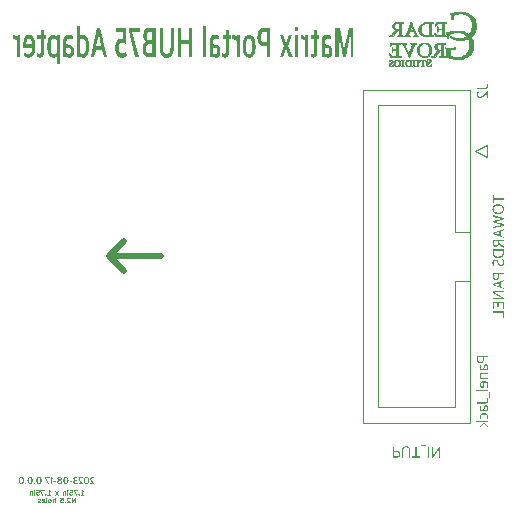
<source format=gbr>
%TF.GenerationSoftware,KiCad,Pcbnew,7.0.6-0*%
%TF.CreationDate,2023-08-20T22:08:50-07:00*%
%TF.ProjectId,IDC_adapter,4944435f-6164-4617-9074-65722e6b6963,rev?*%
%TF.SameCoordinates,Original*%
%TF.FileFunction,Legend,Bot*%
%TF.FilePolarity,Positive*%
%FSLAX46Y46*%
G04 Gerber Fmt 4.6, Leading zero omitted, Abs format (unit mm)*
G04 Created by KiCad (PCBNEW 7.0.6-0) date 2023-08-20 22:08:50*
%MOMM*%
%LPD*%
G01*
G04 APERTURE LIST*
%ADD10C,0.500000*%
%ADD11C,0.080000*%
%ADD12C,0.150000*%
%ADD13C,0.120000*%
%ADD14C,0.010000*%
G04 APERTURE END LIST*
D10*
X139065000Y-104775000D02*
X143510000Y-104775000D01*
X140335000Y-106045000D02*
X139065000Y-104775000D01*
X140335000Y-103505000D02*
X139065000Y-104775000D01*
D11*
X136667618Y-124953887D02*
X136896189Y-124953887D01*
X136781903Y-124953887D02*
X136781903Y-124553887D01*
X136781903Y-124553887D02*
X136819999Y-124611030D01*
X136819999Y-124611030D02*
X136858094Y-124649125D01*
X136858094Y-124649125D02*
X136896189Y-124668173D01*
X136496189Y-124915792D02*
X136477142Y-124934840D01*
X136477142Y-124934840D02*
X136496189Y-124953887D01*
X136496189Y-124953887D02*
X136515237Y-124934840D01*
X136515237Y-124934840D02*
X136496189Y-124915792D01*
X136496189Y-124915792D02*
X136496189Y-124953887D01*
X136343809Y-124553887D02*
X136077142Y-124553887D01*
X136077142Y-124553887D02*
X136248571Y-124953887D01*
X135734285Y-124553887D02*
X135924761Y-124553887D01*
X135924761Y-124553887D02*
X135943809Y-124744363D01*
X135943809Y-124744363D02*
X135924761Y-124725316D01*
X135924761Y-124725316D02*
X135886666Y-124706268D01*
X135886666Y-124706268D02*
X135791428Y-124706268D01*
X135791428Y-124706268D02*
X135753333Y-124725316D01*
X135753333Y-124725316D02*
X135734285Y-124744363D01*
X135734285Y-124744363D02*
X135715238Y-124782459D01*
X135715238Y-124782459D02*
X135715238Y-124877697D01*
X135715238Y-124877697D02*
X135734285Y-124915792D01*
X135734285Y-124915792D02*
X135753333Y-124934840D01*
X135753333Y-124934840D02*
X135791428Y-124953887D01*
X135791428Y-124953887D02*
X135886666Y-124953887D01*
X135886666Y-124953887D02*
X135924761Y-124934840D01*
X135924761Y-124934840D02*
X135943809Y-124915792D01*
X135543809Y-124953887D02*
X135543809Y-124687220D01*
X135543809Y-124553887D02*
X135562857Y-124572935D01*
X135562857Y-124572935D02*
X135543809Y-124591982D01*
X135543809Y-124591982D02*
X135524762Y-124572935D01*
X135524762Y-124572935D02*
X135543809Y-124553887D01*
X135543809Y-124553887D02*
X135543809Y-124591982D01*
X135353333Y-124687220D02*
X135353333Y-124953887D01*
X135353333Y-124725316D02*
X135334286Y-124706268D01*
X135334286Y-124706268D02*
X135296191Y-124687220D01*
X135296191Y-124687220D02*
X135239048Y-124687220D01*
X135239048Y-124687220D02*
X135200952Y-124706268D01*
X135200952Y-124706268D02*
X135181905Y-124744363D01*
X135181905Y-124744363D02*
X135181905Y-124953887D01*
X134724762Y-124953887D02*
X134515238Y-124687220D01*
X134724762Y-124687220D02*
X134515238Y-124953887D01*
X133848571Y-124953887D02*
X134077142Y-124953887D01*
X133962856Y-124953887D02*
X133962856Y-124553887D01*
X133962856Y-124553887D02*
X134000952Y-124611030D01*
X134000952Y-124611030D02*
X134039047Y-124649125D01*
X134039047Y-124649125D02*
X134077142Y-124668173D01*
X133677142Y-124915792D02*
X133658095Y-124934840D01*
X133658095Y-124934840D02*
X133677142Y-124953887D01*
X133677142Y-124953887D02*
X133696190Y-124934840D01*
X133696190Y-124934840D02*
X133677142Y-124915792D01*
X133677142Y-124915792D02*
X133677142Y-124953887D01*
X133524762Y-124553887D02*
X133258095Y-124553887D01*
X133258095Y-124553887D02*
X133429524Y-124953887D01*
X132915238Y-124553887D02*
X133105714Y-124553887D01*
X133105714Y-124553887D02*
X133124762Y-124744363D01*
X133124762Y-124744363D02*
X133105714Y-124725316D01*
X133105714Y-124725316D02*
X133067619Y-124706268D01*
X133067619Y-124706268D02*
X132972381Y-124706268D01*
X132972381Y-124706268D02*
X132934286Y-124725316D01*
X132934286Y-124725316D02*
X132915238Y-124744363D01*
X132915238Y-124744363D02*
X132896191Y-124782459D01*
X132896191Y-124782459D02*
X132896191Y-124877697D01*
X132896191Y-124877697D02*
X132915238Y-124915792D01*
X132915238Y-124915792D02*
X132934286Y-124934840D01*
X132934286Y-124934840D02*
X132972381Y-124953887D01*
X132972381Y-124953887D02*
X133067619Y-124953887D01*
X133067619Y-124953887D02*
X133105714Y-124934840D01*
X133105714Y-124934840D02*
X133124762Y-124915792D01*
X132724762Y-124953887D02*
X132724762Y-124687220D01*
X132724762Y-124553887D02*
X132743810Y-124572935D01*
X132743810Y-124572935D02*
X132724762Y-124591982D01*
X132724762Y-124591982D02*
X132705715Y-124572935D01*
X132705715Y-124572935D02*
X132724762Y-124553887D01*
X132724762Y-124553887D02*
X132724762Y-124591982D01*
X132534286Y-124687220D02*
X132534286Y-124953887D01*
X132534286Y-124725316D02*
X132515239Y-124706268D01*
X132515239Y-124706268D02*
X132477144Y-124687220D01*
X132477144Y-124687220D02*
X132420001Y-124687220D01*
X132420001Y-124687220D02*
X132381905Y-124706268D01*
X132381905Y-124706268D02*
X132362858Y-124744363D01*
X132362858Y-124744363D02*
X132362858Y-124953887D01*
X136181904Y-125597887D02*
X136181904Y-125197887D01*
X136181904Y-125197887D02*
X136048571Y-125483601D01*
X136048571Y-125483601D02*
X135915238Y-125197887D01*
X135915238Y-125197887D02*
X135915238Y-125597887D01*
X135743809Y-125235982D02*
X135724761Y-125216935D01*
X135724761Y-125216935D02*
X135686666Y-125197887D01*
X135686666Y-125197887D02*
X135591428Y-125197887D01*
X135591428Y-125197887D02*
X135553333Y-125216935D01*
X135553333Y-125216935D02*
X135534285Y-125235982D01*
X135534285Y-125235982D02*
X135515238Y-125274078D01*
X135515238Y-125274078D02*
X135515238Y-125312173D01*
X135515238Y-125312173D02*
X135534285Y-125369316D01*
X135534285Y-125369316D02*
X135762857Y-125597887D01*
X135762857Y-125597887D02*
X135515238Y-125597887D01*
X135343809Y-125559792D02*
X135324762Y-125578840D01*
X135324762Y-125578840D02*
X135343809Y-125597887D01*
X135343809Y-125597887D02*
X135362857Y-125578840D01*
X135362857Y-125578840D02*
X135343809Y-125559792D01*
X135343809Y-125559792D02*
X135343809Y-125597887D01*
X134962857Y-125197887D02*
X135153333Y-125197887D01*
X135153333Y-125197887D02*
X135172381Y-125388363D01*
X135172381Y-125388363D02*
X135153333Y-125369316D01*
X135153333Y-125369316D02*
X135115238Y-125350268D01*
X135115238Y-125350268D02*
X135020000Y-125350268D01*
X135020000Y-125350268D02*
X134981905Y-125369316D01*
X134981905Y-125369316D02*
X134962857Y-125388363D01*
X134962857Y-125388363D02*
X134943810Y-125426459D01*
X134943810Y-125426459D02*
X134943810Y-125521697D01*
X134943810Y-125521697D02*
X134962857Y-125559792D01*
X134962857Y-125559792D02*
X134981905Y-125578840D01*
X134981905Y-125578840D02*
X135020000Y-125597887D01*
X135020000Y-125597887D02*
X135115238Y-125597887D01*
X135115238Y-125597887D02*
X135153333Y-125578840D01*
X135153333Y-125578840D02*
X135172381Y-125559792D01*
X134467619Y-125597887D02*
X134467619Y-125197887D01*
X134296191Y-125597887D02*
X134296191Y-125388363D01*
X134296191Y-125388363D02*
X134315238Y-125350268D01*
X134315238Y-125350268D02*
X134353334Y-125331220D01*
X134353334Y-125331220D02*
X134410477Y-125331220D01*
X134410477Y-125331220D02*
X134448572Y-125350268D01*
X134448572Y-125350268D02*
X134467619Y-125369316D01*
X134048572Y-125597887D02*
X134086667Y-125578840D01*
X134086667Y-125578840D02*
X134105714Y-125559792D01*
X134105714Y-125559792D02*
X134124762Y-125521697D01*
X134124762Y-125521697D02*
X134124762Y-125407411D01*
X134124762Y-125407411D02*
X134105714Y-125369316D01*
X134105714Y-125369316D02*
X134086667Y-125350268D01*
X134086667Y-125350268D02*
X134048572Y-125331220D01*
X134048572Y-125331220D02*
X133991429Y-125331220D01*
X133991429Y-125331220D02*
X133953333Y-125350268D01*
X133953333Y-125350268D02*
X133934286Y-125369316D01*
X133934286Y-125369316D02*
X133915238Y-125407411D01*
X133915238Y-125407411D02*
X133915238Y-125521697D01*
X133915238Y-125521697D02*
X133934286Y-125559792D01*
X133934286Y-125559792D02*
X133953333Y-125578840D01*
X133953333Y-125578840D02*
X133991429Y-125597887D01*
X133991429Y-125597887D02*
X134048572Y-125597887D01*
X133686667Y-125597887D02*
X133724762Y-125578840D01*
X133724762Y-125578840D02*
X133743809Y-125540744D01*
X133743809Y-125540744D02*
X133743809Y-125197887D01*
X133381904Y-125578840D02*
X133420000Y-125597887D01*
X133420000Y-125597887D02*
X133496190Y-125597887D01*
X133496190Y-125597887D02*
X133534285Y-125578840D01*
X133534285Y-125578840D02*
X133553333Y-125540744D01*
X133553333Y-125540744D02*
X133553333Y-125388363D01*
X133553333Y-125388363D02*
X133534285Y-125350268D01*
X133534285Y-125350268D02*
X133496190Y-125331220D01*
X133496190Y-125331220D02*
X133420000Y-125331220D01*
X133420000Y-125331220D02*
X133381904Y-125350268D01*
X133381904Y-125350268D02*
X133362857Y-125388363D01*
X133362857Y-125388363D02*
X133362857Y-125426459D01*
X133362857Y-125426459D02*
X133553333Y-125464554D01*
X133210476Y-125578840D02*
X133172381Y-125597887D01*
X133172381Y-125597887D02*
X133096190Y-125597887D01*
X133096190Y-125597887D02*
X133058095Y-125578840D01*
X133058095Y-125578840D02*
X133039047Y-125540744D01*
X133039047Y-125540744D02*
X133039047Y-125521697D01*
X133039047Y-125521697D02*
X133058095Y-125483601D01*
X133058095Y-125483601D02*
X133096190Y-125464554D01*
X133096190Y-125464554D02*
X133153333Y-125464554D01*
X133153333Y-125464554D02*
X133191428Y-125445506D01*
X133191428Y-125445506D02*
X133210476Y-125407411D01*
X133210476Y-125407411D02*
X133210476Y-125388363D01*
X133210476Y-125388363D02*
X133191428Y-125350268D01*
X133191428Y-125350268D02*
X133153333Y-125331220D01*
X133153333Y-125331220D02*
X133096190Y-125331220D01*
X133096190Y-125331220D02*
X133058095Y-125350268D01*
D12*
G36*
X172491381Y-99866940D02*
G01*
X172491381Y-99976116D01*
X171645568Y-99976116D01*
X171645568Y-100263102D01*
X171551779Y-100263102D01*
X171551779Y-99579954D01*
X171645568Y-99579954D01*
X171645568Y-99866940D01*
X172491381Y-99866940D01*
G37*
G36*
X172060664Y-100369556D02*
G01*
X172088289Y-100370910D01*
X172115077Y-100373153D01*
X172141023Y-100376275D01*
X172166121Y-100380267D01*
X172190368Y-100385118D01*
X172213759Y-100390817D01*
X172236289Y-100397355D01*
X172257953Y-100404721D01*
X172278747Y-100412905D01*
X172298667Y-100421897D01*
X172317707Y-100431687D01*
X172335863Y-100442264D01*
X172353131Y-100453618D01*
X172369506Y-100465738D01*
X172384983Y-100478615D01*
X172399558Y-100492239D01*
X172413225Y-100506599D01*
X172425982Y-100521684D01*
X172437822Y-100537485D01*
X172448741Y-100553991D01*
X172458735Y-100571193D01*
X172467799Y-100589079D01*
X172475929Y-100607640D01*
X172483119Y-100626866D01*
X172489366Y-100646746D01*
X172494664Y-100667269D01*
X172499010Y-100688426D01*
X172502397Y-100710207D01*
X172504823Y-100732601D01*
X172506281Y-100755597D01*
X172506769Y-100779187D01*
X172506249Y-100803042D01*
X172504699Y-100826289D01*
X172502130Y-100848916D01*
X172498551Y-100870915D01*
X172493975Y-100892275D01*
X172488411Y-100912987D01*
X172481872Y-100933041D01*
X172474368Y-100952427D01*
X172465910Y-100971137D01*
X172456510Y-100989159D01*
X172446177Y-101006485D01*
X172434924Y-101023104D01*
X172422761Y-101039007D01*
X172409699Y-101054184D01*
X172395749Y-101068626D01*
X172380922Y-101082323D01*
X172365230Y-101095264D01*
X172348683Y-101107441D01*
X172331292Y-101118844D01*
X172313068Y-101129463D01*
X172294022Y-101139288D01*
X172274165Y-101148310D01*
X172253509Y-101156518D01*
X172232064Y-101163904D01*
X172209841Y-101170457D01*
X172186851Y-101176167D01*
X172163106Y-101181026D01*
X172138615Y-101185023D01*
X172113391Y-101188149D01*
X172087444Y-101190394D01*
X172060785Y-101191748D01*
X172033426Y-101192201D01*
X172011200Y-101192201D01*
X171982719Y-101191748D01*
X171955072Y-101190395D01*
X171928265Y-101188153D01*
X171902301Y-101185032D01*
X171877185Y-101181042D01*
X171852923Y-101176195D01*
X171829518Y-101170500D01*
X171806975Y-101163968D01*
X171785298Y-101156610D01*
X171764492Y-101148436D01*
X171744563Y-101139457D01*
X171725513Y-101129682D01*
X171707348Y-101119123D01*
X171690073Y-101107789D01*
X171673691Y-101095692D01*
X171658208Y-101082842D01*
X171643628Y-101069249D01*
X171629955Y-101054923D01*
X171617195Y-101039876D01*
X171605351Y-101024117D01*
X171594429Y-101007658D01*
X171584432Y-100990508D01*
X171575366Y-100972678D01*
X171567235Y-100954179D01*
X171560043Y-100935021D01*
X171553796Y-100915214D01*
X171548497Y-100894769D01*
X171544151Y-100873696D01*
X171540763Y-100852007D01*
X171538338Y-100829710D01*
X171536879Y-100806817D01*
X171536392Y-100783339D01*
X171536508Y-100777966D01*
X171627494Y-100777966D01*
X171628076Y-100797530D01*
X171629536Y-100816339D01*
X171631861Y-100834404D01*
X171635036Y-100851732D01*
X171639047Y-100868332D01*
X171643879Y-100884213D01*
X171649519Y-100899384D01*
X171655952Y-100913852D01*
X171663164Y-100927628D01*
X171671141Y-100940719D01*
X171679868Y-100953135D01*
X171689331Y-100964884D01*
X171699516Y-100975975D01*
X171710408Y-100986417D01*
X171721994Y-100996217D01*
X171734259Y-101005386D01*
X171747188Y-101013932D01*
X171760768Y-101021863D01*
X171774985Y-101029188D01*
X171789823Y-101035916D01*
X171805269Y-101042056D01*
X171821308Y-101047616D01*
X171837926Y-101052605D01*
X171855110Y-101057032D01*
X171872843Y-101060906D01*
X171891114Y-101064234D01*
X171909906Y-101067027D01*
X171929206Y-101069292D01*
X171949000Y-101071039D01*
X171969273Y-101072276D01*
X171990011Y-101073012D01*
X172011200Y-101073255D01*
X172054431Y-101073255D01*
X172073819Y-101072972D01*
X172092861Y-101072124D01*
X172111540Y-101070710D01*
X172129839Y-101068729D01*
X172147739Y-101066182D01*
X172165222Y-101063069D01*
X172182272Y-101059388D01*
X172198870Y-101055139D01*
X172214998Y-101050323D01*
X172230640Y-101044939D01*
X172245776Y-101038986D01*
X172260390Y-101032464D01*
X172274464Y-101025374D01*
X172287980Y-101017714D01*
X172300920Y-101009484D01*
X172313267Y-101000684D01*
X172325003Y-100991315D01*
X172336110Y-100981374D01*
X172346570Y-100970863D01*
X172356366Y-100959780D01*
X172365481Y-100948126D01*
X172373895Y-100935900D01*
X172381593Y-100923101D01*
X172388555Y-100909731D01*
X172394764Y-100895787D01*
X172400204Y-100881271D01*
X172404854Y-100866180D01*
X172408699Y-100850517D01*
X172411721Y-100834279D01*
X172413901Y-100817466D01*
X172415222Y-100800080D01*
X172415666Y-100782118D01*
X172415209Y-100762794D01*
X172413850Y-100744200D01*
X172411603Y-100726330D01*
X172408486Y-100709175D01*
X172404513Y-100692728D01*
X172399701Y-100676980D01*
X172394066Y-100661925D01*
X172387624Y-100647555D01*
X172380390Y-100633862D01*
X172372381Y-100620837D01*
X172363612Y-100608475D01*
X172354100Y-100596766D01*
X172343859Y-100585703D01*
X172332907Y-100575279D01*
X172321260Y-100565486D01*
X172308932Y-100556315D01*
X172295940Y-100547760D01*
X172282300Y-100539813D01*
X172268028Y-100532465D01*
X172253139Y-100525710D01*
X172237651Y-100519540D01*
X172221578Y-100513946D01*
X172204936Y-100508922D01*
X172187742Y-100504459D01*
X172170011Y-100500550D01*
X172151759Y-100497188D01*
X172133002Y-100494363D01*
X172113757Y-100492070D01*
X172094039Y-100490299D01*
X172073863Y-100489044D01*
X172053246Y-100488297D01*
X172032205Y-100488049D01*
X171988729Y-100488049D01*
X171969213Y-100488332D01*
X171950058Y-100489180D01*
X171931281Y-100490593D01*
X171912901Y-100492573D01*
X171894932Y-100495117D01*
X171877394Y-100498228D01*
X171860301Y-100501904D01*
X171843672Y-100506146D01*
X171827523Y-100510954D01*
X171811871Y-100516329D01*
X171796733Y-100522269D01*
X171782126Y-100528776D01*
X171768066Y-100535849D01*
X171754572Y-100543488D01*
X171741658Y-100551695D01*
X171729344Y-100560467D01*
X171717644Y-100569807D01*
X171706577Y-100579713D01*
X171696159Y-100590186D01*
X171686407Y-100601226D01*
X171677339Y-100612833D01*
X171668970Y-100625008D01*
X171661318Y-100637749D01*
X171654399Y-100651058D01*
X171648231Y-100664935D01*
X171642831Y-100679379D01*
X171638215Y-100694390D01*
X171634401Y-100709970D01*
X171631405Y-100726117D01*
X171629243Y-100742832D01*
X171627934Y-100760115D01*
X171627494Y-100777966D01*
X171536508Y-100777966D01*
X171536911Y-100759372D01*
X171538461Y-100736022D01*
X171541030Y-100713297D01*
X171544609Y-100691208D01*
X171549186Y-100669763D01*
X171554749Y-100648973D01*
X171561288Y-100628846D01*
X171568792Y-100609392D01*
X171577250Y-100590621D01*
X171586650Y-100572542D01*
X171596983Y-100555165D01*
X171608236Y-100538499D01*
X171620399Y-100522553D01*
X171633461Y-100507338D01*
X171647411Y-100492861D01*
X171662238Y-100479134D01*
X171677930Y-100466166D01*
X171694478Y-100453965D01*
X171711869Y-100442542D01*
X171730092Y-100431906D01*
X171749138Y-100422066D01*
X171768995Y-100413032D01*
X171789651Y-100404814D01*
X171811096Y-100397420D01*
X171833319Y-100390861D01*
X171856309Y-100385145D01*
X171880054Y-100380283D01*
X171904545Y-100376283D01*
X171929769Y-100373156D01*
X171955716Y-100370911D01*
X171982375Y-100369557D01*
X172009734Y-100369103D01*
X172032205Y-100369103D01*
X172060664Y-100369556D01*
G37*
G36*
X172491381Y-101533653D02*
G01*
X172491381Y-101642829D01*
X171739357Y-101858496D01*
X171739357Y-101861183D01*
X172491381Y-102071231D01*
X172491381Y-102179187D01*
X171551779Y-102412927D01*
X171551779Y-102312055D01*
X172317725Y-102127407D01*
X172317725Y-102125942D01*
X171551779Y-101907589D01*
X171551779Y-101817952D01*
X172317725Y-101598133D01*
X172317725Y-101593981D01*
X171551779Y-101409089D01*
X171551779Y-101298447D01*
X172491381Y-101533653D01*
G37*
G36*
X172491381Y-102547993D02*
G01*
X172216852Y-102644714D01*
X172216852Y-103021336D01*
X172491381Y-103120743D01*
X172491381Y-103236758D01*
X171551779Y-102893841D01*
X171551779Y-102833513D01*
X171700279Y-102833513D01*
X172123063Y-102986165D01*
X172123063Y-102676709D01*
X171700279Y-102830827D01*
X171700279Y-102833513D01*
X171551779Y-102833513D01*
X171551779Y-102786130D01*
X172491381Y-102441504D01*
X172491381Y-102547993D01*
G37*
G36*
X172491381Y-103492969D02*
G01*
X172088136Y-103492969D01*
X172088136Y-103672243D01*
X172491381Y-103905984D01*
X172491381Y-104032013D01*
X172068597Y-103782885D01*
X172061514Y-103782885D01*
X172057986Y-103793640D01*
X172054225Y-103804104D01*
X172050226Y-103814274D01*
X172045986Y-103824146D01*
X172041501Y-103833717D01*
X172036769Y-103842984D01*
X172031784Y-103851944D01*
X172026545Y-103860593D01*
X172021047Y-103868927D01*
X172015287Y-103876944D01*
X172009261Y-103884641D01*
X171996398Y-103899058D01*
X171982429Y-103912153D01*
X171967327Y-103923898D01*
X171951063Y-103934268D01*
X171933608Y-103943236D01*
X171924426Y-103947185D01*
X171914936Y-103950775D01*
X171905134Y-103954000D01*
X171895016Y-103956859D01*
X171884580Y-103959347D01*
X171873822Y-103961461D01*
X171862738Y-103963199D01*
X171851324Y-103964556D01*
X171839578Y-103965529D01*
X171827495Y-103966115D01*
X171815073Y-103966312D01*
X171799404Y-103966008D01*
X171784182Y-103965098D01*
X171769411Y-103963581D01*
X171755093Y-103961457D01*
X171741232Y-103958726D01*
X171727831Y-103955388D01*
X171714894Y-103951443D01*
X171702423Y-103946891D01*
X171690423Y-103941731D01*
X171678896Y-103935965D01*
X171667846Y-103929591D01*
X171657276Y-103922610D01*
X171647189Y-103915021D01*
X171637589Y-103906826D01*
X171628479Y-103898023D01*
X171619862Y-103888612D01*
X171611741Y-103878594D01*
X171604121Y-103867968D01*
X171597004Y-103856735D01*
X171590393Y-103844894D01*
X171584292Y-103832445D01*
X171578705Y-103819389D01*
X171573634Y-103805725D01*
X171569082Y-103791453D01*
X171565054Y-103776573D01*
X171561552Y-103761085D01*
X171558579Y-103744990D01*
X171556140Y-103728286D01*
X171554237Y-103710974D01*
X171552874Y-103693055D01*
X171552053Y-103674527D01*
X171551779Y-103655391D01*
X171551779Y-103492969D01*
X171645568Y-103492969D01*
X171645568Y-103647086D01*
X171645729Y-103660343D01*
X171646211Y-103673097D01*
X171647016Y-103685353D01*
X171648146Y-103697118D01*
X171649601Y-103708396D01*
X171651384Y-103719193D01*
X171653494Y-103729514D01*
X171655933Y-103739364D01*
X171658703Y-103748750D01*
X171665240Y-103766147D01*
X171673115Y-103781747D01*
X171682337Y-103795595D01*
X171692916Y-103807733D01*
X171704862Y-103818203D01*
X171718186Y-103827049D01*
X171732898Y-103834314D01*
X171749007Y-103840040D01*
X171766523Y-103844271D01*
X171785457Y-103847049D01*
X171795459Y-103847907D01*
X171805819Y-103848418D01*
X171816538Y-103848587D01*
X171827769Y-103848430D01*
X171838656Y-103847955D01*
X171849198Y-103847155D01*
X171859394Y-103846022D01*
X171869244Y-103844548D01*
X171887899Y-103840549D01*
X171905158Y-103835096D01*
X171921014Y-103828132D01*
X171935461Y-103819594D01*
X171948492Y-103809423D01*
X171960101Y-103797560D01*
X171970281Y-103783943D01*
X171979026Y-103768513D01*
X171986330Y-103751210D01*
X171989439Y-103741837D01*
X171992186Y-103731973D01*
X171994569Y-103721611D01*
X171996587Y-103710743D01*
X171998241Y-103699362D01*
X171999528Y-103687459D01*
X172000448Y-103675029D01*
X172001001Y-103662062D01*
X172001186Y-103648552D01*
X172001186Y-103492969D01*
X171645568Y-103492969D01*
X171551779Y-103492969D01*
X171551779Y-103382327D01*
X172491381Y-103382327D01*
X172491381Y-103492969D01*
G37*
G36*
X172491381Y-104471406D02*
G01*
X172490878Y-104499536D01*
X172489375Y-104526686D01*
X172486881Y-104552861D01*
X172483405Y-104578067D01*
X172478956Y-104602311D01*
X172473542Y-104625597D01*
X172467174Y-104647931D01*
X172459859Y-104669319D01*
X172451606Y-104689767D01*
X172442425Y-104709280D01*
X172432325Y-104727865D01*
X172421314Y-104745526D01*
X172409402Y-104762271D01*
X172396596Y-104778103D01*
X172382908Y-104793030D01*
X172368344Y-104807057D01*
X172352914Y-104820189D01*
X172336628Y-104832432D01*
X172319494Y-104843792D01*
X172301521Y-104854276D01*
X172282717Y-104863887D01*
X172263093Y-104872633D01*
X172242656Y-104880519D01*
X172221417Y-104887550D01*
X172199383Y-104893733D01*
X172176563Y-104899072D01*
X172152967Y-104903575D01*
X172128604Y-104907246D01*
X172103483Y-104910091D01*
X172077611Y-104912116D01*
X172051000Y-104913327D01*
X172023656Y-104913730D01*
X171997034Y-104913730D01*
X171969389Y-104913268D01*
X171942647Y-104911885D01*
X171916804Y-104909588D01*
X171891859Y-104906381D01*
X171867811Y-104902271D01*
X171844659Y-104897263D01*
X171822400Y-104891361D01*
X171801033Y-104884573D01*
X171780556Y-104876903D01*
X171760969Y-104868357D01*
X171742269Y-104858941D01*
X171724454Y-104848660D01*
X171707524Y-104837519D01*
X171691477Y-104825525D01*
X171676311Y-104812682D01*
X171662024Y-104798997D01*
X171648615Y-104784474D01*
X171636083Y-104769120D01*
X171624426Y-104752939D01*
X171613642Y-104735938D01*
X171603729Y-104718122D01*
X171594687Y-104699496D01*
X171586513Y-104680067D01*
X171579207Y-104659839D01*
X171572766Y-104638819D01*
X171567188Y-104617011D01*
X171562473Y-104594421D01*
X171558619Y-104571055D01*
X171555624Y-104546918D01*
X171553487Y-104522017D01*
X171552206Y-104496356D01*
X171551779Y-104469940D01*
X171551779Y-104301901D01*
X171647034Y-104301901D01*
X171647034Y-104458705D01*
X171647299Y-104478640D01*
X171648104Y-104498004D01*
X171649464Y-104516793D01*
X171651394Y-104535003D01*
X171653908Y-104552630D01*
X171657022Y-104569670D01*
X171660750Y-104586119D01*
X171665108Y-104601973D01*
X171670109Y-104617227D01*
X171675769Y-104631878D01*
X171682103Y-104645922D01*
X171689126Y-104659354D01*
X171696851Y-104672171D01*
X171705295Y-104684368D01*
X171714473Y-104695941D01*
X171724398Y-104706886D01*
X171735085Y-104717200D01*
X171746551Y-104726878D01*
X171758809Y-104735916D01*
X171771874Y-104744310D01*
X171785762Y-104752055D01*
X171800486Y-104759149D01*
X171816063Y-104765586D01*
X171832506Y-104771363D01*
X171849830Y-104776475D01*
X171868051Y-104780919D01*
X171887184Y-104784691D01*
X171907242Y-104787786D01*
X171928241Y-104790200D01*
X171950197Y-104791929D01*
X171973122Y-104792970D01*
X171997034Y-104793318D01*
X172039043Y-104793318D01*
X172062116Y-104793030D01*
X172084350Y-104792164D01*
X172105754Y-104790715D01*
X172126335Y-104788677D01*
X172146098Y-104786048D01*
X172165052Y-104782821D01*
X172183202Y-104778992D01*
X172200557Y-104774557D01*
X172217122Y-104769511D01*
X172232905Y-104763849D01*
X172247912Y-104757567D01*
X172262151Y-104750659D01*
X172275628Y-104743122D01*
X172288350Y-104734951D01*
X172300324Y-104726141D01*
X172311557Y-104716687D01*
X172322056Y-104706584D01*
X172331828Y-104695829D01*
X172340880Y-104684416D01*
X172349218Y-104672341D01*
X172356849Y-104659599D01*
X172363780Y-104646186D01*
X172370019Y-104632096D01*
X172375572Y-104617326D01*
X172380446Y-104601870D01*
X172384647Y-104585723D01*
X172388183Y-104568882D01*
X172391061Y-104551342D01*
X172393288Y-104533097D01*
X172394869Y-104514144D01*
X172395813Y-104494477D01*
X172396127Y-104474093D01*
X172396127Y-104301901D01*
X171647034Y-104301901D01*
X171551779Y-104301901D01*
X171551779Y-104191259D01*
X172491381Y-104191259D01*
X172491381Y-104471406D01*
G37*
G36*
X172508234Y-105302564D02*
G01*
X172507915Y-105322808D01*
X172506965Y-105342328D01*
X172505394Y-105361128D01*
X172503213Y-105379215D01*
X172500430Y-105396593D01*
X172497057Y-105413268D01*
X172493104Y-105429245D01*
X172488580Y-105444530D01*
X172483496Y-105459129D01*
X172477862Y-105473045D01*
X172471687Y-105486286D01*
X172464983Y-105498855D01*
X172457759Y-105510760D01*
X172450025Y-105522004D01*
X172441791Y-105532593D01*
X172433068Y-105542533D01*
X172423866Y-105551829D01*
X172414194Y-105560486D01*
X172404063Y-105568510D01*
X172393483Y-105575906D01*
X172382464Y-105582680D01*
X172371016Y-105588836D01*
X172359149Y-105594381D01*
X172346873Y-105599319D01*
X172334199Y-105603656D01*
X172321137Y-105607398D01*
X172307696Y-105610549D01*
X172293887Y-105613115D01*
X172279720Y-105615102D01*
X172265205Y-105616514D01*
X172250351Y-105617358D01*
X172235170Y-105617638D01*
X172220621Y-105617380D01*
X172206638Y-105616613D01*
X172193206Y-105615344D01*
X172180307Y-105613578D01*
X172167926Y-105611323D01*
X172156047Y-105608586D01*
X172144654Y-105605374D01*
X172133730Y-105601693D01*
X172123259Y-105597551D01*
X172113225Y-105592954D01*
X172103613Y-105587909D01*
X172094405Y-105582424D01*
X172085586Y-105576504D01*
X172077140Y-105570157D01*
X172069050Y-105563391D01*
X172061300Y-105556210D01*
X172053875Y-105548624D01*
X172046757Y-105540638D01*
X172039931Y-105532259D01*
X172033382Y-105523494D01*
X172027091Y-105514351D01*
X172021044Y-105504835D01*
X172015225Y-105494955D01*
X172009616Y-105484716D01*
X172004202Y-105474126D01*
X171998968Y-105463191D01*
X171993896Y-105451919D01*
X171988970Y-105440316D01*
X171984175Y-105428390D01*
X171979495Y-105416146D01*
X171974912Y-105403593D01*
X171970411Y-105390736D01*
X171941102Y-105298412D01*
X171937680Y-105288641D01*
X171934233Y-105279291D01*
X171927225Y-105261824D01*
X171920010Y-105245953D01*
X171912518Y-105231619D01*
X171904680Y-105218765D01*
X171896426Y-105207333D01*
X171887686Y-105197265D01*
X171878393Y-105188503D01*
X171868475Y-105180988D01*
X171857864Y-105174664D01*
X171846490Y-105169472D01*
X171834284Y-105165353D01*
X171821176Y-105162251D01*
X171807098Y-105160107D01*
X171791979Y-105158863D01*
X171775750Y-105158461D01*
X171759383Y-105159210D01*
X171743829Y-105161445D01*
X171729121Y-105165146D01*
X171715292Y-105170291D01*
X171702376Y-105176863D01*
X171690407Y-105184839D01*
X171679418Y-105194201D01*
X171669443Y-105204928D01*
X171660516Y-105217001D01*
X171652669Y-105230398D01*
X171645938Y-105245101D01*
X171640355Y-105261089D01*
X171635954Y-105278342D01*
X171632769Y-105296840D01*
X171631643Y-105306549D01*
X171630834Y-105316563D01*
X171630345Y-105326878D01*
X171630181Y-105337491D01*
X171630486Y-105356567D01*
X171631374Y-105374971D01*
X171632804Y-105392716D01*
X171634734Y-105409817D01*
X171637123Y-105426289D01*
X171639931Y-105442145D01*
X171643116Y-105457400D01*
X171646637Y-105472069D01*
X171650452Y-105486165D01*
X171654522Y-105499703D01*
X171658804Y-105512697D01*
X171663257Y-105525161D01*
X171667840Y-105537110D01*
X171672513Y-105548559D01*
X171677233Y-105559521D01*
X171681960Y-105570010D01*
X171588171Y-105570010D01*
X171583444Y-105560128D01*
X171578723Y-105549869D01*
X171574051Y-105539189D01*
X171569468Y-105528042D01*
X171565014Y-105516385D01*
X171560732Y-105504172D01*
X171556663Y-105491359D01*
X171552848Y-105477900D01*
X171549327Y-105463752D01*
X171546142Y-105448869D01*
X171543334Y-105433207D01*
X171540945Y-105416721D01*
X171539014Y-105399366D01*
X171537585Y-105381098D01*
X171536697Y-105361872D01*
X171536469Y-105351886D01*
X171536392Y-105341643D01*
X171536693Y-105323570D01*
X171537590Y-105306077D01*
X171539072Y-105289164D01*
X171541126Y-105272831D01*
X171543743Y-105257077D01*
X171546910Y-105241902D01*
X171550616Y-105227305D01*
X171554851Y-105213286D01*
X171559603Y-105199844D01*
X171564860Y-105186980D01*
X171570612Y-105174692D01*
X171576848Y-105162980D01*
X171583555Y-105151844D01*
X171590723Y-105141283D01*
X171598341Y-105131297D01*
X171606398Y-105121886D01*
X171614881Y-105113048D01*
X171623781Y-105104783D01*
X171633085Y-105097092D01*
X171642783Y-105089973D01*
X171652863Y-105083426D01*
X171663314Y-105077451D01*
X171674125Y-105072047D01*
X171685284Y-105067213D01*
X171696781Y-105062950D01*
X171708604Y-105059257D01*
X171720742Y-105056134D01*
X171733184Y-105053579D01*
X171745918Y-105051592D01*
X171758934Y-105050174D01*
X171772219Y-105049324D01*
X171785764Y-105049040D01*
X171798916Y-105049257D01*
X171811636Y-105049906D01*
X171823933Y-105050984D01*
X171835816Y-105052488D01*
X171847295Y-105054414D01*
X171858379Y-105056760D01*
X171869077Y-105059523D01*
X171879400Y-105062699D01*
X171889357Y-105066285D01*
X171898956Y-105070279D01*
X171908208Y-105074677D01*
X171917122Y-105079476D01*
X171925708Y-105084673D01*
X171933975Y-105090265D01*
X171941932Y-105096248D01*
X171949590Y-105102621D01*
X171956956Y-105109379D01*
X171964042Y-105116520D01*
X171970856Y-105124040D01*
X171977408Y-105131937D01*
X171983708Y-105140207D01*
X171989764Y-105148848D01*
X171995587Y-105157855D01*
X172001186Y-105167227D01*
X172006570Y-105176960D01*
X172011749Y-105187050D01*
X172016732Y-105197496D01*
X172021529Y-105208293D01*
X172026149Y-105219439D01*
X172030602Y-105230930D01*
X172034897Y-105242764D01*
X172039043Y-105254937D01*
X172071284Y-105346039D01*
X172074706Y-105356468D01*
X172078155Y-105366507D01*
X172081641Y-105376159D01*
X172085174Y-105385430D01*
X172092421Y-105402841D01*
X172099974Y-105418770D01*
X172107915Y-105433248D01*
X172116321Y-105446306D01*
X172125272Y-105457974D01*
X172134848Y-105468283D01*
X172145128Y-105477264D01*
X172156191Y-105484948D01*
X172168118Y-105491365D01*
X172180987Y-105496547D01*
X172194877Y-105500523D01*
X172209869Y-105503325D01*
X172226042Y-105504984D01*
X172243475Y-105505530D01*
X172262243Y-105504787D01*
X172280140Y-105502541D01*
X172297119Y-105498765D01*
X172313134Y-105493432D01*
X172328136Y-105486517D01*
X172342080Y-105477993D01*
X172354918Y-105467832D01*
X172366604Y-105456010D01*
X172377090Y-105442499D01*
X172386331Y-105427272D01*
X172394278Y-105410304D01*
X172397752Y-105401159D01*
X172400885Y-105391568D01*
X172403672Y-105381528D01*
X172406106Y-105371037D01*
X172408182Y-105360090D01*
X172409893Y-105348685D01*
X172411235Y-105336818D01*
X172412200Y-105324486D01*
X172412783Y-105311685D01*
X172412979Y-105298412D01*
X172412688Y-105279857D01*
X172411827Y-105261483D01*
X172410416Y-105243312D01*
X172408476Y-105225364D01*
X172406026Y-105207662D01*
X172403087Y-105190224D01*
X172399679Y-105173074D01*
X172395821Y-105156232D01*
X172391534Y-105139719D01*
X172386838Y-105123557D01*
X172381752Y-105107765D01*
X172376297Y-105092367D01*
X172370493Y-105077381D01*
X172364360Y-105062831D01*
X172357917Y-105048736D01*
X172351186Y-105035118D01*
X172445219Y-105035118D01*
X172451683Y-105047245D01*
X172457955Y-105059994D01*
X172464004Y-105073362D01*
X172469800Y-105087348D01*
X172475311Y-105101949D01*
X172480506Y-105117164D01*
X172485354Y-105132989D01*
X172489824Y-105149424D01*
X172493885Y-105166465D01*
X172497505Y-105184111D01*
X172500654Y-105202360D01*
X172503300Y-105221208D01*
X172505412Y-105240656D01*
X172506258Y-105250603D01*
X172506959Y-105260699D01*
X172507511Y-105270943D01*
X172507910Y-105281336D01*
X172508152Y-105291876D01*
X172508234Y-105302564D01*
G37*
G36*
X172491381Y-106286619D02*
G01*
X172114759Y-106286619D01*
X172114759Y-106478349D01*
X172114464Y-106494982D01*
X172113581Y-106511258D01*
X172112113Y-106527167D01*
X172110063Y-106542698D01*
X172107435Y-106557838D01*
X172104231Y-106572577D01*
X172100454Y-106586904D01*
X172096109Y-106600807D01*
X172091196Y-106614274D01*
X172085721Y-106627296D01*
X172079685Y-106639860D01*
X172073092Y-106651954D01*
X172065945Y-106663569D01*
X172058247Y-106674693D01*
X172050002Y-106685313D01*
X172041211Y-106695420D01*
X172031879Y-106705002D01*
X172022008Y-106714047D01*
X172011602Y-106722544D01*
X172000663Y-106730482D01*
X171989196Y-106737850D01*
X171977201Y-106744637D01*
X171964684Y-106750830D01*
X171951647Y-106756420D01*
X171938092Y-106761394D01*
X171924024Y-106765741D01*
X171909445Y-106769451D01*
X171894358Y-106772511D01*
X171878766Y-106774911D01*
X171862673Y-106776639D01*
X171846082Y-106777684D01*
X171828995Y-106778035D01*
X171812684Y-106777736D01*
X171796821Y-106776837D01*
X171781409Y-106775337D01*
X171766453Y-106773235D01*
X171751958Y-106770530D01*
X171737929Y-106767219D01*
X171724369Y-106763303D01*
X171711285Y-106758778D01*
X171698680Y-106753645D01*
X171686559Y-106747901D01*
X171674926Y-106741546D01*
X171663787Y-106734578D01*
X171653146Y-106726996D01*
X171643008Y-106718798D01*
X171633377Y-106709983D01*
X171624258Y-106700549D01*
X171615656Y-106690496D01*
X171607575Y-106679822D01*
X171600020Y-106668526D01*
X171592995Y-106656606D01*
X171586506Y-106644060D01*
X171580556Y-106630889D01*
X171575151Y-106617090D01*
X171570296Y-106602661D01*
X171565994Y-106587603D01*
X171562250Y-106571912D01*
X171559070Y-106555589D01*
X171556458Y-106538631D01*
X171554418Y-106521037D01*
X171552955Y-106502806D01*
X171552074Y-106483937D01*
X171551779Y-106464427D01*
X171551779Y-106286619D01*
X171645568Y-106286619D01*
X171645568Y-106453192D01*
X171645737Y-106467214D01*
X171646245Y-106480661D01*
X171647097Y-106493543D01*
X171648295Y-106505867D01*
X171649842Y-106517643D01*
X171651743Y-106528879D01*
X171654000Y-106539583D01*
X171656616Y-106549764D01*
X171659596Y-106559430D01*
X171666659Y-106577251D01*
X171675215Y-106593114D01*
X171685290Y-106607086D01*
X171696912Y-106619237D01*
X171710107Y-106629632D01*
X171724902Y-106638339D01*
X171741324Y-106645427D01*
X171759400Y-106650962D01*
X171769067Y-106653169D01*
X171779157Y-106655013D01*
X171789674Y-106656503D01*
X171800621Y-106657647D01*
X171812002Y-106658454D01*
X171823820Y-106658932D01*
X171836078Y-106659089D01*
X171847700Y-106658920D01*
X171858937Y-106658409D01*
X171869789Y-106657550D01*
X171880259Y-106656338D01*
X171890346Y-106654768D01*
X171900053Y-106652833D01*
X171918326Y-106647846D01*
X171935089Y-106641334D01*
X171950349Y-106633252D01*
X171964115Y-106623553D01*
X171976395Y-106612194D01*
X171987199Y-106599129D01*
X171996534Y-106584314D01*
X172004409Y-106567702D01*
X172010833Y-106549248D01*
X172013504Y-106539317D01*
X172015815Y-106528909D01*
X172017768Y-106518018D01*
X172019363Y-106506639D01*
X172020602Y-106494765D01*
X172021485Y-106482392D01*
X172022015Y-106469513D01*
X172022191Y-106456123D01*
X172022191Y-106286619D01*
X171645568Y-106286619D01*
X171551779Y-106286619D01*
X171551779Y-106174511D01*
X172491381Y-106174511D01*
X172491381Y-106286619D01*
G37*
G36*
X172491381Y-106886723D02*
G01*
X172216852Y-106983444D01*
X172216852Y-107360066D01*
X172491381Y-107459473D01*
X172491381Y-107575488D01*
X171551779Y-107232571D01*
X171551779Y-107172243D01*
X171700279Y-107172243D01*
X172123063Y-107324895D01*
X172123063Y-107015439D01*
X171700279Y-107169557D01*
X171700279Y-107172243D01*
X171551779Y-107172243D01*
X171551779Y-107124860D01*
X172491381Y-106780233D01*
X172491381Y-106886723D01*
G37*
G36*
X172491381Y-107721057D02*
G01*
X172491381Y-107824860D01*
X171702965Y-107824860D01*
X171702965Y-107829012D01*
X172491381Y-108295272D01*
X172491381Y-108410066D01*
X171551779Y-108410066D01*
X171551779Y-108309194D01*
X172303803Y-108309194D01*
X172303803Y-108305042D01*
X171551779Y-107852704D01*
X171551779Y-107721057D01*
X172491381Y-107721057D01*
G37*
G36*
X172491381Y-108654553D02*
G01*
X172491381Y-109216067D01*
X172397592Y-109216067D01*
X172397592Y-108765195D01*
X172054431Y-108765195D01*
X172054431Y-109109578D01*
X171960642Y-109109578D01*
X171960642Y-108765195D01*
X171645568Y-108765195D01*
X171645568Y-109211915D01*
X171551779Y-109211915D01*
X171551779Y-108654553D01*
X172491381Y-108654553D01*
G37*
G36*
X172491381Y-109422941D02*
G01*
X172491381Y-109959298D01*
X172397592Y-109959298D01*
X172397592Y-109535049D01*
X171551779Y-109535049D01*
X171551779Y-109422941D01*
X172491381Y-109422941D01*
G37*
D13*
G36*
X137832867Y-124039561D02*
G01*
X137466649Y-124039561D01*
X137466649Y-123958961D01*
X137697605Y-123958961D01*
X137629608Y-123889205D01*
X137622953Y-123882309D01*
X137616218Y-123875305D01*
X137609421Y-123868195D01*
X137602582Y-123860980D01*
X137595720Y-123853662D01*
X137588854Y-123846242D01*
X137582003Y-123838720D01*
X137575187Y-123831100D01*
X137568424Y-123823382D01*
X137561733Y-123815567D01*
X137555135Y-123807657D01*
X137548647Y-123799653D01*
X137542289Y-123791557D01*
X137536080Y-123783371D01*
X137530040Y-123775094D01*
X137524187Y-123766730D01*
X137518540Y-123758279D01*
X137513119Y-123749742D01*
X137507943Y-123741122D01*
X137503031Y-123732419D01*
X137498401Y-123723634D01*
X137494074Y-123714771D01*
X137490068Y-123705828D01*
X137486403Y-123696809D01*
X137483097Y-123687714D01*
X137480170Y-123678545D01*
X137477641Y-123669304D01*
X137475529Y-123659991D01*
X137473852Y-123650608D01*
X137472631Y-123641156D01*
X137471885Y-123631637D01*
X137471632Y-123622053D01*
X137471821Y-123612426D01*
X137472390Y-123603058D01*
X137473337Y-123593951D01*
X137474661Y-123585108D01*
X137476362Y-123576533D01*
X137478440Y-123568228D01*
X137480893Y-123560197D01*
X137483722Y-123552443D01*
X137486924Y-123544969D01*
X137490501Y-123537778D01*
X137494450Y-123530873D01*
X137498772Y-123524257D01*
X137503466Y-123517934D01*
X137508531Y-123511906D01*
X137513967Y-123506177D01*
X137519772Y-123500749D01*
X137525947Y-123495627D01*
X137532490Y-123490812D01*
X137539401Y-123486308D01*
X137546679Y-123482119D01*
X137554324Y-123478246D01*
X137562335Y-123474694D01*
X137570712Y-123471466D01*
X137579453Y-123468564D01*
X137588558Y-123465992D01*
X137598027Y-123463753D01*
X137607858Y-123461850D01*
X137618051Y-123460286D01*
X137628607Y-123459064D01*
X137639522Y-123458187D01*
X137650799Y-123457659D01*
X137662434Y-123457482D01*
X137668635Y-123457543D01*
X137674789Y-123457723D01*
X137680894Y-123458018D01*
X137686947Y-123458427D01*
X137692947Y-123458943D01*
X137698890Y-123459565D01*
X137704775Y-123460289D01*
X137710600Y-123461111D01*
X137722058Y-123463035D01*
X137733246Y-123465310D01*
X137744146Y-123467907D01*
X137754740Y-123470799D01*
X137765009Y-123473957D01*
X137774935Y-123477353D01*
X137784501Y-123480958D01*
X137793687Y-123484746D01*
X137802475Y-123488687D01*
X137810848Y-123492754D01*
X137818786Y-123496919D01*
X137826272Y-123501152D01*
X137809420Y-123577649D01*
X137803258Y-123574027D01*
X137796775Y-123570433D01*
X137790001Y-123566896D01*
X137782970Y-123563443D01*
X137775714Y-123560104D01*
X137768263Y-123556907D01*
X137760650Y-123553880D01*
X137752908Y-123551051D01*
X137745068Y-123548449D01*
X137737161Y-123546102D01*
X137729221Y-123544038D01*
X137721279Y-123542286D01*
X137713367Y-123540874D01*
X137705517Y-123539830D01*
X137697761Y-123539183D01*
X137690131Y-123538961D01*
X137683379Y-123539040D01*
X137676835Y-123539279D01*
X137670498Y-123539682D01*
X137664369Y-123540250D01*
X137658450Y-123540987D01*
X137647238Y-123542980D01*
X137636867Y-123545684D01*
X137627341Y-123549123D01*
X137618662Y-123553320D01*
X137610835Y-123558299D01*
X137603862Y-123564084D01*
X137597749Y-123570698D01*
X137592498Y-123578165D01*
X137588113Y-123586509D01*
X137584598Y-123595753D01*
X137581956Y-123605920D01*
X137580191Y-123617035D01*
X137579639Y-123622955D01*
X137579307Y-123629120D01*
X137579196Y-123635535D01*
X137579382Y-123642306D01*
X137579933Y-123649074D01*
X137580841Y-123655842D01*
X137582097Y-123662613D01*
X137583693Y-123669388D01*
X137585618Y-123676171D01*
X137587865Y-123682963D01*
X137590425Y-123689768D01*
X137593289Y-123696588D01*
X137596448Y-123703425D01*
X137599894Y-123710281D01*
X137603617Y-123717160D01*
X137607608Y-123724064D01*
X137611860Y-123730995D01*
X137616363Y-123737956D01*
X137621108Y-123744949D01*
X137626087Y-123751977D01*
X137631291Y-123759043D01*
X137636710Y-123766148D01*
X137642337Y-123773295D01*
X137648162Y-123780487D01*
X137654176Y-123787726D01*
X137660372Y-123795015D01*
X137666739Y-123802356D01*
X137673269Y-123809752D01*
X137679954Y-123817206D01*
X137686784Y-123824719D01*
X137693751Y-123832294D01*
X137700846Y-123839934D01*
X137708061Y-123847641D01*
X137715385Y-123855418D01*
X137722811Y-123863267D01*
X137832867Y-123979184D01*
X137832867Y-124039561D01*
G37*
G36*
X137173055Y-123457700D02*
G01*
X137184038Y-123458361D01*
X137194912Y-123459477D01*
X137205660Y-123461057D01*
X137216265Y-123463113D01*
X137226710Y-123465655D01*
X137236978Y-123468694D01*
X137247053Y-123472239D01*
X137256916Y-123476303D01*
X137266551Y-123480896D01*
X137275942Y-123486027D01*
X137285070Y-123491709D01*
X137293918Y-123497951D01*
X137302471Y-123504765D01*
X137310711Y-123512160D01*
X137318620Y-123520148D01*
X137326181Y-123528740D01*
X137333379Y-123537945D01*
X137340195Y-123547774D01*
X137346612Y-123558239D01*
X137352615Y-123569350D01*
X137358184Y-123581117D01*
X137363304Y-123593551D01*
X137367957Y-123606663D01*
X137372127Y-123620463D01*
X137375796Y-123634963D01*
X137378948Y-123650172D01*
X137381564Y-123666102D01*
X137383629Y-123682763D01*
X137385125Y-123700165D01*
X137386035Y-123718320D01*
X137386342Y-123737237D01*
X137386342Y-123773288D01*
X137386059Y-123791306D01*
X137385217Y-123808656D01*
X137383829Y-123825344D01*
X137381909Y-123841375D01*
X137379467Y-123856757D01*
X137376518Y-123871496D01*
X137373073Y-123885598D01*
X137369146Y-123899070D01*
X137364748Y-123911917D01*
X137359893Y-123924146D01*
X137354594Y-123935764D01*
X137348861Y-123946776D01*
X137342709Y-123957190D01*
X137336151Y-123967010D01*
X137329197Y-123976245D01*
X137321862Y-123984900D01*
X137314158Y-123992981D01*
X137306097Y-124000495D01*
X137297691Y-124007448D01*
X137288955Y-124013846D01*
X137279900Y-124019696D01*
X137270538Y-124025004D01*
X137260883Y-124029777D01*
X137250948Y-124034020D01*
X137240743Y-124037740D01*
X137230283Y-124040944D01*
X137219580Y-124043638D01*
X137208647Y-124045827D01*
X137197495Y-124047519D01*
X137186139Y-124048720D01*
X137174589Y-124049436D01*
X137162860Y-124049673D01*
X137151649Y-124049448D01*
X137140557Y-124048766D01*
X137129600Y-124047619D01*
X137118794Y-124045997D01*
X137108153Y-124043891D01*
X137097694Y-124041292D01*
X137087432Y-124038191D01*
X137077383Y-124034579D01*
X137067561Y-124030446D01*
X137057983Y-124025784D01*
X137048664Y-124020583D01*
X137039619Y-124014835D01*
X137030864Y-124008530D01*
X137022415Y-124001659D01*
X137014287Y-123994212D01*
X137006496Y-123986182D01*
X136999056Y-123977558D01*
X136991984Y-123968332D01*
X136985295Y-123958494D01*
X136979005Y-123948035D01*
X136973129Y-123936947D01*
X136967682Y-123925220D01*
X136962681Y-123912844D01*
X136958140Y-123899812D01*
X136954075Y-123886113D01*
X136950502Y-123871738D01*
X136947436Y-123856679D01*
X136944893Y-123840927D01*
X136942888Y-123824471D01*
X136941437Y-123807304D01*
X136940554Y-123789415D01*
X136940365Y-123777538D01*
X137046942Y-123777538D01*
X137047056Y-123790211D01*
X137047396Y-123802408D01*
X137047962Y-123814131D01*
X137048755Y-123825387D01*
X137049775Y-123836180D01*
X137051022Y-123846515D01*
X137052495Y-123856397D01*
X137054194Y-123865831D01*
X137056120Y-123874822D01*
X137058272Y-123883375D01*
X137060651Y-123891495D01*
X137063256Y-123899186D01*
X137066088Y-123906455D01*
X137069145Y-123913304D01*
X137072430Y-123919741D01*
X137075940Y-123925769D01*
X137079677Y-123931393D01*
X137083640Y-123936618D01*
X137087829Y-123941450D01*
X137092244Y-123945893D01*
X137096886Y-123949953D01*
X137101753Y-123953633D01*
X137106847Y-123956940D01*
X137112167Y-123959877D01*
X137117712Y-123962450D01*
X137123484Y-123964665D01*
X137129482Y-123966525D01*
X137135706Y-123968036D01*
X137142155Y-123969202D01*
X137148831Y-123970029D01*
X137155733Y-123970522D01*
X137162860Y-123970685D01*
X137170065Y-123970498D01*
X137177034Y-123969936D01*
X137183767Y-123968999D01*
X137190267Y-123967685D01*
X137196531Y-123965992D01*
X137202562Y-123963921D01*
X137208360Y-123961469D01*
X137213924Y-123958636D01*
X137219256Y-123955420D01*
X137224356Y-123951821D01*
X137229225Y-123947837D01*
X137233862Y-123943467D01*
X137238269Y-123938710D01*
X137242445Y-123933564D01*
X137246392Y-123928030D01*
X137250110Y-123922105D01*
X137253598Y-123915788D01*
X137256858Y-123909079D01*
X137259891Y-123901976D01*
X137262696Y-123894478D01*
X137265273Y-123886584D01*
X137267625Y-123878293D01*
X137269750Y-123869603D01*
X137271649Y-123860514D01*
X137273324Y-123851025D01*
X137274773Y-123841134D01*
X137275999Y-123830840D01*
X137277000Y-123820142D01*
X137277779Y-123809039D01*
X137278334Y-123797529D01*
X137278667Y-123785613D01*
X137278778Y-123773288D01*
X137278778Y-123728738D01*
X137278665Y-123716365D01*
X137278326Y-123704441D01*
X137277760Y-123692963D01*
X137276969Y-123681925D01*
X137275950Y-123671326D01*
X137274705Y-123661161D01*
X137273232Y-123651426D01*
X137271533Y-123642118D01*
X137269605Y-123633233D01*
X137267450Y-123624767D01*
X137265067Y-123616718D01*
X137262456Y-123609080D01*
X137259616Y-123601851D01*
X137256548Y-123595026D01*
X137253251Y-123588603D01*
X137249725Y-123582577D01*
X137245969Y-123576944D01*
X137241985Y-123571702D01*
X137237770Y-123566846D01*
X137233325Y-123562373D01*
X137228651Y-123558278D01*
X137223746Y-123554559D01*
X137218610Y-123551212D01*
X137213244Y-123548232D01*
X137207647Y-123545617D01*
X137201818Y-123543363D01*
X137195759Y-123541465D01*
X137189467Y-123539921D01*
X137182944Y-123538726D01*
X137176188Y-123537877D01*
X137169201Y-123537371D01*
X137161981Y-123537203D01*
X137154998Y-123537380D01*
X137148227Y-123537916D01*
X137141670Y-123538812D01*
X137135327Y-123540071D01*
X137129198Y-123541696D01*
X137123285Y-123543691D01*
X137117587Y-123546058D01*
X137112105Y-123548800D01*
X137106840Y-123551920D01*
X137101792Y-123555422D01*
X137096962Y-123559306D01*
X137092351Y-123563578D01*
X137087960Y-123568240D01*
X137083787Y-123573294D01*
X137079836Y-123578744D01*
X137076105Y-123584592D01*
X137072596Y-123590841D01*
X137069308Y-123597495D01*
X137066244Y-123604557D01*
X137063403Y-123612028D01*
X137060786Y-123619913D01*
X137058393Y-123628213D01*
X137056225Y-123636933D01*
X137054283Y-123646075D01*
X137052568Y-123655641D01*
X137051079Y-123665635D01*
X137049817Y-123676060D01*
X137048784Y-123686918D01*
X137047979Y-123698213D01*
X137047403Y-123709947D01*
X137047058Y-123722124D01*
X137046942Y-123734746D01*
X137046942Y-123777538D01*
X136940365Y-123777538D01*
X136940257Y-123770796D01*
X136940257Y-123734746D01*
X136940554Y-123716132D01*
X136941436Y-123698257D01*
X136942887Y-123681111D01*
X136944891Y-123664685D01*
X136947433Y-123648969D01*
X136950497Y-123633953D01*
X136954066Y-123619628D01*
X136958126Y-123605983D01*
X136962661Y-123593009D01*
X136967656Y-123580697D01*
X136973093Y-123569036D01*
X136978959Y-123558017D01*
X136985236Y-123547631D01*
X136991911Y-123537866D01*
X136998966Y-123528715D01*
X137006386Y-123520167D01*
X137014155Y-123512212D01*
X137022259Y-123504840D01*
X137030680Y-123498043D01*
X137039404Y-123491809D01*
X137048415Y-123486131D01*
X137057697Y-123480997D01*
X137067234Y-123476398D01*
X137077012Y-123472324D01*
X137087013Y-123468766D01*
X137097223Y-123465714D01*
X137107625Y-123463158D01*
X137118205Y-123461089D01*
X137128946Y-123459496D01*
X137139832Y-123458370D01*
X137150849Y-123457702D01*
X137161981Y-123457482D01*
X137173055Y-123457700D01*
G37*
G36*
X136858045Y-124039561D02*
G01*
X136491827Y-124039561D01*
X136491827Y-123958961D01*
X136722783Y-123958961D01*
X136654786Y-123889205D01*
X136648131Y-123882309D01*
X136641396Y-123875305D01*
X136634599Y-123868195D01*
X136627760Y-123860980D01*
X136620898Y-123853662D01*
X136614032Y-123846242D01*
X136607181Y-123838720D01*
X136600365Y-123831100D01*
X136593602Y-123823382D01*
X136586911Y-123815567D01*
X136580313Y-123807657D01*
X136573825Y-123799653D01*
X136567467Y-123791557D01*
X136561258Y-123783371D01*
X136555218Y-123775094D01*
X136549365Y-123766730D01*
X136543718Y-123758279D01*
X136538297Y-123749742D01*
X136533121Y-123741122D01*
X136528209Y-123732419D01*
X136523579Y-123723634D01*
X136519252Y-123714771D01*
X136515246Y-123705828D01*
X136511581Y-123696809D01*
X136508275Y-123687714D01*
X136505348Y-123678545D01*
X136502819Y-123669304D01*
X136500707Y-123659991D01*
X136499030Y-123650608D01*
X136497809Y-123641156D01*
X136497063Y-123631637D01*
X136496810Y-123622053D01*
X136496999Y-123612426D01*
X136497568Y-123603058D01*
X136498515Y-123593951D01*
X136499839Y-123585108D01*
X136501540Y-123576533D01*
X136503618Y-123568228D01*
X136506071Y-123560197D01*
X136508900Y-123552443D01*
X136512102Y-123544969D01*
X136515679Y-123537778D01*
X136519628Y-123530873D01*
X136523950Y-123524257D01*
X136528644Y-123517934D01*
X136533709Y-123511906D01*
X136539145Y-123506177D01*
X136544950Y-123500749D01*
X136551124Y-123495627D01*
X136557668Y-123490812D01*
X136564579Y-123486308D01*
X136571857Y-123482119D01*
X136579502Y-123478246D01*
X136587513Y-123474694D01*
X136595890Y-123471466D01*
X136604631Y-123468564D01*
X136613736Y-123465992D01*
X136623204Y-123463753D01*
X136633036Y-123461850D01*
X136643229Y-123460286D01*
X136653784Y-123459064D01*
X136664700Y-123458187D01*
X136675976Y-123457659D01*
X136687612Y-123457482D01*
X136693813Y-123457543D01*
X136699967Y-123457723D01*
X136706072Y-123458018D01*
X136712125Y-123458427D01*
X136718125Y-123458943D01*
X136724068Y-123459565D01*
X136729953Y-123460289D01*
X136735778Y-123461111D01*
X136747236Y-123463035D01*
X136758424Y-123465310D01*
X136769324Y-123467907D01*
X136779918Y-123470799D01*
X136790187Y-123473957D01*
X136800113Y-123477353D01*
X136809678Y-123480958D01*
X136818864Y-123484746D01*
X136827653Y-123488687D01*
X136836025Y-123492754D01*
X136843964Y-123496919D01*
X136851450Y-123501152D01*
X136834598Y-123577649D01*
X136828436Y-123574027D01*
X136821953Y-123570433D01*
X136815179Y-123566896D01*
X136808148Y-123563443D01*
X136800891Y-123560104D01*
X136793441Y-123556907D01*
X136785828Y-123553880D01*
X136778086Y-123551051D01*
X136770246Y-123548449D01*
X136762339Y-123546102D01*
X136754399Y-123544038D01*
X136746457Y-123542286D01*
X136738545Y-123540874D01*
X136730695Y-123539830D01*
X136722939Y-123539183D01*
X136715309Y-123538961D01*
X136708557Y-123539040D01*
X136702013Y-123539279D01*
X136695676Y-123539682D01*
X136689547Y-123540250D01*
X136683628Y-123540987D01*
X136672416Y-123542980D01*
X136662045Y-123545684D01*
X136652519Y-123549123D01*
X136643840Y-123553320D01*
X136636013Y-123558299D01*
X136629040Y-123564084D01*
X136622927Y-123570698D01*
X136617676Y-123578165D01*
X136613291Y-123586509D01*
X136609776Y-123595753D01*
X136607134Y-123605920D01*
X136605369Y-123617035D01*
X136604817Y-123622955D01*
X136604485Y-123629120D01*
X136604374Y-123635535D01*
X136604560Y-123642306D01*
X136605111Y-123649074D01*
X136606019Y-123655842D01*
X136607275Y-123662613D01*
X136608871Y-123669388D01*
X136610796Y-123676171D01*
X136613043Y-123682963D01*
X136615603Y-123689768D01*
X136618467Y-123696588D01*
X136621626Y-123703425D01*
X136625072Y-123710281D01*
X136628795Y-123717160D01*
X136632786Y-123724064D01*
X136637038Y-123730995D01*
X136641541Y-123737956D01*
X136646286Y-123744949D01*
X136651265Y-123751977D01*
X136656469Y-123759043D01*
X136661888Y-123766148D01*
X136667515Y-123773295D01*
X136673340Y-123780487D01*
X136679354Y-123787726D01*
X136685550Y-123795015D01*
X136691917Y-123802356D01*
X136698447Y-123809752D01*
X136705132Y-123817206D01*
X136711962Y-123824719D01*
X136718929Y-123832294D01*
X136726024Y-123839934D01*
X136733239Y-123847641D01*
X136740563Y-123855418D01*
X136747989Y-123863267D01*
X136858045Y-123979184D01*
X136858045Y-124039561D01*
G37*
G36*
X136254570Y-124048061D02*
G01*
X136242420Y-124047867D01*
X136230567Y-124047290D01*
X136219017Y-124046333D01*
X136207776Y-124045002D01*
X136196849Y-124043302D01*
X136186242Y-124041237D01*
X136175961Y-124038813D01*
X136166012Y-124036035D01*
X136156401Y-124032907D01*
X136147133Y-124029435D01*
X136138215Y-124025623D01*
X136129652Y-124021477D01*
X136121449Y-124017000D01*
X136113614Y-124012199D01*
X136106151Y-124007078D01*
X136099066Y-124001643D01*
X136092366Y-123995897D01*
X136086056Y-123989846D01*
X136080142Y-123983495D01*
X136074629Y-123976849D01*
X136069524Y-123969913D01*
X136064832Y-123962691D01*
X136060560Y-123955189D01*
X136056712Y-123947411D01*
X136053296Y-123939364D01*
X136050316Y-123931050D01*
X136047778Y-123922476D01*
X136045689Y-123913646D01*
X136044054Y-123904566D01*
X136042879Y-123895240D01*
X136042170Y-123885673D01*
X136041932Y-123875870D01*
X136042079Y-123867963D01*
X136042516Y-123860313D01*
X136043237Y-123852919D01*
X136044239Y-123845775D01*
X136045515Y-123838880D01*
X136047060Y-123832230D01*
X136048869Y-123825821D01*
X136050937Y-123819651D01*
X136053259Y-123813716D01*
X136055829Y-123808014D01*
X136058642Y-123802540D01*
X136061692Y-123797291D01*
X136064976Y-123792266D01*
X136068486Y-123787459D01*
X136072219Y-123782868D01*
X136076169Y-123778490D01*
X136080330Y-123774322D01*
X136084698Y-123770359D01*
X136089266Y-123766600D01*
X136094031Y-123763041D01*
X136098987Y-123759678D01*
X136104128Y-123756509D01*
X136109449Y-123753530D01*
X136114946Y-123750738D01*
X136120612Y-123748130D01*
X136126443Y-123745702D01*
X136132433Y-123743451D01*
X136138577Y-123741375D01*
X136144870Y-123739470D01*
X136151307Y-123737732D01*
X136157882Y-123736158D01*
X136164591Y-123734746D01*
X136158750Y-123732635D01*
X136153046Y-123730394D01*
X136147481Y-123728023D01*
X136142059Y-123725522D01*
X136136783Y-123722889D01*
X136126682Y-123717229D01*
X136117203Y-123711038D01*
X136108373Y-123704311D01*
X136100217Y-123697044D01*
X136092760Y-123689233D01*
X136086030Y-123680873D01*
X136080050Y-123671959D01*
X136074848Y-123662488D01*
X136070448Y-123652454D01*
X136066877Y-123641852D01*
X136064160Y-123630679D01*
X136063131Y-123624877D01*
X136062324Y-123618931D01*
X136061744Y-123612839D01*
X136061393Y-123606601D01*
X136061276Y-123600217D01*
X136061486Y-123591685D01*
X136062113Y-123583400D01*
X136063150Y-123575363D01*
X136064589Y-123567577D01*
X136066423Y-123560043D01*
X136068646Y-123552762D01*
X136071251Y-123545735D01*
X136074231Y-123538966D01*
X136077579Y-123532454D01*
X136081288Y-123526202D01*
X136085351Y-123520211D01*
X136089761Y-123514483D01*
X136094512Y-123509019D01*
X136099595Y-123503821D01*
X136105005Y-123498890D01*
X136110735Y-123494228D01*
X136116777Y-123489837D01*
X136123125Y-123485717D01*
X136129771Y-123481872D01*
X136136710Y-123478301D01*
X136143933Y-123475007D01*
X136151434Y-123471991D01*
X136159206Y-123469256D01*
X136167242Y-123466801D01*
X136175535Y-123464630D01*
X136184079Y-123462743D01*
X136192866Y-123461142D01*
X136201889Y-123459828D01*
X136211142Y-123458804D01*
X136220617Y-123458070D01*
X136230308Y-123457629D01*
X136240208Y-123457482D01*
X136250906Y-123457666D01*
X136261849Y-123458207D01*
X136272968Y-123459088D01*
X136284192Y-123460291D01*
X136295452Y-123461799D01*
X136306677Y-123463595D01*
X136317796Y-123465660D01*
X136328740Y-123467978D01*
X136339438Y-123470531D01*
X136349821Y-123473303D01*
X136359818Y-123476274D01*
X136369358Y-123479429D01*
X136378373Y-123482750D01*
X136386790Y-123486219D01*
X136394541Y-123489819D01*
X136401555Y-123493532D01*
X136389831Y-123570029D01*
X136383249Y-123567057D01*
X136376428Y-123564146D01*
X136369390Y-123561311D01*
X136362155Y-123558573D01*
X136354741Y-123555949D01*
X136347170Y-123553457D01*
X136339461Y-123551117D01*
X136331634Y-123548945D01*
X136323710Y-123546960D01*
X136315707Y-123545180D01*
X136307646Y-123543625D01*
X136299548Y-123542311D01*
X136291431Y-123541258D01*
X136283316Y-123540482D01*
X136275223Y-123540004D01*
X136267173Y-123539840D01*
X136255636Y-123540090D01*
X136244673Y-123540854D01*
X136234306Y-123542157D01*
X136224560Y-123544022D01*
X136215458Y-123546472D01*
X136207023Y-123549531D01*
X136199280Y-123553224D01*
X136192251Y-123557572D01*
X136185961Y-123562601D01*
X136180433Y-123568334D01*
X136175691Y-123574794D01*
X136171758Y-123582004D01*
X136168657Y-123589990D01*
X136166414Y-123598773D01*
X136165050Y-123608378D01*
X136164591Y-123618829D01*
X136165107Y-123628611D01*
X136166634Y-123637839D01*
X136169139Y-123646505D01*
X136172589Y-123654602D01*
X136176949Y-123662120D01*
X136182187Y-123669053D01*
X136188270Y-123675392D01*
X136195164Y-123681129D01*
X136202835Y-123686256D01*
X136211252Y-123690766D01*
X136220380Y-123694651D01*
X136230186Y-123697901D01*
X136240637Y-123700511D01*
X136251699Y-123702471D01*
X136263340Y-123703774D01*
X136269367Y-123704176D01*
X136275526Y-123704411D01*
X136328429Y-123705290D01*
X136328429Y-123780029D01*
X136268785Y-123781787D01*
X136262009Y-123781928D01*
X136255394Y-123782214D01*
X136248945Y-123782648D01*
X136242664Y-123783232D01*
X136236555Y-123783968D01*
X136230621Y-123784858D01*
X136219296Y-123787109D01*
X136208714Y-123790002D01*
X136198905Y-123793555D01*
X136189897Y-123797784D01*
X136181718Y-123802707D01*
X136174396Y-123808341D01*
X136167959Y-123814703D01*
X136162434Y-123821810D01*
X136157852Y-123829680D01*
X136154238Y-123838330D01*
X136151623Y-123847776D01*
X136150033Y-123858037D01*
X136149496Y-123869129D01*
X136149629Y-123875092D01*
X136150683Y-123886444D01*
X136152772Y-123897032D01*
X136155875Y-123906856D01*
X136159974Y-123915919D01*
X136165047Y-123924220D01*
X136171075Y-123931761D01*
X136178039Y-123938544D01*
X136185917Y-123944568D01*
X136194690Y-123949836D01*
X136204339Y-123954348D01*
X136214842Y-123958105D01*
X136226181Y-123961108D01*
X136232157Y-123962328D01*
X136238335Y-123963360D01*
X136244711Y-123964203D01*
X136251284Y-123964859D01*
X136258051Y-123965328D01*
X136265008Y-123965609D01*
X136272155Y-123965702D01*
X136280394Y-123965538D01*
X136289013Y-123965055D01*
X136297935Y-123964268D01*
X136307083Y-123963190D01*
X136316381Y-123961837D01*
X136325751Y-123960223D01*
X136335117Y-123958362D01*
X136344402Y-123956268D01*
X136353529Y-123953957D01*
X136362421Y-123951441D01*
X136371001Y-123948736D01*
X136379193Y-123945857D01*
X136386919Y-123942816D01*
X136394103Y-123939630D01*
X136400668Y-123936312D01*
X136406538Y-123932876D01*
X136423390Y-124007761D01*
X136416841Y-124011667D01*
X136409537Y-124015509D01*
X136401523Y-124019262D01*
X136392849Y-124022899D01*
X136383562Y-124026394D01*
X136373710Y-124029721D01*
X136363339Y-124032855D01*
X136352499Y-124035769D01*
X136341236Y-124038438D01*
X136335461Y-124039672D01*
X136329598Y-124040835D01*
X136323654Y-124041924D01*
X136317633Y-124042935D01*
X136311543Y-124043865D01*
X136305389Y-124044711D01*
X136299177Y-124045470D01*
X136292913Y-124046138D01*
X136286603Y-124046712D01*
X136280252Y-124047189D01*
X136273868Y-124047565D01*
X136267455Y-124047839D01*
X136261021Y-124048005D01*
X136254570Y-124048061D01*
G37*
G36*
X135956349Y-123847293D02*
G01*
X135725393Y-123847293D01*
X135725393Y-123766547D01*
X135956349Y-123766547D01*
X135956349Y-123847293D01*
G37*
G36*
X135428575Y-123457700D02*
G01*
X135439558Y-123458361D01*
X135450431Y-123459477D01*
X135461179Y-123461057D01*
X135471785Y-123463113D01*
X135482230Y-123465655D01*
X135492498Y-123468694D01*
X135502573Y-123472239D01*
X135512436Y-123476303D01*
X135522071Y-123480896D01*
X135531461Y-123486027D01*
X135540589Y-123491709D01*
X135549438Y-123497951D01*
X135557991Y-123504765D01*
X135566230Y-123512160D01*
X135574140Y-123520148D01*
X135581701Y-123528740D01*
X135588899Y-123537945D01*
X135595715Y-123547774D01*
X135602132Y-123558239D01*
X135608134Y-123569350D01*
X135613704Y-123581117D01*
X135618824Y-123593551D01*
X135623477Y-123606663D01*
X135627647Y-123620463D01*
X135631316Y-123634963D01*
X135634468Y-123650172D01*
X135637084Y-123666102D01*
X135639149Y-123682763D01*
X135640645Y-123700165D01*
X135641555Y-123718320D01*
X135641862Y-123737237D01*
X135641862Y-123773288D01*
X135641579Y-123791306D01*
X135640737Y-123808656D01*
X135639349Y-123825344D01*
X135637428Y-123841375D01*
X135634987Y-123856757D01*
X135632038Y-123871496D01*
X135628593Y-123885598D01*
X135624666Y-123899070D01*
X135620268Y-123911917D01*
X135615413Y-123924146D01*
X135610113Y-123935764D01*
X135604381Y-123946776D01*
X135598229Y-123957190D01*
X135591670Y-123967010D01*
X135584717Y-123976245D01*
X135577382Y-123984900D01*
X135569677Y-123992981D01*
X135561616Y-124000495D01*
X135553211Y-124007448D01*
X135544475Y-124013846D01*
X135535420Y-124019696D01*
X135526058Y-124025004D01*
X135516403Y-124029777D01*
X135506467Y-124034020D01*
X135496263Y-124037740D01*
X135485803Y-124040944D01*
X135475100Y-124043638D01*
X135464167Y-124045827D01*
X135453015Y-124047519D01*
X135441659Y-124048720D01*
X135430109Y-124049436D01*
X135418380Y-124049673D01*
X135407169Y-124049448D01*
X135396077Y-124048766D01*
X135385120Y-124047619D01*
X135374314Y-124045997D01*
X135363673Y-124043891D01*
X135353214Y-124041292D01*
X135342952Y-124038191D01*
X135332902Y-124034579D01*
X135323081Y-124030446D01*
X135313503Y-124025784D01*
X135304184Y-124020583D01*
X135295139Y-124014835D01*
X135286384Y-124008530D01*
X135277935Y-124001659D01*
X135269807Y-123994212D01*
X135262016Y-123986182D01*
X135254576Y-123977558D01*
X135247504Y-123968332D01*
X135240815Y-123958494D01*
X135234525Y-123948035D01*
X135228649Y-123936947D01*
X135223202Y-123925220D01*
X135218201Y-123912844D01*
X135213660Y-123899812D01*
X135209595Y-123886113D01*
X135206022Y-123871738D01*
X135202956Y-123856679D01*
X135200413Y-123840927D01*
X135198408Y-123824471D01*
X135196957Y-123807304D01*
X135196074Y-123789415D01*
X135195885Y-123777538D01*
X135302462Y-123777538D01*
X135302575Y-123790211D01*
X135302915Y-123802408D01*
X135303482Y-123814131D01*
X135304275Y-123825387D01*
X135305295Y-123836180D01*
X135306542Y-123846515D01*
X135308014Y-123856397D01*
X135309714Y-123865831D01*
X135311640Y-123874822D01*
X135313792Y-123883375D01*
X135316171Y-123891495D01*
X135318776Y-123899186D01*
X135321607Y-123906455D01*
X135324665Y-123913304D01*
X135327949Y-123919741D01*
X135331460Y-123925769D01*
X135335197Y-123931393D01*
X135339159Y-123936618D01*
X135343349Y-123941450D01*
X135347764Y-123945893D01*
X135352405Y-123949953D01*
X135357273Y-123953633D01*
X135362367Y-123956940D01*
X135367686Y-123959877D01*
X135373232Y-123962450D01*
X135379004Y-123964665D01*
X135385002Y-123966525D01*
X135391226Y-123968036D01*
X135397675Y-123969202D01*
X135404351Y-123970029D01*
X135411252Y-123970522D01*
X135418380Y-123970685D01*
X135425585Y-123970498D01*
X135432554Y-123969936D01*
X135439287Y-123968999D01*
X135445786Y-123967685D01*
X135452051Y-123965992D01*
X135458082Y-123963921D01*
X135463880Y-123961469D01*
X135469444Y-123958636D01*
X135474776Y-123955420D01*
X135479876Y-123951821D01*
X135484745Y-123947837D01*
X135489382Y-123943467D01*
X135493789Y-123938710D01*
X135497965Y-123933564D01*
X135501912Y-123928030D01*
X135505629Y-123922105D01*
X135509118Y-123915788D01*
X135512378Y-123909079D01*
X135515411Y-123901976D01*
X135518215Y-123894478D01*
X135520793Y-123886584D01*
X135523145Y-123878293D01*
X135525270Y-123869603D01*
X135527169Y-123860514D01*
X135528844Y-123851025D01*
X135530293Y-123841134D01*
X135531519Y-123830840D01*
X135532520Y-123820142D01*
X135533298Y-123809039D01*
X135533854Y-123797529D01*
X135534187Y-123785613D01*
X135534297Y-123773288D01*
X135534297Y-123728738D01*
X135534184Y-123716365D01*
X135533845Y-123704441D01*
X135533280Y-123692963D01*
X135532489Y-123681925D01*
X135531470Y-123671326D01*
X135530225Y-123661161D01*
X135528752Y-123651426D01*
X135527053Y-123642118D01*
X135525125Y-123633233D01*
X135522970Y-123624767D01*
X135520587Y-123616718D01*
X135517976Y-123609080D01*
X135515136Y-123601851D01*
X135512068Y-123595026D01*
X135508771Y-123588603D01*
X135505245Y-123582577D01*
X135501489Y-123576944D01*
X135497504Y-123571702D01*
X135493290Y-123566846D01*
X135488845Y-123562373D01*
X135484171Y-123558278D01*
X135479266Y-123554559D01*
X135474130Y-123551212D01*
X135468764Y-123548232D01*
X135463167Y-123545617D01*
X135457338Y-123543363D01*
X135451278Y-123541465D01*
X135444987Y-123539921D01*
X135438464Y-123538726D01*
X135431708Y-123537877D01*
X135424721Y-123537371D01*
X135417501Y-123537203D01*
X135410518Y-123537380D01*
X135403747Y-123537916D01*
X135397190Y-123538812D01*
X135390847Y-123540071D01*
X135384718Y-123541696D01*
X135378805Y-123543691D01*
X135373106Y-123546058D01*
X135367625Y-123548800D01*
X135362360Y-123551920D01*
X135357312Y-123555422D01*
X135352482Y-123559306D01*
X135347871Y-123563578D01*
X135343479Y-123568240D01*
X135339307Y-123573294D01*
X135335356Y-123578744D01*
X135331625Y-123584592D01*
X135328115Y-123590841D01*
X135324828Y-123597495D01*
X135321764Y-123604557D01*
X135318923Y-123612028D01*
X135316306Y-123619913D01*
X135313913Y-123628213D01*
X135311745Y-123636933D01*
X135309803Y-123646075D01*
X135308087Y-123655641D01*
X135306599Y-123665635D01*
X135305337Y-123676060D01*
X135304304Y-123686918D01*
X135303499Y-123698213D01*
X135302923Y-123709947D01*
X135302578Y-123722124D01*
X135302462Y-123734746D01*
X135302462Y-123777538D01*
X135195885Y-123777538D01*
X135195777Y-123770796D01*
X135195777Y-123734746D01*
X135196074Y-123716132D01*
X135196956Y-123698257D01*
X135198407Y-123681111D01*
X135200411Y-123664685D01*
X135202953Y-123648969D01*
X135206016Y-123633953D01*
X135209586Y-123619628D01*
X135213646Y-123605983D01*
X135218181Y-123593009D01*
X135223175Y-123580697D01*
X135228613Y-123569036D01*
X135234479Y-123558017D01*
X135240756Y-123547631D01*
X135247430Y-123537866D01*
X135254485Y-123528715D01*
X135261906Y-123520167D01*
X135269675Y-123512212D01*
X135277779Y-123504840D01*
X135286200Y-123498043D01*
X135294924Y-123491809D01*
X135303935Y-123486131D01*
X135313217Y-123480997D01*
X135322754Y-123476398D01*
X135332531Y-123472324D01*
X135342533Y-123468766D01*
X135352742Y-123465714D01*
X135363145Y-123463158D01*
X135373725Y-123461089D01*
X135384466Y-123459496D01*
X135395352Y-123458370D01*
X135406369Y-123457702D01*
X135417501Y-123457482D01*
X135428575Y-123457700D01*
G37*
G36*
X134908333Y-123457660D02*
G01*
X134919283Y-123458191D01*
X134929960Y-123459069D01*
X134940359Y-123460288D01*
X134950473Y-123461841D01*
X134960296Y-123463722D01*
X134969824Y-123465926D01*
X134979049Y-123468445D01*
X134987967Y-123471275D01*
X134996571Y-123474408D01*
X135004856Y-123477839D01*
X135012815Y-123481562D01*
X135020443Y-123485570D01*
X135027734Y-123489858D01*
X135034682Y-123494419D01*
X135041281Y-123499247D01*
X135047526Y-123504336D01*
X135053410Y-123509680D01*
X135058927Y-123515273D01*
X135064073Y-123521109D01*
X135068840Y-123527181D01*
X135073224Y-123533484D01*
X135077218Y-123540010D01*
X135080816Y-123546756D01*
X135084013Y-123553713D01*
X135086803Y-123560876D01*
X135089179Y-123568239D01*
X135091137Y-123575796D01*
X135092670Y-123583540D01*
X135093772Y-123591466D01*
X135094437Y-123599567D01*
X135094660Y-123607838D01*
X135094538Y-123614436D01*
X135094173Y-123620851D01*
X135093572Y-123627087D01*
X135092737Y-123633147D01*
X135091673Y-123639035D01*
X135090386Y-123644754D01*
X135087157Y-123655699D01*
X135083085Y-123666010D01*
X135078207Y-123675715D01*
X135072559Y-123684843D01*
X135066175Y-123693420D01*
X135059093Y-123701476D01*
X135051348Y-123709037D01*
X135042975Y-123716132D01*
X135034011Y-123722789D01*
X135024491Y-123729035D01*
X135014452Y-123734899D01*
X135009249Y-123737696D01*
X135003929Y-123740408D01*
X134998497Y-123743038D01*
X134992958Y-123745591D01*
X134998841Y-123748030D01*
X135004672Y-123750621D01*
X135010440Y-123753363D01*
X135016138Y-123756255D01*
X135021755Y-123759297D01*
X135027285Y-123762486D01*
X135032717Y-123765823D01*
X135038043Y-123769306D01*
X135043255Y-123772934D01*
X135048343Y-123776707D01*
X135053300Y-123780623D01*
X135058115Y-123784681D01*
X135062781Y-123788882D01*
X135067288Y-123793222D01*
X135071628Y-123797703D01*
X135075793Y-123802322D01*
X135079772Y-123807079D01*
X135083559Y-123811973D01*
X135087143Y-123817003D01*
X135090516Y-123822168D01*
X135093670Y-123827467D01*
X135096596Y-123832899D01*
X135099284Y-123838463D01*
X135101727Y-123844159D01*
X135103914Y-123849984D01*
X135105839Y-123855940D01*
X135107492Y-123862023D01*
X135108863Y-123868234D01*
X135109945Y-123874572D01*
X135110729Y-123881035D01*
X135111206Y-123887623D01*
X135111367Y-123894334D01*
X135111141Y-123902980D01*
X135110466Y-123911438D01*
X135109345Y-123919703D01*
X135107780Y-123927769D01*
X135105777Y-123935629D01*
X135103336Y-123943280D01*
X135100462Y-123950714D01*
X135097158Y-123957926D01*
X135093428Y-123964911D01*
X135089273Y-123971662D01*
X135084698Y-123978175D01*
X135079705Y-123984443D01*
X135074298Y-123990461D01*
X135068480Y-123996222D01*
X135062255Y-124001722D01*
X135055624Y-124006955D01*
X135048592Y-124011914D01*
X135041163Y-124016595D01*
X135033338Y-124020992D01*
X135025121Y-124025098D01*
X135016515Y-124028908D01*
X135007524Y-124032417D01*
X134998151Y-124035619D01*
X134988399Y-124038508D01*
X134978270Y-124041078D01*
X134967770Y-124043324D01*
X134956899Y-124045240D01*
X134945663Y-124046821D01*
X134934063Y-124048060D01*
X134922103Y-124048952D01*
X134909787Y-124049492D01*
X134897117Y-124049673D01*
X134884450Y-124049470D01*
X134872118Y-124048866D01*
X134860125Y-124047868D01*
X134848474Y-124046486D01*
X134837172Y-124044725D01*
X134826221Y-124042594D01*
X134815626Y-124040101D01*
X134805393Y-124037253D01*
X134795525Y-124034058D01*
X134786026Y-124030525D01*
X134776902Y-124026659D01*
X134768157Y-124022470D01*
X134759795Y-124017965D01*
X134751820Y-124013152D01*
X134744238Y-124008038D01*
X134737052Y-124002632D01*
X134730267Y-123996940D01*
X134723888Y-123990971D01*
X134717918Y-123984732D01*
X134712363Y-123978232D01*
X134707227Y-123971477D01*
X134702514Y-123964476D01*
X134698228Y-123957236D01*
X134694375Y-123949765D01*
X134690959Y-123942071D01*
X134687983Y-123934162D01*
X134685453Y-123926044D01*
X134683373Y-123917727D01*
X134681748Y-123909217D01*
X134680581Y-123900523D01*
X134679878Y-123891651D01*
X134679837Y-123890085D01*
X134783837Y-123890085D01*
X134784363Y-123899190D01*
X134785921Y-123907914D01*
X134788481Y-123916227D01*
X134792016Y-123924102D01*
X134796495Y-123931509D01*
X134801889Y-123938421D01*
X134808170Y-123944809D01*
X134815308Y-123950645D01*
X134823273Y-123955900D01*
X134832037Y-123960547D01*
X134841570Y-123964556D01*
X134851843Y-123967900D01*
X134862828Y-123970551D01*
X134874494Y-123972479D01*
X134880573Y-123973163D01*
X134886812Y-123973656D01*
X134893207Y-123973955D01*
X134899755Y-123974055D01*
X134906206Y-123973960D01*
X134912508Y-123973675D01*
X134918655Y-123973202D01*
X134924645Y-123972543D01*
X134930474Y-123971699D01*
X134941634Y-123969467D01*
X134952107Y-123966519D01*
X134961864Y-123962869D01*
X134970877Y-123958533D01*
X134979116Y-123953525D01*
X134986555Y-123947858D01*
X134993163Y-123941548D01*
X134998913Y-123934608D01*
X135003775Y-123927054D01*
X135007722Y-123918899D01*
X135010725Y-123910158D01*
X135012755Y-123900845D01*
X135013784Y-123890974D01*
X135013914Y-123885835D01*
X135013355Y-123876393D01*
X135011723Y-123867256D01*
X135009086Y-123858437D01*
X135005510Y-123849947D01*
X135001064Y-123841800D01*
X134995815Y-123834008D01*
X134989829Y-123826584D01*
X134983176Y-123819541D01*
X134975921Y-123812891D01*
X134968132Y-123806647D01*
X134959878Y-123800822D01*
X134951224Y-123795428D01*
X134942239Y-123790477D01*
X134932990Y-123785984D01*
X134923544Y-123781959D01*
X134913969Y-123778417D01*
X134906054Y-123780553D01*
X134898380Y-123782735D01*
X134890950Y-123784965D01*
X134883764Y-123787248D01*
X134876822Y-123789589D01*
X134870126Y-123791991D01*
X134863674Y-123794460D01*
X134857469Y-123796998D01*
X134851511Y-123799611D01*
X134845799Y-123802303D01*
X134840336Y-123805078D01*
X134835121Y-123807940D01*
X134825438Y-123813944D01*
X134816755Y-123820347D01*
X134809076Y-123827185D01*
X134802407Y-123834492D01*
X134796752Y-123842301D01*
X134792114Y-123850648D01*
X134788500Y-123859565D01*
X134785912Y-123869088D01*
X134784356Y-123879249D01*
X134783837Y-123890085D01*
X134679837Y-123890085D01*
X134679643Y-123882611D01*
X134679818Y-123875154D01*
X134680337Y-123867921D01*
X134681191Y-123860909D01*
X134682369Y-123854113D01*
X134683861Y-123847530D01*
X134685658Y-123841157D01*
X134687750Y-123834990D01*
X134690128Y-123829025D01*
X134692781Y-123823260D01*
X134695699Y-123817689D01*
X134698873Y-123812310D01*
X134702294Y-123807119D01*
X134705950Y-123802112D01*
X134709833Y-123797286D01*
X134713933Y-123792637D01*
X134718239Y-123788162D01*
X134722743Y-123783857D01*
X134727434Y-123779718D01*
X134732302Y-123775742D01*
X134737338Y-123771926D01*
X134742532Y-123768265D01*
X134747874Y-123764756D01*
X134753354Y-123761395D01*
X134758963Y-123758180D01*
X134764691Y-123755105D01*
X134770527Y-123752169D01*
X134776462Y-123749366D01*
X134782487Y-123746694D01*
X134788592Y-123744148D01*
X134794766Y-123741726D01*
X134801000Y-123739424D01*
X134807284Y-123737237D01*
X134801736Y-123734509D01*
X134796277Y-123731682D01*
X134790913Y-123728755D01*
X134785651Y-123725730D01*
X134780496Y-123722605D01*
X134775453Y-123719381D01*
X134770528Y-123716057D01*
X134765727Y-123712634D01*
X134756519Y-123705487D01*
X134747874Y-123697941D01*
X134739837Y-123689992D01*
X134732454Y-123681642D01*
X134725770Y-123672887D01*
X134719830Y-123663728D01*
X134714680Y-123654164D01*
X134710365Y-123644192D01*
X134706930Y-123633813D01*
X134704420Y-123623025D01*
X134702881Y-123611827D01*
X134702701Y-123607838D01*
X134799664Y-123607838D01*
X134800109Y-123616308D01*
X134801413Y-123624414D01*
X134803528Y-123632161D01*
X134806405Y-123639553D01*
X134809996Y-123646598D01*
X134814254Y-123653301D01*
X134819130Y-123659668D01*
X134824577Y-123665705D01*
X134830545Y-123671417D01*
X134836987Y-123676810D01*
X134843855Y-123681890D01*
X134851101Y-123686663D01*
X134858677Y-123691135D01*
X134866534Y-123695311D01*
X134874625Y-123699197D01*
X134882902Y-123702799D01*
X134889492Y-123701100D01*
X134895879Y-123699327D01*
X134902064Y-123697478D01*
X134908046Y-123695552D01*
X134913824Y-123693549D01*
X134919398Y-123691466D01*
X134929931Y-123687057D01*
X134939644Y-123682316D01*
X134948530Y-123677232D01*
X134956588Y-123671796D01*
X134963813Y-123665998D01*
X134970202Y-123659827D01*
X134975751Y-123653273D01*
X134980456Y-123646326D01*
X134984314Y-123638976D01*
X134987321Y-123631214D01*
X134989473Y-123623028D01*
X134990767Y-123614409D01*
X134991199Y-123605346D01*
X134990770Y-123597039D01*
X134989497Y-123589161D01*
X134987404Y-123581728D01*
X134984511Y-123574755D01*
X134980840Y-123568256D01*
X134976415Y-123562245D01*
X134971257Y-123556737D01*
X134965389Y-123551747D01*
X134958831Y-123547290D01*
X134951607Y-123543379D01*
X134943739Y-123540030D01*
X134935248Y-123537258D01*
X134926157Y-123535076D01*
X134916489Y-123533499D01*
X134906264Y-123532542D01*
X134895505Y-123532220D01*
X134889544Y-123532315D01*
X134878208Y-123533067D01*
X134867650Y-123534537D01*
X134857867Y-123536693D01*
X134848856Y-123539501D01*
X134840614Y-123542928D01*
X134833137Y-123546940D01*
X134826422Y-123551504D01*
X134820466Y-123556586D01*
X134815266Y-123562152D01*
X134810818Y-123568170D01*
X134807120Y-123574606D01*
X134804168Y-123581426D01*
X134801958Y-123588596D01*
X134800489Y-123596084D01*
X134799755Y-123603856D01*
X134799664Y-123607838D01*
X134702701Y-123607838D01*
X134702357Y-123600217D01*
X134702573Y-123591904D01*
X134703216Y-123583810D01*
X134704283Y-123575939D01*
X134705767Y-123568292D01*
X134707665Y-123560874D01*
X134709971Y-123553687D01*
X134712680Y-123546733D01*
X134715787Y-123540017D01*
X134719288Y-123533540D01*
X134723177Y-123527306D01*
X134727451Y-123521317D01*
X134732103Y-123515578D01*
X134737128Y-123510089D01*
X134742523Y-123504855D01*
X134748282Y-123499879D01*
X134754400Y-123495162D01*
X134760872Y-123490709D01*
X134767693Y-123486522D01*
X134774859Y-123482604D01*
X134782364Y-123478958D01*
X134790203Y-123475587D01*
X134798373Y-123472493D01*
X134806867Y-123469680D01*
X134815681Y-123467151D01*
X134824810Y-123464909D01*
X134834248Y-123462956D01*
X134843992Y-123461296D01*
X134854037Y-123459930D01*
X134864376Y-123458863D01*
X134875006Y-123458098D01*
X134885921Y-123457636D01*
X134897117Y-123457482D01*
X134908333Y-123457660D01*
G37*
G36*
X134599922Y-123847293D02*
G01*
X134368966Y-123847293D01*
X134368966Y-123766547D01*
X134599922Y-123766547D01*
X134599922Y-123847293D01*
G37*
G36*
X134250850Y-124042932D02*
G01*
X134146803Y-124042932D01*
X134146803Y-123462464D01*
X134201318Y-123462464D01*
X134347570Y-123527970D01*
X134347570Y-123588494D01*
X134250850Y-123569150D01*
X134250850Y-124042932D01*
G37*
G36*
X133981499Y-124039561D02*
G01*
X133867193Y-124039561D01*
X133659685Y-123528849D01*
X133659685Y-123467593D01*
X134032790Y-123467593D01*
X134032790Y-123549073D01*
X133771499Y-123549073D01*
X133981499Y-124039561D01*
G37*
G36*
X133152427Y-123457700D02*
G01*
X133163410Y-123458361D01*
X133174283Y-123459477D01*
X133185031Y-123461057D01*
X133195637Y-123463113D01*
X133206082Y-123465655D01*
X133216350Y-123468694D01*
X133226425Y-123472239D01*
X133236288Y-123476303D01*
X133245923Y-123480896D01*
X133255313Y-123486027D01*
X133264442Y-123491709D01*
X133273290Y-123497951D01*
X133281843Y-123504765D01*
X133290082Y-123512160D01*
X133297992Y-123520148D01*
X133305553Y-123528740D01*
X133312751Y-123537945D01*
X133319567Y-123547774D01*
X133325984Y-123558239D01*
X133331987Y-123569350D01*
X133337556Y-123581117D01*
X133342676Y-123593551D01*
X133347329Y-123606663D01*
X133351499Y-123620463D01*
X133355168Y-123634963D01*
X133358320Y-123650172D01*
X133360936Y-123666102D01*
X133363001Y-123682763D01*
X133364497Y-123700165D01*
X133365407Y-123718320D01*
X133365714Y-123737237D01*
X133365714Y-123773288D01*
X133365431Y-123791306D01*
X133364589Y-123808656D01*
X133363201Y-123825344D01*
X133361280Y-123841375D01*
X133358839Y-123856757D01*
X133355890Y-123871496D01*
X133352445Y-123885598D01*
X133348518Y-123899070D01*
X133344120Y-123911917D01*
X133339265Y-123924146D01*
X133333965Y-123935764D01*
X133328233Y-123946776D01*
X133322081Y-123957190D01*
X133315523Y-123967010D01*
X133308569Y-123976245D01*
X133301234Y-123984900D01*
X133293530Y-123992981D01*
X133285468Y-124000495D01*
X133277063Y-124007448D01*
X133268327Y-124013846D01*
X133259272Y-124019696D01*
X133249910Y-124025004D01*
X133240255Y-124029777D01*
X133230320Y-124034020D01*
X133220115Y-124037740D01*
X133209655Y-124040944D01*
X133198952Y-124043638D01*
X133188019Y-124045827D01*
X133176867Y-124047519D01*
X133165511Y-124048720D01*
X133153961Y-124049436D01*
X133142232Y-124049673D01*
X133131021Y-124049448D01*
X133119929Y-124048766D01*
X133108972Y-124047619D01*
X133098166Y-124045997D01*
X133087525Y-124043891D01*
X133077066Y-124041292D01*
X133066804Y-124038191D01*
X133056754Y-124034579D01*
X133046933Y-124030446D01*
X133037355Y-124025784D01*
X133028036Y-124020583D01*
X133018991Y-124014835D01*
X133010236Y-124008530D01*
X133001787Y-124001659D01*
X132993659Y-123994212D01*
X132985868Y-123986182D01*
X132978428Y-123977558D01*
X132971356Y-123968332D01*
X132964667Y-123958494D01*
X132958377Y-123948035D01*
X132952501Y-123936947D01*
X132947054Y-123925220D01*
X132942053Y-123912844D01*
X132937512Y-123899812D01*
X132933447Y-123886113D01*
X132929874Y-123871738D01*
X132926808Y-123856679D01*
X132924265Y-123840927D01*
X132922260Y-123824471D01*
X132920809Y-123807304D01*
X132919926Y-123789415D01*
X132919737Y-123777538D01*
X133026314Y-123777538D01*
X133026428Y-123790211D01*
X133026768Y-123802408D01*
X133027334Y-123814131D01*
X133028127Y-123825387D01*
X133029147Y-123836180D01*
X133030394Y-123846515D01*
X133031867Y-123856397D01*
X133033566Y-123865831D01*
X133035492Y-123874822D01*
X133037644Y-123883375D01*
X133040023Y-123891495D01*
X133042628Y-123899186D01*
X133045459Y-123906455D01*
X133048517Y-123913304D01*
X133051801Y-123919741D01*
X133055312Y-123925769D01*
X133059049Y-123931393D01*
X133063012Y-123936618D01*
X133067201Y-123941450D01*
X133071616Y-123945893D01*
X133076257Y-123949953D01*
X133081125Y-123953633D01*
X133086219Y-123956940D01*
X133091538Y-123959877D01*
X133097084Y-123962450D01*
X133102856Y-123964665D01*
X133108854Y-123966525D01*
X133115078Y-123968036D01*
X133121527Y-123969202D01*
X133128203Y-123970029D01*
X133135104Y-123970522D01*
X133142232Y-123970685D01*
X133149437Y-123970498D01*
X133156406Y-123969936D01*
X133163139Y-123968999D01*
X133169638Y-123967685D01*
X133175903Y-123965992D01*
X133181934Y-123963921D01*
X133187732Y-123961469D01*
X133193296Y-123958636D01*
X133198628Y-123955420D01*
X133203728Y-123951821D01*
X133208597Y-123947837D01*
X133213234Y-123943467D01*
X133217641Y-123938710D01*
X133221817Y-123933564D01*
X133225764Y-123928030D01*
X133229481Y-123922105D01*
X133232970Y-123915788D01*
X133236230Y-123909079D01*
X133239263Y-123901976D01*
X133242068Y-123894478D01*
X133244645Y-123886584D01*
X133246997Y-123878293D01*
X133249122Y-123869603D01*
X133251021Y-123860514D01*
X133252696Y-123851025D01*
X133254145Y-123841134D01*
X133255371Y-123830840D01*
X133256372Y-123820142D01*
X133257151Y-123809039D01*
X133257706Y-123797529D01*
X133258039Y-123785613D01*
X133258150Y-123773288D01*
X133258150Y-123728738D01*
X133258037Y-123716365D01*
X133257698Y-123704441D01*
X133257132Y-123692963D01*
X133256341Y-123681925D01*
X133255322Y-123671326D01*
X133254077Y-123661161D01*
X133252604Y-123651426D01*
X133250905Y-123642118D01*
X133248977Y-123633233D01*
X133246822Y-123624767D01*
X133244439Y-123616718D01*
X133241828Y-123609080D01*
X133238988Y-123601851D01*
X133235920Y-123595026D01*
X133232623Y-123588603D01*
X133229097Y-123582577D01*
X133225341Y-123576944D01*
X133221357Y-123571702D01*
X133217142Y-123566846D01*
X133212697Y-123562373D01*
X133208023Y-123558278D01*
X133203118Y-123554559D01*
X133197982Y-123551212D01*
X133192616Y-123548232D01*
X133187019Y-123545617D01*
X133181190Y-123543363D01*
X133175131Y-123541465D01*
X133168839Y-123539921D01*
X133162316Y-123538726D01*
X133155560Y-123537877D01*
X133148573Y-123537371D01*
X133141353Y-123537203D01*
X133134370Y-123537380D01*
X133127599Y-123537916D01*
X133121042Y-123538812D01*
X133114699Y-123540071D01*
X133108570Y-123541696D01*
X133102657Y-123543691D01*
X133096958Y-123546058D01*
X133091477Y-123548800D01*
X133086212Y-123551920D01*
X133081164Y-123555422D01*
X133076334Y-123559306D01*
X133071723Y-123563578D01*
X133067331Y-123568240D01*
X133063159Y-123573294D01*
X133059208Y-123578744D01*
X133055477Y-123584592D01*
X133051968Y-123590841D01*
X133048680Y-123597495D01*
X133045616Y-123604557D01*
X133042775Y-123612028D01*
X133040158Y-123619913D01*
X133037765Y-123628213D01*
X133035597Y-123636933D01*
X133033655Y-123646075D01*
X133031939Y-123655641D01*
X133030451Y-123665635D01*
X133029189Y-123676060D01*
X133028156Y-123686918D01*
X133027351Y-123698213D01*
X133026775Y-123709947D01*
X133026430Y-123722124D01*
X133026314Y-123734746D01*
X133026314Y-123777538D01*
X132919737Y-123777538D01*
X132919629Y-123770796D01*
X132919629Y-123734746D01*
X132919926Y-123716132D01*
X132920808Y-123698257D01*
X132922259Y-123681111D01*
X132924263Y-123664685D01*
X132926805Y-123648969D01*
X132929869Y-123633953D01*
X132933438Y-123619628D01*
X132937498Y-123605983D01*
X132942033Y-123593009D01*
X132947028Y-123580697D01*
X132952465Y-123569036D01*
X132958331Y-123558017D01*
X132964608Y-123547631D01*
X132971283Y-123537866D01*
X132978338Y-123528715D01*
X132985758Y-123520167D01*
X132993527Y-123512212D01*
X133001631Y-123504840D01*
X133010052Y-123498043D01*
X133018776Y-123491809D01*
X133027787Y-123486131D01*
X133037069Y-123480997D01*
X133046606Y-123476398D01*
X133056384Y-123472324D01*
X133066385Y-123468766D01*
X133076595Y-123465714D01*
X133086997Y-123463158D01*
X133097577Y-123461089D01*
X133108318Y-123459496D01*
X133119204Y-123458370D01*
X133130221Y-123457702D01*
X133141353Y-123457482D01*
X133152427Y-123457700D01*
G37*
G36*
X132814263Y-124053043D02*
G01*
X132711827Y-124053043D01*
X132711827Y-123954711D01*
X132814263Y-123954711D01*
X132814263Y-124053043D01*
G37*
G36*
X132399768Y-123457700D02*
G01*
X132410751Y-123458361D01*
X132421625Y-123459477D01*
X132432373Y-123461057D01*
X132442978Y-123463113D01*
X132453423Y-123465655D01*
X132463692Y-123468694D01*
X132473766Y-123472239D01*
X132483629Y-123476303D01*
X132493265Y-123480896D01*
X132502655Y-123486027D01*
X132511783Y-123491709D01*
X132520632Y-123497951D01*
X132529184Y-123504765D01*
X132537424Y-123512160D01*
X132545333Y-123520148D01*
X132552895Y-123528740D01*
X132560092Y-123537945D01*
X132566908Y-123547774D01*
X132573326Y-123558239D01*
X132579328Y-123569350D01*
X132584897Y-123581117D01*
X132590017Y-123593551D01*
X132594671Y-123606663D01*
X132598840Y-123620463D01*
X132602509Y-123634963D01*
X132605661Y-123650172D01*
X132608277Y-123666102D01*
X132610342Y-123682763D01*
X132611838Y-123700165D01*
X132612748Y-123718320D01*
X132613055Y-123737237D01*
X132613055Y-123773288D01*
X132612772Y-123791306D01*
X132611930Y-123808656D01*
X132610542Y-123825344D01*
X132608622Y-123841375D01*
X132606180Y-123856757D01*
X132603231Y-123871496D01*
X132599786Y-123885598D01*
X132595859Y-123899070D01*
X132591462Y-123911917D01*
X132586607Y-123924146D01*
X132581307Y-123935764D01*
X132575575Y-123946776D01*
X132569423Y-123957190D01*
X132562864Y-123967010D01*
X132555910Y-123976245D01*
X132548575Y-123984900D01*
X132540871Y-123992981D01*
X132532810Y-124000495D01*
X132524405Y-124007448D01*
X132515668Y-124013846D01*
X132506613Y-124019696D01*
X132497252Y-124025004D01*
X132487597Y-124029777D01*
X132477661Y-124034020D01*
X132467457Y-124037740D01*
X132456997Y-124040944D01*
X132446294Y-124043638D01*
X132435360Y-124045827D01*
X132424209Y-124047519D01*
X132412852Y-124048720D01*
X132401303Y-124049436D01*
X132389573Y-124049673D01*
X132378362Y-124049448D01*
X132367270Y-124048766D01*
X132356313Y-124047619D01*
X132345507Y-124045997D01*
X132334866Y-124043891D01*
X132324407Y-124041292D01*
X132314145Y-124038191D01*
X132304096Y-124034579D01*
X132294274Y-124030446D01*
X132284696Y-124025784D01*
X132275377Y-124020583D01*
X132266332Y-124014835D01*
X132257578Y-124008530D01*
X132249128Y-124001659D01*
X132241000Y-123994212D01*
X132233209Y-123986182D01*
X132225769Y-123977558D01*
X132218697Y-123968332D01*
X132212009Y-123958494D01*
X132205718Y-123948035D01*
X132199842Y-123936947D01*
X132194396Y-123925220D01*
X132189394Y-123912844D01*
X132184853Y-123899812D01*
X132180789Y-123886113D01*
X132177216Y-123871738D01*
X132174150Y-123856679D01*
X132171606Y-123840927D01*
X132169601Y-123824471D01*
X132168150Y-123807304D01*
X132167268Y-123789415D01*
X132167078Y-123777538D01*
X132273655Y-123777538D01*
X132273769Y-123790211D01*
X132274109Y-123802408D01*
X132274675Y-123814131D01*
X132275469Y-123825387D01*
X132276488Y-123836180D01*
X132277735Y-123846515D01*
X132279208Y-123856397D01*
X132280907Y-123865831D01*
X132282833Y-123874822D01*
X132284985Y-123883375D01*
X132287364Y-123891495D01*
X132289969Y-123899186D01*
X132292801Y-123906455D01*
X132295859Y-123913304D01*
X132299143Y-123919741D01*
X132302653Y-123925769D01*
X132306390Y-123931393D01*
X132310353Y-123936618D01*
X132314542Y-123941450D01*
X132318957Y-123945893D01*
X132323599Y-123949953D01*
X132328466Y-123953633D01*
X132333560Y-123956940D01*
X132338880Y-123959877D01*
X132344426Y-123962450D01*
X132350197Y-123964665D01*
X132356195Y-123966525D01*
X132362419Y-123968036D01*
X132368869Y-123969202D01*
X132375544Y-123970029D01*
X132382446Y-123970522D01*
X132389573Y-123970685D01*
X132396778Y-123970498D01*
X132403747Y-123969936D01*
X132410481Y-123968999D01*
X132416980Y-123967685D01*
X132423244Y-123965992D01*
X132429275Y-123963921D01*
X132435073Y-123961469D01*
X132440637Y-123958636D01*
X132445969Y-123955420D01*
X132451070Y-123951821D01*
X132455938Y-123947837D01*
X132460575Y-123943467D01*
X132464982Y-123938710D01*
X132469159Y-123933564D01*
X132473105Y-123928030D01*
X132476823Y-123922105D01*
X132480311Y-123915788D01*
X132483572Y-123909079D01*
X132486604Y-123901976D01*
X132489409Y-123894478D01*
X132491987Y-123886584D01*
X132494338Y-123878293D01*
X132496463Y-123869603D01*
X132498363Y-123860514D01*
X132500037Y-123851025D01*
X132501487Y-123841134D01*
X132502712Y-123830840D01*
X132503714Y-123820142D01*
X132504492Y-123809039D01*
X132505047Y-123797529D01*
X132505380Y-123785613D01*
X132505491Y-123773288D01*
X132505491Y-123728738D01*
X132505378Y-123716365D01*
X132505039Y-123704441D01*
X132504474Y-123692963D01*
X132503682Y-123681925D01*
X132502663Y-123671326D01*
X132501418Y-123661161D01*
X132499946Y-123651426D01*
X132498246Y-123642118D01*
X132496319Y-123633233D01*
X132494164Y-123624767D01*
X132491780Y-123616718D01*
X132489169Y-123609080D01*
X132486330Y-123601851D01*
X132483261Y-123595026D01*
X132479964Y-123588603D01*
X132476438Y-123582577D01*
X132472683Y-123576944D01*
X132468698Y-123571702D01*
X132464483Y-123566846D01*
X132460039Y-123562373D01*
X132455364Y-123558278D01*
X132450459Y-123554559D01*
X132445324Y-123551212D01*
X132439957Y-123548232D01*
X132434360Y-123545617D01*
X132428532Y-123543363D01*
X132422472Y-123541465D01*
X132416180Y-123539921D01*
X132409657Y-123538726D01*
X132402902Y-123537877D01*
X132395914Y-123537371D01*
X132388694Y-123537203D01*
X132381711Y-123537380D01*
X132374940Y-123537916D01*
X132368383Y-123538812D01*
X132362040Y-123540071D01*
X132355912Y-123541696D01*
X132349998Y-123543691D01*
X132344300Y-123546058D01*
X132338818Y-123548800D01*
X132333553Y-123551920D01*
X132328505Y-123555422D01*
X132323676Y-123559306D01*
X132319065Y-123563578D01*
X132314673Y-123568240D01*
X132310501Y-123573294D01*
X132306549Y-123578744D01*
X132302818Y-123584592D01*
X132299309Y-123590841D01*
X132296022Y-123597495D01*
X132292957Y-123604557D01*
X132290116Y-123612028D01*
X132287499Y-123619913D01*
X132285106Y-123628213D01*
X132282938Y-123636933D01*
X132280996Y-123646075D01*
X132279281Y-123655641D01*
X132277792Y-123665635D01*
X132276530Y-123676060D01*
X132275497Y-123686918D01*
X132274692Y-123698213D01*
X132274117Y-123709947D01*
X132273771Y-123722124D01*
X132273655Y-123734746D01*
X132273655Y-123777538D01*
X132167078Y-123777538D01*
X132166970Y-123770796D01*
X132166970Y-123734746D01*
X132167268Y-123716132D01*
X132168150Y-123698257D01*
X132169601Y-123681111D01*
X132171605Y-123664685D01*
X132174146Y-123648969D01*
X132177210Y-123633953D01*
X132180779Y-123619628D01*
X132184840Y-123605983D01*
X132189375Y-123593009D01*
X132194369Y-123580697D01*
X132199806Y-123569036D01*
X132205672Y-123558017D01*
X132211950Y-123547631D01*
X132218624Y-123537866D01*
X132225679Y-123528715D01*
X132233099Y-123520167D01*
X132240869Y-123512212D01*
X132248972Y-123504840D01*
X132257393Y-123498043D01*
X132266117Y-123491809D01*
X132275128Y-123486131D01*
X132284410Y-123480997D01*
X132293948Y-123476398D01*
X132303725Y-123472324D01*
X132313726Y-123468766D01*
X132323936Y-123465714D01*
X132334338Y-123463158D01*
X132344918Y-123461089D01*
X132355659Y-123459496D01*
X132366546Y-123458370D01*
X132377563Y-123457702D01*
X132388694Y-123457482D01*
X132399768Y-123457700D01*
G37*
G36*
X132061604Y-124053043D02*
G01*
X131959168Y-124053043D01*
X131959168Y-123954711D01*
X132061604Y-123954711D01*
X132061604Y-124053043D01*
G37*
G36*
X131647109Y-123457700D02*
G01*
X131658092Y-123458361D01*
X131668966Y-123459477D01*
X131679714Y-123461057D01*
X131690319Y-123463113D01*
X131700764Y-123465655D01*
X131711033Y-123468694D01*
X131721107Y-123472239D01*
X131730970Y-123476303D01*
X131740606Y-123480896D01*
X131749996Y-123486027D01*
X131759124Y-123491709D01*
X131767973Y-123497951D01*
X131776526Y-123504765D01*
X131784765Y-123512160D01*
X131792674Y-123520148D01*
X131800236Y-123528740D01*
X131807433Y-123537945D01*
X131814249Y-123547774D01*
X131820667Y-123558239D01*
X131826669Y-123569350D01*
X131832239Y-123581117D01*
X131837359Y-123593551D01*
X131842012Y-123606663D01*
X131846182Y-123620463D01*
X131849851Y-123634963D01*
X131853002Y-123650172D01*
X131855619Y-123666102D01*
X131857683Y-123682763D01*
X131859179Y-123700165D01*
X131860089Y-123718320D01*
X131860397Y-123737237D01*
X131860397Y-123773288D01*
X131860113Y-123791306D01*
X131859271Y-123808656D01*
X131857884Y-123825344D01*
X131855963Y-123841375D01*
X131853522Y-123856757D01*
X131850572Y-123871496D01*
X131847128Y-123885598D01*
X131843200Y-123899070D01*
X131838803Y-123911917D01*
X131833948Y-123924146D01*
X131828648Y-123935764D01*
X131822916Y-123946776D01*
X131816764Y-123957190D01*
X131810205Y-123967010D01*
X131803252Y-123976245D01*
X131795916Y-123984900D01*
X131788212Y-123992981D01*
X131780151Y-124000495D01*
X131771746Y-124007448D01*
X131763009Y-124013846D01*
X131753954Y-124019696D01*
X131744593Y-124025004D01*
X131734938Y-124029777D01*
X131725002Y-124034020D01*
X131714798Y-124037740D01*
X131704338Y-124040944D01*
X131693635Y-124043638D01*
X131682701Y-124045827D01*
X131671550Y-124047519D01*
X131660193Y-124048720D01*
X131648644Y-124049436D01*
X131636914Y-124049673D01*
X131625703Y-124049448D01*
X131614611Y-124048766D01*
X131603655Y-124047619D01*
X131592848Y-124045997D01*
X131582208Y-124043891D01*
X131571749Y-124041292D01*
X131561487Y-124038191D01*
X131551437Y-124034579D01*
X131541615Y-124030446D01*
X131532037Y-124025784D01*
X131522718Y-124020583D01*
X131513673Y-124014835D01*
X131504919Y-124008530D01*
X131496470Y-124001659D01*
X131488342Y-123994212D01*
X131480550Y-123986182D01*
X131473111Y-123977558D01*
X131466039Y-123968332D01*
X131459350Y-123958494D01*
X131453060Y-123948035D01*
X131447183Y-123936947D01*
X131441737Y-123925220D01*
X131436735Y-123912844D01*
X131432195Y-123899812D01*
X131428130Y-123886113D01*
X131424557Y-123871738D01*
X131421491Y-123856679D01*
X131418948Y-123840927D01*
X131416943Y-123824471D01*
X131415491Y-123807304D01*
X131414609Y-123789415D01*
X131414419Y-123777538D01*
X131520997Y-123777538D01*
X131521110Y-123790211D01*
X131521450Y-123802408D01*
X131522017Y-123814131D01*
X131522810Y-123825387D01*
X131523830Y-123836180D01*
X131525076Y-123846515D01*
X131526549Y-123856397D01*
X131528248Y-123865831D01*
X131530174Y-123874822D01*
X131532327Y-123883375D01*
X131534705Y-123891495D01*
X131537310Y-123899186D01*
X131540142Y-123906455D01*
X131543200Y-123913304D01*
X131546484Y-123919741D01*
X131549994Y-123925769D01*
X131553731Y-123931393D01*
X131557694Y-123936618D01*
X131561883Y-123941450D01*
X131566298Y-123945893D01*
X131570940Y-123949953D01*
X131575808Y-123953633D01*
X131580901Y-123956940D01*
X131586221Y-123959877D01*
X131591767Y-123962450D01*
X131597539Y-123964665D01*
X131603536Y-123966525D01*
X131609760Y-123968036D01*
X131616210Y-123969202D01*
X131622885Y-123970029D01*
X131629787Y-123970522D01*
X131636914Y-123970685D01*
X131644119Y-123970498D01*
X131651088Y-123969936D01*
X131657822Y-123968999D01*
X131664321Y-123967685D01*
X131670586Y-123965992D01*
X131676617Y-123963921D01*
X131682414Y-123961469D01*
X131687979Y-123958636D01*
X131693311Y-123955420D01*
X131698411Y-123951821D01*
X131703279Y-123947837D01*
X131707917Y-123943467D01*
X131712323Y-123938710D01*
X131716500Y-123933564D01*
X131720447Y-123928030D01*
X131724164Y-123922105D01*
X131727653Y-123915788D01*
X131730913Y-123909079D01*
X131733945Y-123901976D01*
X131736750Y-123894478D01*
X131739328Y-123886584D01*
X131741679Y-123878293D01*
X131743804Y-123869603D01*
X131745704Y-123860514D01*
X131747378Y-123851025D01*
X131748828Y-123841134D01*
X131750053Y-123830840D01*
X131751055Y-123820142D01*
X131751833Y-123809039D01*
X131752388Y-123797529D01*
X131752721Y-123785613D01*
X131752832Y-123773288D01*
X131752832Y-123728738D01*
X131752719Y-123716365D01*
X131752380Y-123704441D01*
X131751815Y-123692963D01*
X131751023Y-123681925D01*
X131750005Y-123671326D01*
X131748759Y-123661161D01*
X131747287Y-123651426D01*
X131745587Y-123642118D01*
X131743660Y-123633233D01*
X131741505Y-123624767D01*
X131739122Y-123616718D01*
X131736510Y-123609080D01*
X131733671Y-123601851D01*
X131730603Y-123595026D01*
X131727305Y-123588603D01*
X131723779Y-123582577D01*
X131720024Y-123576944D01*
X131716039Y-123571702D01*
X131711824Y-123566846D01*
X131707380Y-123562373D01*
X131702705Y-123558278D01*
X131697800Y-123554559D01*
X131692665Y-123551212D01*
X131687299Y-123548232D01*
X131681701Y-123545617D01*
X131675873Y-123543363D01*
X131669813Y-123541465D01*
X131663522Y-123539921D01*
X131656998Y-123538726D01*
X131650243Y-123537877D01*
X131643255Y-123537371D01*
X131636035Y-123537203D01*
X131629052Y-123537380D01*
X131622282Y-123537916D01*
X131615725Y-123538812D01*
X131609381Y-123540071D01*
X131603253Y-123541696D01*
X131597339Y-123543691D01*
X131591641Y-123546058D01*
X131586159Y-123548800D01*
X131580894Y-123551920D01*
X131575846Y-123555422D01*
X131571017Y-123559306D01*
X131566406Y-123563578D01*
X131562014Y-123568240D01*
X131557842Y-123573294D01*
X131553890Y-123578744D01*
X131550159Y-123584592D01*
X131546650Y-123590841D01*
X131543363Y-123597495D01*
X131540298Y-123604557D01*
X131537457Y-123612028D01*
X131534840Y-123619913D01*
X131532447Y-123628213D01*
X131530280Y-123636933D01*
X131528338Y-123646075D01*
X131526622Y-123655641D01*
X131525133Y-123665635D01*
X131523872Y-123676060D01*
X131522838Y-123686918D01*
X131522033Y-123698213D01*
X131521458Y-123709947D01*
X131521112Y-123722124D01*
X131520997Y-123734746D01*
X131520997Y-123777538D01*
X131414419Y-123777538D01*
X131414311Y-123770796D01*
X131414311Y-123734746D01*
X131414609Y-123716132D01*
X131415491Y-123698257D01*
X131416942Y-123681111D01*
X131418946Y-123664685D01*
X131421488Y-123648969D01*
X131424551Y-123633953D01*
X131428121Y-123619628D01*
X131432181Y-123605983D01*
X131436716Y-123593009D01*
X131441710Y-123580697D01*
X131447148Y-123569036D01*
X131453013Y-123558017D01*
X131459291Y-123547631D01*
X131465965Y-123537866D01*
X131473020Y-123528715D01*
X131480440Y-123520167D01*
X131488210Y-123512212D01*
X131496313Y-123504840D01*
X131504735Y-123498043D01*
X131513459Y-123491809D01*
X131522470Y-123486131D01*
X131531751Y-123480997D01*
X131541289Y-123476398D01*
X131551066Y-123472324D01*
X131561067Y-123468766D01*
X131571277Y-123465714D01*
X131581680Y-123463158D01*
X131592259Y-123461089D01*
X131603000Y-123459496D01*
X131613887Y-123458370D01*
X131624904Y-123457702D01*
X131636035Y-123457482D01*
X131647109Y-123457700D01*
G37*
D12*
G36*
X163225924Y-121255240D02*
G01*
X163417655Y-121255240D01*
X163434288Y-121255535D01*
X163450564Y-121256418D01*
X163466473Y-121257886D01*
X163482004Y-121259936D01*
X163497144Y-121262564D01*
X163511883Y-121265768D01*
X163526210Y-121269545D01*
X163540112Y-121273890D01*
X163553580Y-121278803D01*
X163566601Y-121284278D01*
X163579165Y-121290314D01*
X163591260Y-121296907D01*
X163602875Y-121304054D01*
X163613998Y-121311752D01*
X163624619Y-121319997D01*
X163634726Y-121328788D01*
X163644307Y-121338120D01*
X163653353Y-121347991D01*
X163661850Y-121358397D01*
X163669788Y-121369336D01*
X163677156Y-121380803D01*
X163683943Y-121392798D01*
X163690136Y-121405315D01*
X163695726Y-121418352D01*
X163700700Y-121431907D01*
X163705047Y-121445975D01*
X163708757Y-121460554D01*
X163711817Y-121475641D01*
X163714217Y-121491233D01*
X163715945Y-121507326D01*
X163716990Y-121523917D01*
X163717341Y-121541004D01*
X163717042Y-121557315D01*
X163716143Y-121573178D01*
X163714643Y-121588590D01*
X163712541Y-121603546D01*
X163709836Y-121618041D01*
X163706525Y-121632070D01*
X163702608Y-121645630D01*
X163698084Y-121658714D01*
X163692951Y-121671319D01*
X163687207Y-121683440D01*
X163680852Y-121695073D01*
X163673884Y-121706212D01*
X163666302Y-121716853D01*
X163658103Y-121726991D01*
X163649288Y-121736622D01*
X163639855Y-121745741D01*
X163629802Y-121754343D01*
X163619128Y-121762424D01*
X163607831Y-121769979D01*
X163595911Y-121777004D01*
X163583366Y-121783493D01*
X163570195Y-121789443D01*
X163556395Y-121794848D01*
X163541967Y-121799703D01*
X163526908Y-121804005D01*
X163511218Y-121807749D01*
X163494894Y-121810929D01*
X163477936Y-121813541D01*
X163460343Y-121815581D01*
X163442112Y-121817044D01*
X163423242Y-121817925D01*
X163403733Y-121818220D01*
X163113817Y-121818220D01*
X163113817Y-121347808D01*
X163225924Y-121347808D01*
X163225924Y-121724431D01*
X163392498Y-121724431D01*
X163406519Y-121724262D01*
X163419967Y-121723754D01*
X163432848Y-121722902D01*
X163445173Y-121721704D01*
X163456949Y-121720157D01*
X163468185Y-121718256D01*
X163478889Y-121715999D01*
X163489069Y-121713383D01*
X163498735Y-121710403D01*
X163516556Y-121703340D01*
X163532419Y-121694784D01*
X163546392Y-121684709D01*
X163558542Y-121673087D01*
X163568937Y-121659892D01*
X163577645Y-121645097D01*
X163584733Y-121628675D01*
X163590268Y-121610599D01*
X163592475Y-121600932D01*
X163594319Y-121590842D01*
X163595809Y-121580325D01*
X163596953Y-121569378D01*
X163597760Y-121557997D01*
X163598237Y-121546179D01*
X163598395Y-121533921D01*
X163598226Y-121522299D01*
X163597715Y-121511062D01*
X163596856Y-121500210D01*
X163595644Y-121489740D01*
X163594074Y-121479653D01*
X163592138Y-121469946D01*
X163587152Y-121451673D01*
X163580640Y-121434910D01*
X163572558Y-121419650D01*
X163562859Y-121405884D01*
X163551500Y-121393604D01*
X163538435Y-121382800D01*
X163523619Y-121373465D01*
X163507007Y-121365590D01*
X163488554Y-121359166D01*
X163478623Y-121356495D01*
X163468215Y-121354184D01*
X163457324Y-121352231D01*
X163445944Y-121350636D01*
X163434071Y-121349397D01*
X163421697Y-121348514D01*
X163408819Y-121347984D01*
X163395429Y-121347808D01*
X163225924Y-121347808D01*
X163113817Y-121347808D01*
X163113817Y-120878618D01*
X163225924Y-120878618D01*
X163225924Y-121255240D01*
G37*
G36*
X164229274Y-120861765D02*
G01*
X164249951Y-120862074D01*
X164269988Y-120863003D01*
X164289383Y-120864559D01*
X164308134Y-120866746D01*
X164326243Y-120869570D01*
X164343706Y-120873037D01*
X164360523Y-120877151D01*
X164376694Y-120881919D01*
X164392216Y-120887345D01*
X164407090Y-120893436D01*
X164421313Y-120900196D01*
X164434886Y-120907631D01*
X164447807Y-120915746D01*
X164460074Y-120924547D01*
X164471687Y-120934039D01*
X164482645Y-120944228D01*
X164492948Y-120955118D01*
X164502592Y-120966716D01*
X164511579Y-120979027D01*
X164519906Y-120992056D01*
X164527573Y-121005808D01*
X164534579Y-121020290D01*
X164540923Y-121035506D01*
X164546603Y-121051462D01*
X164551618Y-121068163D01*
X164555969Y-121085614D01*
X164559653Y-121103822D01*
X164562669Y-121122791D01*
X164565017Y-121142528D01*
X164566695Y-121163036D01*
X164567703Y-121184322D01*
X164568039Y-121206392D01*
X164568039Y-121819441D01*
X164464480Y-121819441D01*
X164464480Y-121212009D01*
X164464259Y-121193508D01*
X164463594Y-121175822D01*
X164462486Y-121158937D01*
X164460933Y-121142836D01*
X164458935Y-121127506D01*
X164456489Y-121112931D01*
X164453597Y-121099097D01*
X164450257Y-121085988D01*
X164446467Y-121073589D01*
X164442228Y-121061886D01*
X164437538Y-121050864D01*
X164432396Y-121040508D01*
X164426802Y-121030802D01*
X164420754Y-121021733D01*
X164414253Y-121013284D01*
X164407297Y-121005441D01*
X164399884Y-120998189D01*
X164392015Y-120991513D01*
X164383689Y-120985399D01*
X164374904Y-120979831D01*
X164365660Y-120974794D01*
X164355956Y-120970273D01*
X164345791Y-120966254D01*
X164335165Y-120962721D01*
X164324076Y-120959660D01*
X164312523Y-120957056D01*
X164300506Y-120954893D01*
X164288024Y-120953157D01*
X164275075Y-120951832D01*
X164261660Y-120950905D01*
X164247778Y-120950359D01*
X164233426Y-120950181D01*
X164219073Y-120950364D01*
X164205139Y-120950921D01*
X164191628Y-120951866D01*
X164178542Y-120953214D01*
X164165883Y-120954978D01*
X164153654Y-120957172D01*
X164141856Y-120959809D01*
X164130493Y-120962904D01*
X164119566Y-120966471D01*
X164109078Y-120970524D01*
X164099031Y-120975075D01*
X164089428Y-120980140D01*
X164080270Y-120985731D01*
X164071561Y-120991864D01*
X164063302Y-120998551D01*
X164055495Y-121005807D01*
X164048144Y-121013646D01*
X164041250Y-121022080D01*
X164034816Y-121031125D01*
X164028844Y-121040794D01*
X164023337Y-121051101D01*
X164018296Y-121062060D01*
X164013724Y-121073684D01*
X164009623Y-121085988D01*
X164005997Y-121098985D01*
X164002846Y-121112689D01*
X164000174Y-121127115D01*
X163997982Y-121142275D01*
X163996273Y-121158184D01*
X163995050Y-121174856D01*
X163994314Y-121192305D01*
X163994068Y-121210544D01*
X163994068Y-121819441D01*
X163882205Y-121819441D01*
X163882205Y-121204926D01*
X163882573Y-121183377D01*
X163883672Y-121162553D01*
X163885497Y-121142452D01*
X163888042Y-121123072D01*
X163891302Y-121104409D01*
X163895272Y-121086461D01*
X163899945Y-121069225D01*
X163905316Y-121052698D01*
X163911381Y-121036878D01*
X163918132Y-121021762D01*
X163925565Y-121007347D01*
X163933673Y-120993630D01*
X163942453Y-120980609D01*
X163951897Y-120968281D01*
X163962001Y-120956643D01*
X163972758Y-120945693D01*
X163984164Y-120935428D01*
X163996212Y-120925844D01*
X164008898Y-120916940D01*
X164022215Y-120908713D01*
X164036159Y-120901159D01*
X164050723Y-120894277D01*
X164065902Y-120888063D01*
X164081690Y-120882514D01*
X164098083Y-120877629D01*
X164115074Y-120873404D01*
X164132657Y-120869836D01*
X164150828Y-120866923D01*
X164169581Y-120864662D01*
X164188910Y-120863051D01*
X164208809Y-120862086D01*
X164229274Y-120861765D01*
G37*
G36*
X165006943Y-120878618D02*
G01*
X165116120Y-120878618D01*
X165116120Y-121724431D01*
X165403105Y-121724431D01*
X165403105Y-121818220D01*
X164719958Y-121818220D01*
X164719958Y-121724431D01*
X165006943Y-121724431D01*
X165006943Y-120878618D01*
G37*
G36*
X165452931Y-120740132D02*
G01*
X165901116Y-120740132D01*
X165901116Y-120811451D01*
X165452931Y-120811451D01*
X165452931Y-120740132D01*
G37*
G36*
X166037648Y-120878618D02*
G01*
X166148290Y-120878618D01*
X166148290Y-121818220D01*
X166037648Y-121818220D01*
X166037648Y-120878618D01*
G37*
G36*
X166394487Y-120878618D02*
G01*
X166498290Y-120878618D01*
X166498290Y-121667034D01*
X166502442Y-121667034D01*
X166968702Y-120878618D01*
X167083496Y-120878618D01*
X167083496Y-121818220D01*
X166982624Y-121818220D01*
X166982624Y-121066196D01*
X166978472Y-121066196D01*
X166526134Y-121818220D01*
X166394487Y-121818220D01*
X166394487Y-120878618D01*
G37*
D13*
G36*
X159764755Y-87924767D02*
G01*
X159522856Y-87924767D01*
X159522856Y-85984746D01*
X159516213Y-85984746D01*
X159133240Y-87924767D01*
X158906974Y-87924767D01*
X158521656Y-85984746D01*
X158512668Y-85984746D01*
X158512668Y-87924767D01*
X158237162Y-87924767D01*
X158237162Y-85427824D01*
X158622480Y-85427824D01*
X158996464Y-87310057D01*
X159003108Y-87310057D01*
X159377092Y-85427824D01*
X159764755Y-85427824D01*
X159764755Y-87924767D01*
G37*
G36*
X157521315Y-86021331D02*
G01*
X157548523Y-86022497D01*
X157575133Y-86024447D01*
X157601160Y-86027184D01*
X157626622Y-86030714D01*
X157651534Y-86035041D01*
X157675915Y-86040171D01*
X157699779Y-86046106D01*
X157723144Y-86052853D01*
X157746027Y-86060415D01*
X157768444Y-86068798D01*
X157790411Y-86078007D01*
X157811946Y-86088044D01*
X157833065Y-86098917D01*
X157853784Y-86110628D01*
X157874120Y-86123183D01*
X157874120Y-86410852D01*
X157853906Y-86403729D01*
X157832224Y-86396731D01*
X157809150Y-86389985D01*
X157793034Y-86385689D01*
X157776356Y-86381598D01*
X157759140Y-86377748D01*
X157741409Y-86374177D01*
X157723185Y-86370923D01*
X157704493Y-86368023D01*
X157685353Y-86365512D01*
X157665790Y-86363430D01*
X157645827Y-86361813D01*
X157625485Y-86360699D01*
X157604789Y-86360123D01*
X157594315Y-86360050D01*
X157576399Y-86360223D01*
X157559208Y-86360761D01*
X157542732Y-86361689D01*
X157526960Y-86363031D01*
X157497487Y-86367065D01*
X157470710Y-86373068D01*
X157446545Y-86381243D01*
X157424910Y-86391796D01*
X157405725Y-86404932D01*
X157388907Y-86420854D01*
X157374374Y-86439768D01*
X157362044Y-86461878D01*
X157351836Y-86487389D01*
X157343667Y-86516506D01*
X157337456Y-86549432D01*
X157333121Y-86586374D01*
X157330580Y-86627535D01*
X157329751Y-86673120D01*
X157329751Y-86814732D01*
X157600958Y-86865535D01*
X157622133Y-86870968D01*
X157642784Y-86877037D01*
X157662903Y-86883756D01*
X157682480Y-86891139D01*
X157701504Y-86899202D01*
X157719967Y-86907958D01*
X157737858Y-86917423D01*
X157755167Y-86927609D01*
X157771885Y-86938532D01*
X157788002Y-86950207D01*
X157803508Y-86962647D01*
X157818393Y-86975866D01*
X157832648Y-86989881D01*
X157846262Y-87004704D01*
X157859226Y-87020350D01*
X157871531Y-87036834D01*
X157883165Y-87054171D01*
X157894120Y-87072373D01*
X157913952Y-87111436D01*
X157930948Y-87154137D01*
X157938358Y-87176889D01*
X157945029Y-87200593D01*
X157950953Y-87225265D01*
X157956118Y-87250919D01*
X157960516Y-87277569D01*
X157964136Y-87305229D01*
X157966969Y-87333915D01*
X157969004Y-87363641D01*
X157970233Y-87394420D01*
X157970644Y-87426267D01*
X157970220Y-87459527D01*
X157968957Y-87491678D01*
X157966870Y-87522723D01*
X157963974Y-87552666D01*
X157960286Y-87581510D01*
X157955819Y-87609260D01*
X157950591Y-87635917D01*
X157944614Y-87661487D01*
X157937906Y-87685972D01*
X157930480Y-87709376D01*
X157922353Y-87731702D01*
X157913540Y-87752954D01*
X157893914Y-87792249D01*
X157871726Y-87827290D01*
X157847097Y-87858103D01*
X157833905Y-87871934D01*
X157820149Y-87884718D01*
X157805843Y-87896459D01*
X157791004Y-87907161D01*
X157775645Y-87916828D01*
X157759783Y-87925462D01*
X157743433Y-87933067D01*
X157726610Y-87939647D01*
X157709329Y-87945205D01*
X157691605Y-87949744D01*
X157673454Y-87953269D01*
X157654891Y-87955782D01*
X157635931Y-87957288D01*
X157616590Y-87957789D01*
X157589130Y-87956864D01*
X157563002Y-87954145D01*
X157538174Y-87949710D01*
X157514612Y-87943639D01*
X157492285Y-87936014D01*
X157471159Y-87926913D01*
X157451202Y-87916417D01*
X157432382Y-87904605D01*
X157414665Y-87891558D01*
X157398019Y-87877356D01*
X157382412Y-87862078D01*
X157367810Y-87845805D01*
X157354182Y-87828617D01*
X157341494Y-87810593D01*
X157329714Y-87791814D01*
X157318809Y-87772360D01*
X157305131Y-87772360D01*
X157285201Y-87924767D01*
X157072221Y-87924767D01*
X157072221Y-87087796D01*
X157329751Y-87087796D01*
X157329751Y-87550099D01*
X157342760Y-87568001D01*
X157357694Y-87584819D01*
X157374356Y-87600403D01*
X157392551Y-87614608D01*
X157412079Y-87627284D01*
X157432745Y-87638285D01*
X157454351Y-87647463D01*
X157476700Y-87654670D01*
X157499595Y-87659760D01*
X157522839Y-87662583D01*
X157538432Y-87663134D01*
X157557766Y-87662192D01*
X157576304Y-87659348D01*
X157593985Y-87654574D01*
X157610746Y-87647844D01*
X157626525Y-87639131D01*
X157641259Y-87628407D01*
X157654886Y-87615647D01*
X157673114Y-87592627D01*
X157688500Y-87564872D01*
X157700834Y-87532290D01*
X157707256Y-87507843D01*
X157712166Y-87481183D01*
X157715501Y-87452284D01*
X157717198Y-87421118D01*
X157717413Y-87404676D01*
X157716705Y-87370499D01*
X157714588Y-87338882D01*
X157711071Y-87309753D01*
X157706166Y-87283038D01*
X157699882Y-87258663D01*
X157687895Y-87226329D01*
X157672863Y-87198847D01*
X157654824Y-87175969D01*
X157641143Y-87163154D01*
X157626150Y-87152200D01*
X157609856Y-87143037D01*
X157592272Y-87135588D01*
X157573407Y-87129783D01*
X157553272Y-87125546D01*
X157542731Y-87123993D01*
X157329751Y-87087796D01*
X157072221Y-87087796D01*
X157072221Y-86577866D01*
X157072674Y-86542019D01*
X157074024Y-86507461D01*
X157076266Y-86474181D01*
X157079392Y-86442171D01*
X157083392Y-86411420D01*
X157088260Y-86381918D01*
X157093987Y-86353655D01*
X157100566Y-86326621D01*
X157107989Y-86300807D01*
X157116247Y-86276203D01*
X157125334Y-86252799D01*
X157135241Y-86230584D01*
X157145960Y-86209549D01*
X157157483Y-86189685D01*
X157169804Y-86170980D01*
X157182912Y-86153426D01*
X157196802Y-86137013D01*
X157211465Y-86121730D01*
X157226892Y-86107568D01*
X157243077Y-86094516D01*
X157260011Y-86082565D01*
X157277687Y-86071706D01*
X157296096Y-86061928D01*
X157315231Y-86053220D01*
X157335084Y-86045575D01*
X157355646Y-86038980D01*
X157376911Y-86033428D01*
X157398870Y-86028907D01*
X157421516Y-86025408D01*
X157444840Y-86022921D01*
X157468834Y-86021436D01*
X157493492Y-86020943D01*
X157521315Y-86021331D01*
G37*
G36*
X156378181Y-87946993D02*
G01*
X156358547Y-87946535D01*
X156339917Y-87945202D01*
X156322254Y-87943058D01*
X156305519Y-87940167D01*
X156289672Y-87936590D01*
X156267481Y-87930080D01*
X156247071Y-87922386D01*
X156228310Y-87913720D01*
X156211066Y-87904297D01*
X156195208Y-87894329D01*
X156180604Y-87884031D01*
X156162856Y-87870154D01*
X156162856Y-87590106D01*
X156178374Y-87596648D01*
X156194382Y-87602439D01*
X156210784Y-87607441D01*
X156227483Y-87611617D01*
X156244384Y-87614930D01*
X156261390Y-87617342D01*
X156278405Y-87618817D01*
X156295334Y-87619317D01*
X156316993Y-87618623D01*
X156336737Y-87616502D01*
X156354636Y-87612896D01*
X156370762Y-87607748D01*
X156391784Y-87597007D01*
X156409219Y-87582472D01*
X156423310Y-87563948D01*
X156434297Y-87541240D01*
X156442422Y-87514154D01*
X156447926Y-87482494D01*
X156451052Y-87446067D01*
X156451933Y-87419037D01*
X156452040Y-87404676D01*
X156452040Y-86377831D01*
X156176534Y-86377831D01*
X156176534Y-86050154D01*
X156452040Y-86050154D01*
X156452040Y-85610078D01*
X156705271Y-85610078D01*
X156705271Y-86050154D01*
X156866276Y-86050154D01*
X156866276Y-86377831D01*
X156705271Y-86377831D01*
X156705271Y-87462464D01*
X156704898Y-87494919D01*
X156703787Y-87526091D01*
X156701948Y-87555998D01*
X156699391Y-87584656D01*
X156696126Y-87612081D01*
X156692164Y-87638290D01*
X156687516Y-87663300D01*
X156676198Y-87709787D01*
X156662257Y-87751674D01*
X156645774Y-87789093D01*
X156626832Y-87822176D01*
X156605513Y-87851055D01*
X156581900Y-87875863D01*
X156556074Y-87896732D01*
X156528120Y-87913793D01*
X156498118Y-87927179D01*
X156482375Y-87932535D01*
X156466151Y-87937021D01*
X156449457Y-87940655D01*
X156432303Y-87943453D01*
X156414698Y-87945431D01*
X156396654Y-87946605D01*
X156378181Y-87946993D01*
G37*
G36*
X155928383Y-87924767D02*
G01*
X155670463Y-87924767D01*
X155670463Y-86530873D01*
X155656282Y-86516925D01*
X155641466Y-86503674D01*
X155626055Y-86491148D01*
X155610092Y-86479376D01*
X155593618Y-86468386D01*
X155576676Y-86458204D01*
X155559306Y-86448860D01*
X155541552Y-86440381D01*
X155523453Y-86432795D01*
X155505053Y-86426130D01*
X155486393Y-86420414D01*
X155467515Y-86415675D01*
X155448461Y-86411940D01*
X155429272Y-86409237D01*
X155409991Y-86407596D01*
X155390658Y-86407042D01*
X155374466Y-86407440D01*
X155356738Y-86408616D01*
X155338247Y-86410546D01*
X155319767Y-86413204D01*
X155302070Y-86416565D01*
X155296478Y-86417838D01*
X155296478Y-86046979D01*
X155311802Y-86040951D01*
X155329652Y-86037737D01*
X155345388Y-86036263D01*
X155362484Y-86035593D01*
X155368383Y-86035549D01*
X155390989Y-86036687D01*
X155413468Y-86040041D01*
X155435743Y-86045520D01*
X155457734Y-86053032D01*
X155479360Y-86062486D01*
X155500542Y-86073792D01*
X155521202Y-86086858D01*
X155541258Y-86101592D01*
X155560633Y-86117904D01*
X155579245Y-86135703D01*
X155597016Y-86154896D01*
X155613866Y-86175395D01*
X155629715Y-86197106D01*
X155644484Y-86219938D01*
X155658093Y-86243802D01*
X155670463Y-86268605D01*
X155679451Y-86268605D01*
X155679451Y-86050154D01*
X155928383Y-86050154D01*
X155928383Y-87924767D01*
G37*
G36*
X155079591Y-87924767D02*
G01*
X154819716Y-87924767D01*
X154819716Y-86050154D01*
X155079591Y-86050154D01*
X155079591Y-87924767D01*
G37*
G36*
X155079591Y-85740894D02*
G01*
X154817762Y-85740894D01*
X154817762Y-85358605D01*
X155079591Y-85358605D01*
X155079591Y-85740894D01*
G37*
G36*
X154616506Y-87924767D02*
G01*
X154347644Y-87924767D01*
X154090114Y-87244648D01*
X153836883Y-87924767D01*
X153534413Y-87924767D01*
X153906443Y-86960154D01*
X153565676Y-86050154D01*
X153832584Y-86050154D01*
X154054161Y-86698521D01*
X154298404Y-86050154D01*
X154596185Y-86050154D01*
X154240177Y-86963965D01*
X154616506Y-87924767D01*
G37*
G36*
X152719619Y-87924767D02*
G01*
X152444113Y-87924767D01*
X152444113Y-86989366D01*
X152164308Y-86989366D01*
X152134610Y-86988567D01*
X152105610Y-86986172D01*
X152077325Y-86982187D01*
X152049770Y-86976617D01*
X152022962Y-86969465D01*
X151996916Y-86960738D01*
X151971649Y-86950439D01*
X151947176Y-86938573D01*
X151923514Y-86925146D01*
X151900678Y-86910161D01*
X151878685Y-86893625D01*
X151857551Y-86875540D01*
X151837292Y-86855913D01*
X151817923Y-86834748D01*
X151799461Y-86812050D01*
X151781921Y-86787823D01*
X151765321Y-86762072D01*
X151749675Y-86734803D01*
X151735000Y-86706019D01*
X151721313Y-86675726D01*
X151708628Y-86643928D01*
X151696962Y-86610631D01*
X151686330Y-86575838D01*
X151676750Y-86539555D01*
X151668237Y-86501787D01*
X151660807Y-86462537D01*
X151654477Y-86421812D01*
X151649261Y-86379615D01*
X151645176Y-86335952D01*
X151642239Y-86290827D01*
X151640465Y-86244246D01*
X151640185Y-86221613D01*
X151929053Y-86221613D01*
X151929284Y-86248444D01*
X151929982Y-86274406D01*
X151932818Y-86323726D01*
X151937639Y-86369582D01*
X151944520Y-86411983D01*
X151953537Y-86450939D01*
X151964767Y-86486458D01*
X151978285Y-86518551D01*
X151994168Y-86547225D01*
X152012492Y-86572492D01*
X152033334Y-86594359D01*
X152056768Y-86612837D01*
X152082871Y-86627934D01*
X152111720Y-86639660D01*
X152127198Y-86644262D01*
X152143391Y-86648024D01*
X152160308Y-86650948D01*
X152177959Y-86653036D01*
X152196354Y-86654287D01*
X152215501Y-86654704D01*
X152444113Y-86654704D01*
X152444113Y-85773916D01*
X152211203Y-85773916D01*
X152192446Y-85774270D01*
X152174417Y-85775344D01*
X152157109Y-85777153D01*
X152140511Y-85779713D01*
X152124616Y-85783041D01*
X152094898Y-85792063D01*
X152067885Y-85804347D01*
X152043507Y-85820022D01*
X152021694Y-85839216D01*
X152002376Y-85862057D01*
X151985484Y-85888674D01*
X151970947Y-85919196D01*
X151958696Y-85953749D01*
X151948661Y-85992464D01*
X151940772Y-86035468D01*
X151934960Y-86082890D01*
X151932810Y-86108297D01*
X151931153Y-86134857D01*
X151929981Y-86162586D01*
X151929284Y-86191499D01*
X151929053Y-86221613D01*
X151640185Y-86221613D01*
X151639870Y-86196212D01*
X151640401Y-86150428D01*
X151641994Y-86105955D01*
X151644649Y-86062804D01*
X151648366Y-86020983D01*
X151653143Y-85980501D01*
X151658981Y-85941368D01*
X151665879Y-85903593D01*
X151673838Y-85867186D01*
X151682856Y-85832155D01*
X151692933Y-85798511D01*
X151704069Y-85766262D01*
X151716264Y-85735417D01*
X151729516Y-85705986D01*
X151743827Y-85677979D01*
X151759195Y-85651404D01*
X151775620Y-85626271D01*
X151793102Y-85602589D01*
X151811640Y-85580368D01*
X151831234Y-85559616D01*
X151851884Y-85540343D01*
X151873589Y-85522559D01*
X151896349Y-85506272D01*
X151920164Y-85491493D01*
X151945033Y-85478229D01*
X151970956Y-85466491D01*
X151997932Y-85456288D01*
X152025961Y-85447630D01*
X152055044Y-85440524D01*
X152085178Y-85434982D01*
X152116365Y-85431011D01*
X152148604Y-85428622D01*
X152181893Y-85427824D01*
X152719619Y-85427824D01*
X152719619Y-87924767D01*
G37*
G36*
X150959988Y-86018788D02*
G01*
X150989554Y-86021837D01*
X151018482Y-86026896D01*
X151046749Y-86033949D01*
X151074333Y-86042976D01*
X151101212Y-86053960D01*
X151127363Y-86066883D01*
X151152764Y-86081727D01*
X151177392Y-86098475D01*
X151201225Y-86117108D01*
X151224240Y-86137608D01*
X151246414Y-86159958D01*
X151267726Y-86184139D01*
X151288153Y-86210134D01*
X151307673Y-86237925D01*
X151326262Y-86267494D01*
X151343899Y-86298823D01*
X151360560Y-86331893D01*
X151376225Y-86366688D01*
X151390869Y-86403190D01*
X151404471Y-86441379D01*
X151417008Y-86481239D01*
X151428457Y-86522752D01*
X151438797Y-86565899D01*
X151448004Y-86610663D01*
X151456057Y-86657026D01*
X151462932Y-86704970D01*
X151468608Y-86754476D01*
X151473062Y-86805528D01*
X151476271Y-86858107D01*
X151478213Y-86912195D01*
X151478865Y-86967775D01*
X151478865Y-87026198D01*
X151478295Y-87080384D01*
X151476589Y-87133147D01*
X151473755Y-87184469D01*
X151469799Y-87234329D01*
X151464728Y-87282709D01*
X151458551Y-87329588D01*
X151451272Y-87374947D01*
X151442900Y-87418766D01*
X151433442Y-87461027D01*
X151422904Y-87501708D01*
X151411293Y-87540792D01*
X151398617Y-87578258D01*
X151384883Y-87614087D01*
X151370097Y-87648259D01*
X151354267Y-87680755D01*
X151337399Y-87711555D01*
X151319501Y-87740640D01*
X151300580Y-87767990D01*
X151280642Y-87793586D01*
X151259695Y-87817407D01*
X151237746Y-87839435D01*
X151214801Y-87859650D01*
X151190868Y-87878033D01*
X151165953Y-87894563D01*
X151140064Y-87909222D01*
X151113208Y-87921990D01*
X151085392Y-87932847D01*
X151056622Y-87941774D01*
X151026907Y-87948751D01*
X150996251Y-87953759D01*
X150964664Y-87956778D01*
X150932152Y-87957789D01*
X150902219Y-87956778D01*
X150872886Y-87953755D01*
X150844176Y-87948736D01*
X150816113Y-87941738D01*
X150788718Y-87932777D01*
X150762015Y-87921869D01*
X150736026Y-87909030D01*
X150710776Y-87894276D01*
X150686286Y-87877623D01*
X150662581Y-87859088D01*
X150639681Y-87838687D01*
X150617612Y-87816436D01*
X150596395Y-87792351D01*
X150576054Y-87766448D01*
X150556611Y-87738743D01*
X150538090Y-87709253D01*
X150520514Y-87677994D01*
X150503905Y-87644982D01*
X150488286Y-87610232D01*
X150473681Y-87573762D01*
X150460112Y-87535587D01*
X150447603Y-87495724D01*
X150436176Y-87454189D01*
X150425855Y-87410997D01*
X150416661Y-87366165D01*
X150408619Y-87319710D01*
X150401751Y-87271647D01*
X150396081Y-87221992D01*
X150391630Y-87170762D01*
X150388423Y-87117973D01*
X150386481Y-87063641D01*
X150386252Y-87043979D01*
X150654301Y-87043979D01*
X150654596Y-87081281D01*
X150655475Y-87117344D01*
X150656936Y-87152172D01*
X150658971Y-87185768D01*
X150661575Y-87218135D01*
X150664744Y-87249278D01*
X150668472Y-87279200D01*
X150672754Y-87307904D01*
X150677584Y-87335394D01*
X150682957Y-87361673D01*
X150688868Y-87386746D01*
X150695311Y-87410616D01*
X150709774Y-87454761D01*
X150726304Y-87494136D01*
X150744858Y-87528772D01*
X150765393Y-87558695D01*
X150787868Y-87583936D01*
X150812241Y-87604523D01*
X150838468Y-87620485D01*
X150866507Y-87631850D01*
X150896316Y-87638648D01*
X150927853Y-87640908D01*
X150957607Y-87639321D01*
X150986404Y-87634342D01*
X151014111Y-87625646D01*
X151040596Y-87612907D01*
X151065724Y-87595800D01*
X151089365Y-87573999D01*
X151111384Y-87547179D01*
X151131649Y-87515013D01*
X151150028Y-87477177D01*
X151166387Y-87433345D01*
X151173767Y-87409078D01*
X151180593Y-87383190D01*
X151186848Y-87355641D01*
X151192515Y-87326389D01*
X151197577Y-87295394D01*
X151202018Y-87262614D01*
X151205821Y-87228011D01*
X151208970Y-87191542D01*
X151211449Y-87153166D01*
X151213239Y-87112844D01*
X151214326Y-87070535D01*
X151214692Y-87026198D01*
X151214692Y-86938563D01*
X151214390Y-86901295D01*
X151213490Y-86865217D01*
X151211996Y-86830328D01*
X151209913Y-86796629D01*
X151207247Y-86764118D01*
X151204004Y-86732796D01*
X151200188Y-86702662D01*
X151195806Y-86673716D01*
X151190862Y-86645956D01*
X151185361Y-86619383D01*
X151179310Y-86593995D01*
X151172713Y-86569794D01*
X151165577Y-86546777D01*
X151149704Y-86504297D01*
X151131736Y-86466553D01*
X151111714Y-86433539D01*
X151089683Y-86405253D01*
X151065684Y-86381690D01*
X151039761Y-86362847D01*
X151011957Y-86348721D01*
X150982314Y-86339307D01*
X150950875Y-86334601D01*
X150934496Y-86334013D01*
X150905525Y-86335609D01*
X150877465Y-86340614D01*
X150850448Y-86349359D01*
X150824605Y-86362173D01*
X150800071Y-86379385D01*
X150776976Y-86401324D01*
X150755453Y-86428320D01*
X150735634Y-86460702D01*
X150717651Y-86498799D01*
X150701638Y-86542941D01*
X150694410Y-86567382D01*
X150687725Y-86593457D01*
X150681597Y-86621208D01*
X150676045Y-86650676D01*
X150671084Y-86681902D01*
X150666730Y-86714927D01*
X150663001Y-86749793D01*
X150659913Y-86786540D01*
X150657483Y-86825210D01*
X150655726Y-86865845D01*
X150654660Y-86908484D01*
X150654301Y-86953169D01*
X150654301Y-87043979D01*
X150386252Y-87043979D01*
X150385829Y-87007782D01*
X150385829Y-86956979D01*
X150386412Y-86901766D01*
X150388152Y-86848061D01*
X150391040Y-86795879D01*
X150395066Y-86745238D01*
X150400221Y-86696154D01*
X150406494Y-86648641D01*
X150413876Y-86602717D01*
X150422356Y-86558398D01*
X150431925Y-86515699D01*
X150442573Y-86474636D01*
X150454290Y-86435226D01*
X150467066Y-86397484D01*
X150480891Y-86361427D01*
X150495756Y-86327071D01*
X150511651Y-86294432D01*
X150528565Y-86263525D01*
X150546489Y-86234367D01*
X150565412Y-86206974D01*
X150585326Y-86181362D01*
X150606220Y-86157547D01*
X150628085Y-86135544D01*
X150650909Y-86115371D01*
X150674685Y-86097043D01*
X150699400Y-86080576D01*
X150725047Y-86065987D01*
X150751615Y-86053290D01*
X150779093Y-86042503D01*
X150807473Y-86033641D01*
X150836744Y-86026721D01*
X150866897Y-86021758D01*
X150897921Y-86018768D01*
X150929807Y-86017768D01*
X150959988Y-86018788D01*
G37*
G36*
X150149402Y-87924767D02*
G01*
X149891482Y-87924767D01*
X149891482Y-86530873D01*
X149877301Y-86516925D01*
X149862485Y-86503674D01*
X149847074Y-86491148D01*
X149831111Y-86479376D01*
X149814637Y-86468386D01*
X149797695Y-86458204D01*
X149780325Y-86448860D01*
X149762570Y-86440381D01*
X149744472Y-86432795D01*
X149726072Y-86426130D01*
X149707412Y-86420414D01*
X149688534Y-86415675D01*
X149669480Y-86411940D01*
X149650291Y-86409237D01*
X149631010Y-86407596D01*
X149611677Y-86407042D01*
X149595484Y-86407440D01*
X149577756Y-86408616D01*
X149559266Y-86410546D01*
X149540786Y-86413204D01*
X149523089Y-86416565D01*
X149517497Y-86417838D01*
X149517497Y-86046979D01*
X149532820Y-86040951D01*
X149550671Y-86037737D01*
X149566407Y-86036263D01*
X149583503Y-86035593D01*
X149589402Y-86035549D01*
X149612007Y-86036687D01*
X149634487Y-86040041D01*
X149656762Y-86045520D01*
X149678752Y-86053032D01*
X149700379Y-86062486D01*
X149721561Y-86073792D01*
X149742221Y-86086858D01*
X149762277Y-86101592D01*
X149781652Y-86117904D01*
X149800264Y-86135703D01*
X149818035Y-86154896D01*
X149834885Y-86175395D01*
X149850734Y-86197106D01*
X149865503Y-86219938D01*
X149879112Y-86243802D01*
X149891482Y-86268605D01*
X149900470Y-86268605D01*
X149900470Y-86050154D01*
X150149402Y-86050154D01*
X150149402Y-87924767D01*
G37*
G36*
X148889109Y-87946993D02*
G01*
X148869475Y-87946535D01*
X148850845Y-87945202D01*
X148833182Y-87943058D01*
X148816447Y-87940167D01*
X148800600Y-87936590D01*
X148778410Y-87930080D01*
X148758000Y-87922386D01*
X148739238Y-87913720D01*
X148721994Y-87904297D01*
X148706136Y-87894329D01*
X148691532Y-87884031D01*
X148673785Y-87870154D01*
X148673785Y-87590106D01*
X148689302Y-87596648D01*
X148705310Y-87602439D01*
X148721712Y-87607441D01*
X148738411Y-87611617D01*
X148755312Y-87614930D01*
X148772318Y-87617342D01*
X148789334Y-87618817D01*
X148806262Y-87619317D01*
X148827921Y-87618623D01*
X148847665Y-87616502D01*
X148865564Y-87612896D01*
X148881690Y-87607748D01*
X148902712Y-87597007D01*
X148920147Y-87582472D01*
X148934238Y-87563948D01*
X148945225Y-87541240D01*
X148953350Y-87514154D01*
X148958854Y-87482494D01*
X148961980Y-87446067D01*
X148962861Y-87419037D01*
X148962968Y-87404676D01*
X148962968Y-86377831D01*
X148687462Y-86377831D01*
X148687462Y-86050154D01*
X148962968Y-86050154D01*
X148962968Y-85610078D01*
X149216199Y-85610078D01*
X149216199Y-86050154D01*
X149377204Y-86050154D01*
X149377204Y-86377831D01*
X149216199Y-86377831D01*
X149216199Y-87462464D01*
X149215826Y-87494919D01*
X149214715Y-87526091D01*
X149212876Y-87555998D01*
X149210319Y-87584656D01*
X149207054Y-87612081D01*
X149203092Y-87638290D01*
X149198444Y-87663300D01*
X149187126Y-87709787D01*
X149173185Y-87751674D01*
X149156702Y-87789093D01*
X149137760Y-87822176D01*
X149116441Y-87851055D01*
X149092828Y-87875863D01*
X149067002Y-87896732D01*
X149039048Y-87913793D01*
X149009046Y-87927179D01*
X148993303Y-87932535D01*
X148977079Y-87937021D01*
X148960385Y-87940655D01*
X148943231Y-87943453D01*
X148925626Y-87945431D01*
X148907582Y-87946605D01*
X148889109Y-87946993D01*
G37*
G36*
X148054853Y-86021331D02*
G01*
X148082061Y-86022497D01*
X148108671Y-86024447D01*
X148134698Y-86027184D01*
X148160160Y-86030714D01*
X148185072Y-86035041D01*
X148209453Y-86040171D01*
X148233317Y-86046106D01*
X148256682Y-86052853D01*
X148279565Y-86060415D01*
X148301982Y-86068798D01*
X148323949Y-86078007D01*
X148345484Y-86088044D01*
X148366603Y-86098917D01*
X148387322Y-86110628D01*
X148407658Y-86123183D01*
X148407658Y-86410852D01*
X148387444Y-86403729D01*
X148365762Y-86396731D01*
X148342688Y-86389985D01*
X148326572Y-86385689D01*
X148309894Y-86381598D01*
X148292678Y-86377748D01*
X148274947Y-86374177D01*
X148256723Y-86370923D01*
X148238031Y-86368023D01*
X148218891Y-86365512D01*
X148199328Y-86363430D01*
X148179365Y-86361813D01*
X148159023Y-86360699D01*
X148138327Y-86360123D01*
X148127853Y-86360050D01*
X148109937Y-86360223D01*
X148092746Y-86360761D01*
X148076270Y-86361689D01*
X148060498Y-86363031D01*
X148031026Y-86367065D01*
X148004248Y-86373068D01*
X147980083Y-86381243D01*
X147958448Y-86391796D01*
X147939263Y-86404932D01*
X147922445Y-86420854D01*
X147907912Y-86439768D01*
X147895582Y-86461878D01*
X147885374Y-86487389D01*
X147877205Y-86516506D01*
X147870994Y-86549432D01*
X147866659Y-86586374D01*
X147864118Y-86627535D01*
X147863289Y-86673120D01*
X147863289Y-86814732D01*
X148134496Y-86865535D01*
X148155671Y-86870968D01*
X148176322Y-86877037D01*
X148196441Y-86883756D01*
X148216018Y-86891139D01*
X148235042Y-86899202D01*
X148253505Y-86907958D01*
X148271396Y-86917423D01*
X148288705Y-86927609D01*
X148305423Y-86938532D01*
X148321540Y-86950207D01*
X148337046Y-86962647D01*
X148351931Y-86975866D01*
X148366186Y-86989881D01*
X148379800Y-87004704D01*
X148392764Y-87020350D01*
X148405069Y-87036834D01*
X148416703Y-87054171D01*
X148427658Y-87072373D01*
X148447490Y-87111436D01*
X148464486Y-87154137D01*
X148471896Y-87176889D01*
X148478567Y-87200593D01*
X148484491Y-87225265D01*
X148489656Y-87250919D01*
X148494054Y-87277569D01*
X148497674Y-87305229D01*
X148500507Y-87333915D01*
X148502542Y-87363641D01*
X148503771Y-87394420D01*
X148504182Y-87426267D01*
X148503758Y-87459527D01*
X148502495Y-87491678D01*
X148500408Y-87522723D01*
X148497512Y-87552666D01*
X148493824Y-87581510D01*
X148489358Y-87609260D01*
X148484129Y-87635917D01*
X148478152Y-87661487D01*
X148471444Y-87685972D01*
X148464018Y-87709376D01*
X148455891Y-87731702D01*
X148447078Y-87752954D01*
X148427452Y-87792249D01*
X148405264Y-87827290D01*
X148380635Y-87858103D01*
X148367443Y-87871934D01*
X148353687Y-87884718D01*
X148339381Y-87896459D01*
X148324542Y-87907161D01*
X148309183Y-87916828D01*
X148293321Y-87925462D01*
X148276971Y-87933067D01*
X148260148Y-87939647D01*
X148242867Y-87945205D01*
X148225143Y-87949744D01*
X148206992Y-87953269D01*
X148188429Y-87955782D01*
X148169469Y-87957288D01*
X148150128Y-87957789D01*
X148122668Y-87956864D01*
X148096540Y-87954145D01*
X148071712Y-87949710D01*
X148048150Y-87943639D01*
X148025823Y-87936014D01*
X148004697Y-87926913D01*
X147984741Y-87916417D01*
X147965920Y-87904605D01*
X147948203Y-87891558D01*
X147931557Y-87877356D01*
X147915950Y-87862078D01*
X147901348Y-87845805D01*
X147887720Y-87828617D01*
X147875032Y-87810593D01*
X147863252Y-87791814D01*
X147852347Y-87772360D01*
X147838669Y-87772360D01*
X147818739Y-87924767D01*
X147605759Y-87924767D01*
X147605759Y-87087796D01*
X147863289Y-87087796D01*
X147863289Y-87550099D01*
X147876298Y-87568001D01*
X147891232Y-87584819D01*
X147907895Y-87600403D01*
X147926089Y-87614608D01*
X147945617Y-87627284D01*
X147966283Y-87638285D01*
X147987889Y-87647463D01*
X148010238Y-87654670D01*
X148033133Y-87659760D01*
X148056377Y-87662583D01*
X148071970Y-87663134D01*
X148091304Y-87662192D01*
X148109842Y-87659348D01*
X148127523Y-87654574D01*
X148144284Y-87647844D01*
X148160063Y-87639131D01*
X148174797Y-87628407D01*
X148188424Y-87615647D01*
X148206652Y-87592627D01*
X148222038Y-87564872D01*
X148234372Y-87532290D01*
X148240794Y-87507843D01*
X148245704Y-87481183D01*
X148249039Y-87452284D01*
X148250736Y-87421118D01*
X148250951Y-87404676D01*
X148250243Y-87370499D01*
X148248126Y-87338882D01*
X148244609Y-87309753D01*
X148239704Y-87283038D01*
X148233420Y-87258663D01*
X148221433Y-87226329D01*
X148206402Y-87198847D01*
X148188362Y-87175969D01*
X148174681Y-87163154D01*
X148159688Y-87152200D01*
X148143395Y-87143037D01*
X148125810Y-87135588D01*
X148106945Y-87129783D01*
X148086810Y-87125546D01*
X148076269Y-87123993D01*
X147863289Y-87087796D01*
X147605759Y-87087796D01*
X147605759Y-86577866D01*
X147606212Y-86542019D01*
X147607563Y-86507461D01*
X147609804Y-86474181D01*
X147612930Y-86442171D01*
X147616930Y-86411420D01*
X147621798Y-86381918D01*
X147627525Y-86353655D01*
X147634104Y-86326621D01*
X147641527Y-86300807D01*
X147649785Y-86276203D01*
X147658872Y-86252799D01*
X147668779Y-86230584D01*
X147679498Y-86209549D01*
X147691021Y-86189685D01*
X147703342Y-86170980D01*
X147716450Y-86153426D01*
X147730340Y-86137013D01*
X147745003Y-86121730D01*
X147760430Y-86107568D01*
X147776615Y-86094516D01*
X147793549Y-86082565D01*
X147811225Y-86071706D01*
X147829634Y-86061928D01*
X147848769Y-86053220D01*
X147868622Y-86045575D01*
X147889184Y-86038980D01*
X147910449Y-86033428D01*
X147932408Y-86028907D01*
X147955054Y-86025408D01*
X147978378Y-86022921D01*
X148002372Y-86021436D01*
X148027030Y-86020943D01*
X148054853Y-86021331D01*
G37*
G36*
X147301335Y-87924767D02*
G01*
X147041461Y-87924767D01*
X147041461Y-85263986D01*
X147301335Y-85263986D01*
X147301335Y-87924767D01*
G37*
G36*
X146112166Y-87924767D02*
G01*
X145836660Y-87924767D01*
X145836660Y-86810922D01*
X145182480Y-86810922D01*
X145182480Y-87924767D01*
X144906974Y-87924767D01*
X144906974Y-85427824D01*
X145182480Y-85427824D01*
X145182480Y-86457845D01*
X145836660Y-86457845D01*
X145836660Y-85427824D01*
X146112166Y-85427824D01*
X146112166Y-87924767D01*
G37*
G36*
X143956185Y-87968584D02*
G01*
X143920035Y-87967720D01*
X143885075Y-87965120D01*
X143851302Y-87960776D01*
X143818714Y-87954679D01*
X143787308Y-87946821D01*
X143757080Y-87937193D01*
X143728029Y-87925787D01*
X143700152Y-87912592D01*
X143673445Y-87897602D01*
X143647905Y-87880806D01*
X143623531Y-87862197D01*
X143600320Y-87841765D01*
X143578267Y-87819502D01*
X143557372Y-87795400D01*
X143537630Y-87769449D01*
X143519039Y-87741640D01*
X143501597Y-87711965D01*
X143485300Y-87680416D01*
X143470146Y-87646983D01*
X143456132Y-87611658D01*
X143443255Y-87574432D01*
X143431513Y-87535297D01*
X143420902Y-87494243D01*
X143411420Y-87451262D01*
X143403064Y-87406345D01*
X143395831Y-87359484D01*
X143389718Y-87310669D01*
X143384723Y-87259893D01*
X143380843Y-87207146D01*
X143378075Y-87152419D01*
X143376416Y-87095705D01*
X143375864Y-87036993D01*
X143375864Y-85427824D01*
X143622452Y-85427824D01*
X143622452Y-87022387D01*
X143622760Y-87064470D01*
X143623685Y-87104770D01*
X143625229Y-87143316D01*
X143627393Y-87180138D01*
X143630178Y-87215265D01*
X143633585Y-87248727D01*
X143637616Y-87280553D01*
X143642272Y-87310771D01*
X143647554Y-87339412D01*
X143653464Y-87366504D01*
X143660002Y-87392078D01*
X143667171Y-87416162D01*
X143674971Y-87438785D01*
X143692471Y-87479767D01*
X143712511Y-87515259D01*
X143735103Y-87545496D01*
X143760257Y-87570711D01*
X143787982Y-87591139D01*
X143802813Y-87599631D01*
X143818290Y-87607014D01*
X143834416Y-87613318D01*
X143851191Y-87618572D01*
X143868616Y-87622805D01*
X143886694Y-87626046D01*
X143905425Y-87628325D01*
X143924811Y-87629670D01*
X143944852Y-87630113D01*
X143965346Y-87629660D01*
X143985206Y-87628283D01*
X144004432Y-87625955D01*
X144023022Y-87622648D01*
X144040976Y-87618337D01*
X144058292Y-87612992D01*
X144074970Y-87606587D01*
X144091007Y-87599095D01*
X144106403Y-87590489D01*
X144121157Y-87580741D01*
X144148734Y-87557712D01*
X144173728Y-87529789D01*
X144196129Y-87496756D01*
X144215930Y-87458395D01*
X144224852Y-87437148D01*
X144233120Y-87414487D01*
X144240733Y-87390386D01*
X144247691Y-87364816D01*
X144253991Y-87337751D01*
X144259632Y-87309164D01*
X144264615Y-87279027D01*
X144268937Y-87247312D01*
X144272597Y-87213994D01*
X144275594Y-87179044D01*
X144277927Y-87142436D01*
X144279595Y-87104142D01*
X144280596Y-87064135D01*
X144280930Y-87022387D01*
X144280930Y-85427824D01*
X144561126Y-85427824D01*
X144561126Y-87051599D01*
X144560496Y-87108313D01*
X144558613Y-87163198D01*
X144555482Y-87216257D01*
X144551113Y-87267490D01*
X144545512Y-87316900D01*
X144538686Y-87364488D01*
X144530645Y-87410257D01*
X144521394Y-87454209D01*
X144510941Y-87496344D01*
X144499295Y-87536666D01*
X144486462Y-87575176D01*
X144472450Y-87611875D01*
X144457266Y-87646766D01*
X144440919Y-87679851D01*
X144423415Y-87711131D01*
X144404762Y-87740608D01*
X144384967Y-87768284D01*
X144364039Y-87794162D01*
X144341984Y-87818242D01*
X144318810Y-87840526D01*
X144294525Y-87861017D01*
X144269136Y-87879717D01*
X144242651Y-87896627D01*
X144215076Y-87911749D01*
X144186421Y-87925085D01*
X144156691Y-87936637D01*
X144125896Y-87946406D01*
X144094041Y-87954395D01*
X144061135Y-87960606D01*
X144027186Y-87965040D01*
X143992200Y-87967698D01*
X143956185Y-87968584D01*
G37*
G36*
X143023373Y-87924767D02*
G01*
X142447741Y-87924767D01*
X142414264Y-87923898D01*
X142381901Y-87921314D01*
X142350649Y-87917048D01*
X142320504Y-87911133D01*
X142291463Y-87903602D01*
X142263522Y-87894490D01*
X142236679Y-87883829D01*
X142210930Y-87871653D01*
X142186271Y-87857995D01*
X142162699Y-87842888D01*
X142140211Y-87826367D01*
X142118803Y-87808463D01*
X142098473Y-87789212D01*
X142079216Y-87768645D01*
X142061030Y-87746797D01*
X142043910Y-87723700D01*
X142027854Y-87699389D01*
X142012859Y-87673896D01*
X141998920Y-87647255D01*
X141986035Y-87619499D01*
X141974199Y-87590662D01*
X141963411Y-87560777D01*
X141953666Y-87529877D01*
X141944961Y-87497996D01*
X141937293Y-87465167D01*
X141930658Y-87431424D01*
X141925053Y-87396799D01*
X141920475Y-87361327D01*
X141916920Y-87325040D01*
X141914385Y-87287972D01*
X141912866Y-87250157D01*
X141912361Y-87211627D01*
X141912638Y-87186226D01*
X142201154Y-87186226D01*
X142202309Y-87235761D01*
X142205765Y-87281979D01*
X142211502Y-87324897D01*
X142219503Y-87364531D01*
X142229750Y-87400898D01*
X142242225Y-87434014D01*
X142256912Y-87463898D01*
X142273792Y-87490564D01*
X142292846Y-87514031D01*
X142314059Y-87534315D01*
X142337411Y-87551432D01*
X142362885Y-87565399D01*
X142390464Y-87576233D01*
X142420129Y-87583951D01*
X142435738Y-87586647D01*
X142451863Y-87588570D01*
X142468500Y-87589722D01*
X142485648Y-87590106D01*
X142750212Y-87590106D01*
X142750212Y-86789331D01*
X142501670Y-86789331D01*
X142483651Y-86789653D01*
X142466160Y-86790628D01*
X142449198Y-86792268D01*
X142432770Y-86794586D01*
X142416878Y-86797595D01*
X142386714Y-86805735D01*
X142358729Y-86816791D01*
X142332947Y-86830862D01*
X142309392Y-86848051D01*
X142288087Y-86868459D01*
X142269055Y-86892188D01*
X142252321Y-86919338D01*
X142237906Y-86950012D01*
X142225836Y-86984310D01*
X142216133Y-87022335D01*
X142208821Y-87064186D01*
X142203923Y-87109967D01*
X142201462Y-87159777D01*
X142201154Y-87186226D01*
X141912638Y-87186226D01*
X141912727Y-87178066D01*
X141913817Y-87145600D01*
X141915621Y-87114217D01*
X141918127Y-87083902D01*
X141921327Y-87054643D01*
X141925208Y-87026426D01*
X141929759Y-86999237D01*
X141934972Y-86973063D01*
X141940834Y-86947892D01*
X141947335Y-86923708D01*
X141954465Y-86900500D01*
X141962212Y-86878254D01*
X141979517Y-86836593D01*
X141999165Y-86798618D01*
X142021071Y-86764223D01*
X142045149Y-86733301D01*
X142071314Y-86705744D01*
X142085153Y-86693194D01*
X142099482Y-86681445D01*
X142114289Y-86670484D01*
X142129565Y-86660298D01*
X142145299Y-86650873D01*
X142161480Y-86642196D01*
X142178098Y-86634253D01*
X142195141Y-86627031D01*
X142212600Y-86620517D01*
X142230463Y-86614697D01*
X142230463Y-86603902D01*
X142213583Y-86594753D01*
X142197377Y-86585050D01*
X142181836Y-86574798D01*
X142166949Y-86564000D01*
X142152709Y-86552662D01*
X142126131Y-86528379D01*
X142102031Y-86501985D01*
X142080335Y-86473513D01*
X142060972Y-86442997D01*
X142043869Y-86410473D01*
X142028955Y-86375974D01*
X142016158Y-86339536D01*
X142005404Y-86301192D01*
X141996623Y-86260976D01*
X141989741Y-86218924D01*
X141984688Y-86175070D01*
X141981390Y-86129448D01*
X141981046Y-86119373D01*
X142252738Y-86119373D01*
X142253090Y-86145413D01*
X142255865Y-86194124D01*
X142261302Y-86238474D01*
X142269282Y-86278623D01*
X142279686Y-86314730D01*
X142292397Y-86346953D01*
X142307295Y-86375452D01*
X142324262Y-86400387D01*
X142343180Y-86421915D01*
X142363930Y-86440196D01*
X142386393Y-86455390D01*
X142410452Y-86467654D01*
X142435987Y-86477149D01*
X142462880Y-86484033D01*
X142491013Y-86488466D01*
X142520268Y-86490606D01*
X142535278Y-86490866D01*
X142750212Y-86490866D01*
X142750212Y-85759310D01*
X142523945Y-85759310D01*
X142507592Y-85759579D01*
X142491726Y-85760396D01*
X142461466Y-85763738D01*
X142433180Y-85769465D01*
X142406886Y-85777706D01*
X142382600Y-85788589D01*
X142360338Y-85802242D01*
X142340118Y-85818793D01*
X142321956Y-85838371D01*
X142305869Y-85861105D01*
X142291872Y-85887123D01*
X142279984Y-85916552D01*
X142270220Y-85949522D01*
X142262596Y-85986160D01*
X142257130Y-86026596D01*
X142253839Y-86070958D01*
X142252738Y-86119373D01*
X141981046Y-86119373D01*
X141979775Y-86082092D01*
X141979577Y-86057775D01*
X141980025Y-86021048D01*
X141981375Y-85985294D01*
X141983635Y-85950525D01*
X141986816Y-85916754D01*
X141990926Y-85883994D01*
X141995973Y-85852258D01*
X142001967Y-85821557D01*
X142008916Y-85791905D01*
X142016830Y-85763314D01*
X142025718Y-85735798D01*
X142035588Y-85709368D01*
X142046450Y-85684038D01*
X142058311Y-85659819D01*
X142071183Y-85636726D01*
X142085072Y-85614770D01*
X142099988Y-85593964D01*
X142115941Y-85574320D01*
X142132939Y-85555853D01*
X142150990Y-85538573D01*
X142170105Y-85522494D01*
X142190292Y-85507629D01*
X142211559Y-85493990D01*
X142233916Y-85481589D01*
X142257372Y-85470440D01*
X142281936Y-85460555D01*
X142307616Y-85451948D01*
X142334422Y-85444629D01*
X142362362Y-85438613D01*
X142391446Y-85433912D01*
X142421682Y-85430538D01*
X142453080Y-85428504D01*
X142485648Y-85427824D01*
X143023373Y-85427824D01*
X143023373Y-87924767D01*
G37*
G36*
X141591914Y-87924767D02*
G01*
X141287099Y-87924767D01*
X140733743Y-85711683D01*
X140733743Y-85446240D01*
X141728690Y-85446240D01*
X141728690Y-85799317D01*
X141031914Y-85799317D01*
X141591914Y-87924767D01*
G37*
G36*
X140153813Y-87961599D02*
G01*
X140121475Y-87960550D01*
X140089976Y-87957435D01*
X140059329Y-87952302D01*
X140029545Y-87945197D01*
X140000637Y-87936169D01*
X139972617Y-87925264D01*
X139945497Y-87912531D01*
X139919291Y-87898016D01*
X139894009Y-87881768D01*
X139869665Y-87863833D01*
X139846270Y-87844258D01*
X139823837Y-87823093D01*
X139802379Y-87800383D01*
X139781907Y-87776176D01*
X139762435Y-87750520D01*
X139743973Y-87723462D01*
X139726535Y-87695050D01*
X139710133Y-87665331D01*
X139694779Y-87634352D01*
X139680485Y-87602161D01*
X139667264Y-87568806D01*
X139655129Y-87534333D01*
X139644090Y-87498791D01*
X139634161Y-87462226D01*
X139625355Y-87424687D01*
X139617682Y-87386220D01*
X139611156Y-87346873D01*
X139605790Y-87306693D01*
X139601594Y-87265728D01*
X139598582Y-87224026D01*
X139596765Y-87181634D01*
X139596157Y-87138598D01*
X139596713Y-87089925D01*
X139598369Y-87042848D01*
X139601114Y-86997364D01*
X139604934Y-86953470D01*
X139609815Y-86911163D01*
X139615743Y-86870439D01*
X139622705Y-86831295D01*
X139630687Y-86793727D01*
X139639677Y-86757732D01*
X139649659Y-86723306D01*
X139660622Y-86690447D01*
X139672551Y-86659151D01*
X139685433Y-86629414D01*
X139699254Y-86601233D01*
X139714001Y-86574606D01*
X139729660Y-86549527D01*
X139746218Y-86525995D01*
X139763662Y-86504005D01*
X139781976Y-86483555D01*
X139801150Y-86464640D01*
X139821167Y-86447258D01*
X139842016Y-86431405D01*
X139863682Y-86417078D01*
X139886153Y-86404274D01*
X139909414Y-86392988D01*
X139933452Y-86383218D01*
X139958253Y-86374961D01*
X139983805Y-86368212D01*
X140010093Y-86362969D01*
X140037104Y-86359228D01*
X140064824Y-86356986D01*
X140093240Y-86356240D01*
X140110220Y-86356792D01*
X140128222Y-86358379D01*
X140146969Y-86360897D01*
X140166186Y-86364243D01*
X140185596Y-86368314D01*
X140204923Y-86373004D01*
X140223890Y-86378212D01*
X140242222Y-86383834D01*
X140259642Y-86389765D01*
X140275874Y-86395902D01*
X140285899Y-86400057D01*
X140256981Y-85791697D01*
X139665327Y-85791697D01*
X139665327Y-85442429D01*
X140467616Y-85442429D01*
X140523499Y-86814732D01*
X140509212Y-86803593D01*
X140493430Y-86792174D01*
X140476326Y-86780614D01*
X140458072Y-86769050D01*
X140438840Y-86757620D01*
X140418803Y-86746461D01*
X140398133Y-86735712D01*
X140377002Y-86725510D01*
X140355582Y-86715993D01*
X140334046Y-86707298D01*
X140312566Y-86699563D01*
X140291315Y-86692925D01*
X140270465Y-86687523D01*
X140250187Y-86683494D01*
X140230655Y-86680976D01*
X140212040Y-86680106D01*
X140192557Y-86680491D01*
X140173607Y-86681652D01*
X140155194Y-86683600D01*
X140137325Y-86686345D01*
X140120006Y-86689898D01*
X140103241Y-86694267D01*
X140087037Y-86699463D01*
X140071399Y-86705497D01*
X140056333Y-86712378D01*
X140027939Y-86728723D01*
X140001900Y-86748579D01*
X139978262Y-86772027D01*
X139957070Y-86799149D01*
X139938369Y-86830024D01*
X139922204Y-86864734D01*
X139908620Y-86903359D01*
X139897663Y-86945982D01*
X139889378Y-86992682D01*
X139886251Y-87017586D01*
X139883810Y-87043540D01*
X139882059Y-87070555D01*
X139881004Y-87098639D01*
X139880651Y-87127803D01*
X139881030Y-87155746D01*
X139882160Y-87182894D01*
X139884034Y-87209241D01*
X139886642Y-87234781D01*
X139894028Y-87283416D01*
X139904251Y-87328750D01*
X139917242Y-87370736D01*
X139932934Y-87409325D01*
X139951257Y-87444468D01*
X139972145Y-87476117D01*
X139995528Y-87504224D01*
X140021339Y-87528741D01*
X140049510Y-87549618D01*
X140064459Y-87558677D01*
X140079972Y-87566808D01*
X140096041Y-87574005D01*
X140112657Y-87580262D01*
X140129813Y-87585573D01*
X140147498Y-87589932D01*
X140165705Y-87593333D01*
X140184426Y-87595769D01*
X140203651Y-87597236D01*
X140223373Y-87597726D01*
X140245548Y-87596929D01*
X140267640Y-87594595D01*
X140289599Y-87590811D01*
X140311380Y-87585660D01*
X140332933Y-87579230D01*
X140354213Y-87571605D01*
X140375171Y-87562872D01*
X140395759Y-87553115D01*
X140415931Y-87542421D01*
X140435639Y-87530874D01*
X140454835Y-87518561D01*
X140473471Y-87505567D01*
X140491501Y-87491978D01*
X140508877Y-87477879D01*
X140525550Y-87463355D01*
X140541475Y-87448494D01*
X140590714Y-87790140D01*
X140571498Y-87808287D01*
X140550832Y-87825768D01*
X140528795Y-87842514D01*
X140505467Y-87858456D01*
X140480928Y-87873523D01*
X140455258Y-87887646D01*
X140428535Y-87900755D01*
X140400840Y-87912781D01*
X140372251Y-87923653D01*
X140342850Y-87933302D01*
X140312714Y-87941657D01*
X140281924Y-87948650D01*
X140266309Y-87951614D01*
X140250559Y-87954211D01*
X140234686Y-87956432D01*
X140218699Y-87958269D01*
X140202609Y-87959713D01*
X140186424Y-87960755D01*
X140170155Y-87961386D01*
X140153813Y-87961599D01*
G37*
G36*
X138892738Y-87924767D02*
G01*
X138637162Y-87924767D01*
X138498432Y-87291641D01*
X137927099Y-87291641D01*
X137788369Y-87924767D01*
X137503875Y-87924767D01*
X137715775Y-86956979D01*
X137996660Y-86956979D01*
X138433561Y-86956979D01*
X138218628Y-85959345D01*
X138211593Y-85959345D01*
X137996660Y-86956979D01*
X137715775Y-86956979D01*
X138050589Y-85427824D01*
X138332738Y-85427824D01*
X138892738Y-87924767D01*
G37*
G36*
X136592556Y-86123183D02*
G01*
X136608611Y-86109576D01*
X136626487Y-86095769D01*
X136646254Y-86082098D01*
X136667982Y-86068899D01*
X136683590Y-86060528D01*
X136700121Y-86052615D01*
X136717595Y-86045261D01*
X136736034Y-86038564D01*
X136755457Y-86032624D01*
X136775885Y-86027541D01*
X136797339Y-86023415D01*
X136819840Y-86020344D01*
X136843407Y-86018428D01*
X136868062Y-86017768D01*
X136895947Y-86018623D01*
X136923310Y-86021202D01*
X136950129Y-86025524D01*
X136976379Y-86031610D01*
X137002037Y-86039477D01*
X137027079Y-86049146D01*
X137051480Y-86060637D01*
X137075217Y-86073968D01*
X137098266Y-86089160D01*
X137120603Y-86106232D01*
X137142204Y-86125203D01*
X137163045Y-86146094D01*
X137183103Y-86168923D01*
X137202353Y-86193710D01*
X137220771Y-86220475D01*
X137238335Y-86249237D01*
X137255018Y-86280015D01*
X137270799Y-86312830D01*
X137285653Y-86347701D01*
X137299556Y-86384647D01*
X137312483Y-86423688D01*
X137324412Y-86464844D01*
X137335319Y-86508133D01*
X137345179Y-86553576D01*
X137353968Y-86601191D01*
X137361663Y-86651000D01*
X137368240Y-86703020D01*
X137373674Y-86757272D01*
X137377943Y-86813775D01*
X137381021Y-86872549D01*
X137382886Y-86933613D01*
X137383512Y-86996986D01*
X137383512Y-87043979D01*
X137382817Y-87106159D01*
X137380762Y-87165798D01*
X137377393Y-87222933D01*
X137372757Y-87277601D01*
X137366898Y-87329839D01*
X137359865Y-87379684D01*
X137351702Y-87427175D01*
X137342455Y-87472347D01*
X137332172Y-87515238D01*
X137320897Y-87555886D01*
X137308677Y-87594327D01*
X137295558Y-87630599D01*
X137281586Y-87664739D01*
X137266807Y-87696783D01*
X137251267Y-87726771D01*
X137235013Y-87754737D01*
X137218090Y-87780721D01*
X137200544Y-87804759D01*
X137182423Y-87826887D01*
X137163770Y-87847144D01*
X137144634Y-87865567D01*
X137125059Y-87882193D01*
X137105092Y-87897058D01*
X137084779Y-87910201D01*
X137064166Y-87921658D01*
X137043299Y-87931467D01*
X137022225Y-87939665D01*
X137000988Y-87946289D01*
X136979637Y-87951376D01*
X136958215Y-87954963D01*
X136936770Y-87957089D01*
X136915348Y-87957789D01*
X136888052Y-87956942D01*
X136861703Y-87954437D01*
X136836292Y-87950329D01*
X136811813Y-87944671D01*
X136788259Y-87937518D01*
X136765624Y-87928922D01*
X136743900Y-87918939D01*
X136723080Y-87907621D01*
X136703158Y-87895024D01*
X136684126Y-87881200D01*
X136665978Y-87866205D01*
X136648708Y-87850091D01*
X136632307Y-87832914D01*
X136616770Y-87814726D01*
X136602089Y-87795581D01*
X136588258Y-87775535D01*
X136579270Y-87775535D01*
X136556604Y-87924767D01*
X136337371Y-87924767D01*
X136337371Y-87506281D01*
X136592556Y-87506281D01*
X136606127Y-87522051D01*
X136621530Y-87538341D01*
X136638723Y-87554697D01*
X136657664Y-87570668D01*
X136678310Y-87585801D01*
X136693001Y-87595202D01*
X136708418Y-87603896D01*
X136724549Y-87611749D01*
X136741381Y-87618627D01*
X136758902Y-87624396D01*
X136777099Y-87628923D01*
X136795959Y-87632073D01*
X136815471Y-87633712D01*
X136825466Y-87633923D01*
X136841677Y-87633500D01*
X136857549Y-87632212D01*
X136888230Y-87626901D01*
X136917417Y-87617727D01*
X136945017Y-87604424D01*
X136970939Y-87586726D01*
X136995091Y-87564368D01*
X137017380Y-87537086D01*
X137037713Y-87504614D01*
X137056000Y-87466688D01*
X137072148Y-87423041D01*
X137079391Y-87398990D01*
X137086064Y-87373410D01*
X137092157Y-87346267D01*
X137097657Y-87317528D01*
X137102553Y-87287161D01*
X137106834Y-87255131D01*
X137110487Y-87221407D01*
X137113503Y-87185954D01*
X137115868Y-87148740D01*
X137117572Y-87109731D01*
X137118602Y-87068895D01*
X137118949Y-87026198D01*
X137118949Y-86956979D01*
X137118623Y-86914540D01*
X137117650Y-86873883D01*
X137116038Y-86834982D01*
X137113796Y-86797807D01*
X137110931Y-86762330D01*
X137107452Y-86728521D01*
X137103366Y-86696354D01*
X137098683Y-86665798D01*
X137093409Y-86636825D01*
X137087552Y-86609407D01*
X137081122Y-86583514D01*
X137074126Y-86559120D01*
X137066572Y-86536194D01*
X137049823Y-86494634D01*
X137030940Y-86458606D01*
X137009987Y-86427882D01*
X136987029Y-86402232D01*
X136962130Y-86381427D01*
X136935357Y-86365239D01*
X136906772Y-86353439D01*
X136876441Y-86345798D01*
X136860640Y-86343465D01*
X136844428Y-86342087D01*
X136827811Y-86341634D01*
X136808635Y-86342139D01*
X136789829Y-86343623D01*
X136771441Y-86346038D01*
X136753519Y-86349334D01*
X136736112Y-86353463D01*
X136719269Y-86358378D01*
X136703038Y-86364029D01*
X136687469Y-86370369D01*
X136665461Y-86381064D01*
X136645215Y-86393035D01*
X136626894Y-86406120D01*
X136610663Y-86420154D01*
X136596686Y-86434976D01*
X136592556Y-86440064D01*
X136592556Y-87506281D01*
X136337371Y-87506281D01*
X136337371Y-85263986D01*
X136592556Y-85263986D01*
X136592556Y-86123183D01*
G37*
G36*
X135649661Y-86021331D02*
G01*
X135676869Y-86022497D01*
X135703479Y-86024447D01*
X135729506Y-86027184D01*
X135754968Y-86030714D01*
X135779880Y-86035041D01*
X135804261Y-86040171D01*
X135828125Y-86046106D01*
X135851491Y-86052853D01*
X135874373Y-86060415D01*
X135896790Y-86068798D01*
X135918758Y-86078007D01*
X135940292Y-86088044D01*
X135961411Y-86098917D01*
X135982130Y-86110628D01*
X136002466Y-86123183D01*
X136002466Y-86410852D01*
X135982252Y-86403729D01*
X135960570Y-86396731D01*
X135937496Y-86389985D01*
X135921380Y-86385689D01*
X135904702Y-86381598D01*
X135887486Y-86377748D01*
X135869755Y-86374177D01*
X135851532Y-86370923D01*
X135832839Y-86368023D01*
X135813699Y-86365512D01*
X135794137Y-86363430D01*
X135774173Y-86361813D01*
X135753832Y-86360699D01*
X135733135Y-86360123D01*
X135722661Y-86360050D01*
X135704745Y-86360223D01*
X135687554Y-86360761D01*
X135671078Y-86361689D01*
X135655306Y-86363031D01*
X135625834Y-86367065D01*
X135599056Y-86373068D01*
X135574891Y-86381243D01*
X135553257Y-86391796D01*
X135534071Y-86404932D01*
X135517253Y-86420854D01*
X135502720Y-86439768D01*
X135490390Y-86461878D01*
X135480182Y-86487389D01*
X135472013Y-86516506D01*
X135465802Y-86549432D01*
X135461467Y-86586374D01*
X135458926Y-86627535D01*
X135458097Y-86673120D01*
X135458097Y-86814732D01*
X135729305Y-86865535D01*
X135750479Y-86870968D01*
X135771130Y-86877037D01*
X135791249Y-86883756D01*
X135810826Y-86891139D01*
X135829850Y-86899202D01*
X135848313Y-86907958D01*
X135866204Y-86917423D01*
X135883513Y-86927609D01*
X135900231Y-86938532D01*
X135916348Y-86950207D01*
X135931854Y-86962647D01*
X135946739Y-86975866D01*
X135960994Y-86989881D01*
X135974608Y-87004704D01*
X135987573Y-87020350D01*
X135999877Y-87036834D01*
X136011511Y-87054171D01*
X136022466Y-87072373D01*
X136042298Y-87111436D01*
X136059294Y-87154137D01*
X136066704Y-87176889D01*
X136073376Y-87200593D01*
X136079299Y-87225265D01*
X136084464Y-87250919D01*
X136088862Y-87277569D01*
X136092482Y-87305229D01*
X136095315Y-87333915D01*
X136097350Y-87363641D01*
X136098579Y-87394420D01*
X136098990Y-87426267D01*
X136098566Y-87459527D01*
X136097303Y-87491678D01*
X136095216Y-87522723D01*
X136092320Y-87552666D01*
X136088632Y-87581510D01*
X136084166Y-87609260D01*
X136078937Y-87635917D01*
X136072960Y-87661487D01*
X136066252Y-87685972D01*
X136058826Y-87709376D01*
X136050699Y-87731702D01*
X136041886Y-87752954D01*
X136022260Y-87792249D01*
X136000072Y-87827290D01*
X135975443Y-87858103D01*
X135962251Y-87871934D01*
X135948495Y-87884718D01*
X135934189Y-87896459D01*
X135919350Y-87907161D01*
X135903991Y-87916828D01*
X135888130Y-87925462D01*
X135871779Y-87933067D01*
X135854956Y-87939647D01*
X135837675Y-87945205D01*
X135819951Y-87949744D01*
X135801800Y-87953269D01*
X135783237Y-87955782D01*
X135764278Y-87957288D01*
X135744936Y-87957789D01*
X135717476Y-87956864D01*
X135691348Y-87954145D01*
X135666520Y-87949710D01*
X135642959Y-87943639D01*
X135620631Y-87936014D01*
X135599505Y-87926913D01*
X135579549Y-87916417D01*
X135560728Y-87904605D01*
X135543011Y-87891558D01*
X135526365Y-87877356D01*
X135510758Y-87862078D01*
X135496156Y-87845805D01*
X135482528Y-87828617D01*
X135469840Y-87810593D01*
X135458060Y-87791814D01*
X135447155Y-87772360D01*
X135433478Y-87772360D01*
X135413547Y-87924767D01*
X135200568Y-87924767D01*
X135200568Y-87087796D01*
X135458097Y-87087796D01*
X135458097Y-87550099D01*
X135471106Y-87568001D01*
X135486040Y-87584819D01*
X135502703Y-87600403D01*
X135520897Y-87614608D01*
X135540425Y-87627284D01*
X135561091Y-87638285D01*
X135582697Y-87647463D01*
X135605046Y-87654670D01*
X135627941Y-87659760D01*
X135651186Y-87662583D01*
X135666778Y-87663134D01*
X135686112Y-87662192D01*
X135704650Y-87659348D01*
X135722331Y-87654574D01*
X135739093Y-87647844D01*
X135754871Y-87639131D01*
X135769605Y-87628407D01*
X135783232Y-87615647D01*
X135801460Y-87592627D01*
X135816846Y-87564872D01*
X135829180Y-87532290D01*
X135835603Y-87507843D01*
X135840512Y-87481183D01*
X135843847Y-87452284D01*
X135845544Y-87421118D01*
X135845759Y-87404676D01*
X135845051Y-87370499D01*
X135842934Y-87338882D01*
X135839417Y-87309753D01*
X135834512Y-87283038D01*
X135828228Y-87258663D01*
X135816241Y-87226329D01*
X135801210Y-87198847D01*
X135783170Y-87175969D01*
X135769489Y-87163154D01*
X135754496Y-87152200D01*
X135738203Y-87143037D01*
X135720618Y-87135588D01*
X135701753Y-87129783D01*
X135681618Y-87125546D01*
X135671077Y-87123993D01*
X135458097Y-87087796D01*
X135200568Y-87087796D01*
X135200568Y-86577866D01*
X135201020Y-86542019D01*
X135202371Y-86507461D01*
X135204613Y-86474181D01*
X135207738Y-86442171D01*
X135211738Y-86411420D01*
X135216606Y-86381918D01*
X135222333Y-86353655D01*
X135228912Y-86326621D01*
X135236335Y-86300807D01*
X135244593Y-86276203D01*
X135253680Y-86252799D01*
X135263587Y-86230584D01*
X135274306Y-86209549D01*
X135285830Y-86189685D01*
X135298150Y-86170980D01*
X135311258Y-86153426D01*
X135325148Y-86137013D01*
X135339811Y-86121730D01*
X135355238Y-86107568D01*
X135371423Y-86094516D01*
X135388357Y-86082565D01*
X135406033Y-86071706D01*
X135424442Y-86061928D01*
X135443577Y-86053220D01*
X135463430Y-86045575D01*
X135483993Y-86038980D01*
X135505257Y-86033428D01*
X135527216Y-86028907D01*
X135549862Y-86025408D01*
X135573186Y-86022921D01*
X135597180Y-86021436D01*
X135621838Y-86020943D01*
X135649661Y-86021331D01*
G37*
G36*
X134336188Y-86018694D02*
G01*
X134362532Y-86021425D01*
X134388178Y-86025893D01*
X134413092Y-86032026D01*
X134437241Y-86039756D01*
X134460593Y-86049012D01*
X134483113Y-86059725D01*
X134504769Y-86071825D01*
X134525527Y-86085242D01*
X134545354Y-86099906D01*
X134564217Y-86115749D01*
X134582084Y-86132699D01*
X134598919Y-86150687D01*
X134614692Y-86169643D01*
X134629367Y-86189498D01*
X134642912Y-86210182D01*
X134651900Y-86210182D01*
X134651900Y-86050154D01*
X134900833Y-86050154D01*
X134900833Y-88467719D01*
X134642912Y-88467719D01*
X134642912Y-87852374D01*
X134626412Y-87866714D01*
X134608302Y-87880967D01*
X134588519Y-87894843D01*
X134566999Y-87908053D01*
X134551656Y-87916347D01*
X134535494Y-87924132D01*
X134518494Y-87931321D01*
X134500637Y-87937830D01*
X134481904Y-87943572D01*
X134462276Y-87948462D01*
X134441735Y-87952414D01*
X134420261Y-87955343D01*
X134397836Y-87957163D01*
X134374441Y-87957789D01*
X134345334Y-87956973D01*
X134316864Y-87954508D01*
X134289050Y-87950366D01*
X134261911Y-87944520D01*
X134235465Y-87936943D01*
X134209732Y-87927608D01*
X134184730Y-87916487D01*
X134160478Y-87903553D01*
X134136994Y-87888779D01*
X134114299Y-87872139D01*
X134092409Y-87853603D01*
X134071345Y-87833146D01*
X134051125Y-87810741D01*
X134031768Y-87786359D01*
X134013293Y-87759974D01*
X133995718Y-87731559D01*
X133979062Y-87701086D01*
X133963345Y-87668528D01*
X133948584Y-87633858D01*
X133934800Y-87597049D01*
X133922010Y-87558073D01*
X133910233Y-87516904D01*
X133899489Y-87473513D01*
X133889796Y-87427875D01*
X133881172Y-87379961D01*
X133873638Y-87329745D01*
X133867211Y-87277199D01*
X133861910Y-87222296D01*
X133857754Y-87165009D01*
X133854763Y-87105310D01*
X133852954Y-87043173D01*
X133852860Y-87033183D01*
X134121210Y-87033183D01*
X134121517Y-87074986D01*
X134122435Y-87115042D01*
X134123959Y-87153378D01*
X134126085Y-87190022D01*
X134128808Y-87225001D01*
X134132122Y-87258344D01*
X134136022Y-87290076D01*
X134140505Y-87320227D01*
X134145564Y-87348824D01*
X134151196Y-87375893D01*
X134157395Y-87401463D01*
X134164157Y-87425562D01*
X134171476Y-87448216D01*
X134187767Y-87489302D01*
X134206230Y-87524943D01*
X134226826Y-87555358D01*
X134249516Y-87580768D01*
X134274261Y-87601393D01*
X134301023Y-87617454D01*
X134329761Y-87629171D01*
X134360438Y-87636766D01*
X134376491Y-87639085D01*
X134393014Y-87640457D01*
X134410002Y-87640908D01*
X134428744Y-87640323D01*
X134447130Y-87638611D01*
X134465118Y-87635835D01*
X134482665Y-87632057D01*
X134499725Y-87627342D01*
X134516257Y-87621753D01*
X134532217Y-87615352D01*
X134547560Y-87608204D01*
X134569325Y-87596217D01*
X134589459Y-87582904D01*
X134607816Y-87568477D01*
X134624249Y-87553150D01*
X134638611Y-87537136D01*
X134642912Y-87531683D01*
X134642912Y-86469275D01*
X134629266Y-86454694D01*
X134613456Y-86440095D01*
X134595583Y-86425795D01*
X134575751Y-86412111D01*
X134554061Y-86399361D01*
X134538620Y-86391536D01*
X134522430Y-86384361D01*
X134505520Y-86377930D01*
X134487921Y-86372336D01*
X134469664Y-86367674D01*
X134450778Y-86364038D01*
X134431294Y-86361521D01*
X134411243Y-86360217D01*
X134401014Y-86360050D01*
X134384258Y-86360450D01*
X134367990Y-86361675D01*
X134352214Y-86363759D01*
X134322145Y-86370647D01*
X134294076Y-86381397D01*
X134268028Y-86396292D01*
X134244025Y-86415615D01*
X134222090Y-86439649D01*
X134202246Y-86468676D01*
X134184515Y-86502980D01*
X134168920Y-86542842D01*
X134155485Y-86588547D01*
X134149584Y-86613678D01*
X134144231Y-86640375D01*
X134139430Y-86668675D01*
X134135183Y-86698612D01*
X134131493Y-86730221D01*
X134128363Y-86763538D01*
X134125795Y-86798598D01*
X134123793Y-86835437D01*
X134122360Y-86874090D01*
X134121498Y-86914592D01*
X134121210Y-86956979D01*
X134121210Y-87033183D01*
X133852860Y-87033183D01*
X133852347Y-86978570D01*
X133852347Y-86931578D01*
X133852978Y-86868392D01*
X133854846Y-86807875D01*
X133857915Y-86749983D01*
X133862151Y-86694674D01*
X133867517Y-86641903D01*
X133873978Y-86591628D01*
X133881497Y-86543803D01*
X133890040Y-86498387D01*
X133899570Y-86455336D01*
X133910052Y-86414606D01*
X133921450Y-86376153D01*
X133933728Y-86339935D01*
X133946851Y-86305907D01*
X133960783Y-86274026D01*
X133975488Y-86244249D01*
X133990930Y-86216533D01*
X134007075Y-86190833D01*
X134023885Y-86167106D01*
X134041326Y-86145309D01*
X134059362Y-86125398D01*
X134077957Y-86107330D01*
X134097074Y-86091062D01*
X134116680Y-86076549D01*
X134136737Y-86063748D01*
X134157211Y-86052616D01*
X134178065Y-86043110D01*
X134199264Y-86035185D01*
X134220771Y-86028799D01*
X134242553Y-86023908D01*
X134264571Y-86020468D01*
X134286792Y-86018436D01*
X134309179Y-86017768D01*
X134336188Y-86018694D01*
G37*
G36*
X133215362Y-87946993D02*
G01*
X133195727Y-87946535D01*
X133177098Y-87945202D01*
X133159435Y-87943058D01*
X133142699Y-87940167D01*
X133126852Y-87936590D01*
X133104662Y-87930080D01*
X133084252Y-87922386D01*
X133065491Y-87913720D01*
X133048247Y-87904297D01*
X133032388Y-87894329D01*
X133017785Y-87884031D01*
X133000037Y-87870154D01*
X133000037Y-87590106D01*
X133015555Y-87596648D01*
X133031563Y-87602439D01*
X133047965Y-87607441D01*
X133064664Y-87611617D01*
X133081565Y-87614930D01*
X133098571Y-87617342D01*
X133115586Y-87618817D01*
X133132515Y-87619317D01*
X133154174Y-87618623D01*
X133173918Y-87616502D01*
X133191817Y-87612896D01*
X133207943Y-87607748D01*
X133228965Y-87597007D01*
X133246400Y-87582472D01*
X133260490Y-87563948D01*
X133271477Y-87541240D01*
X133279602Y-87514154D01*
X133285107Y-87482494D01*
X133288233Y-87446067D01*
X133289114Y-87419037D01*
X133289221Y-87404676D01*
X133289221Y-86377831D01*
X133013715Y-86377831D01*
X133013715Y-86050154D01*
X133289221Y-86050154D01*
X133289221Y-85610078D01*
X133542452Y-85610078D01*
X133542452Y-86050154D01*
X133703457Y-86050154D01*
X133703457Y-86377831D01*
X133542452Y-86377831D01*
X133542452Y-87462464D01*
X133542079Y-87494919D01*
X133540968Y-87526091D01*
X133539129Y-87555998D01*
X133536572Y-87584656D01*
X133533307Y-87612081D01*
X133529345Y-87638290D01*
X133524696Y-87663300D01*
X133513379Y-87709787D01*
X133499438Y-87751674D01*
X133482955Y-87789093D01*
X133464013Y-87822176D01*
X133442694Y-87851055D01*
X133419080Y-87875863D01*
X133393255Y-87896732D01*
X133365300Y-87913793D01*
X133335299Y-87927179D01*
X133319556Y-87932535D01*
X133303332Y-87937021D01*
X133286638Y-87940655D01*
X133269483Y-87943453D01*
X133251879Y-87945431D01*
X133233835Y-87946605D01*
X133215362Y-87946993D01*
G37*
G36*
X132329036Y-86021851D02*
G01*
X132356000Y-86024577D01*
X132382559Y-86029122D01*
X132408679Y-86035488D01*
X132434328Y-86043677D01*
X132459474Y-86053690D01*
X132484084Y-86065530D01*
X132508126Y-86079197D01*
X132531568Y-86094695D01*
X132554376Y-86112023D01*
X132576520Y-86131185D01*
X132597965Y-86152182D01*
X132618681Y-86175016D01*
X132638634Y-86199688D01*
X132657792Y-86226201D01*
X132676122Y-86254555D01*
X132693593Y-86284753D01*
X132710172Y-86316797D01*
X132725826Y-86350687D01*
X132740522Y-86386427D01*
X132754230Y-86424017D01*
X132766915Y-86463460D01*
X132778546Y-86504757D01*
X132789091Y-86547910D01*
X132798516Y-86592920D01*
X132806790Y-86639790D01*
X132813880Y-86688521D01*
X132819753Y-86739115D01*
X132824378Y-86791574D01*
X132827721Y-86845899D01*
X132829751Y-86902092D01*
X132830435Y-86960154D01*
X132830435Y-87011592D01*
X132829883Y-87066490D01*
X132828226Y-87119961D01*
X132825463Y-87171984D01*
X132821593Y-87222539D01*
X132816615Y-87271604D01*
X132810528Y-87319160D01*
X132803330Y-87365184D01*
X132795020Y-87409657D01*
X132785597Y-87452559D01*
X132775061Y-87493867D01*
X132763409Y-87533562D01*
X132750641Y-87571623D01*
X132736755Y-87608029D01*
X132721752Y-87642759D01*
X132705628Y-87675793D01*
X132688383Y-87707110D01*
X132670017Y-87736690D01*
X132650527Y-87764511D01*
X132629913Y-87790553D01*
X132608174Y-87814795D01*
X132585308Y-87837217D01*
X132561314Y-87857798D01*
X132536192Y-87876517D01*
X132509940Y-87893353D01*
X132482556Y-87908286D01*
X132454040Y-87921295D01*
X132424391Y-87932360D01*
X132393607Y-87941459D01*
X132361687Y-87948572D01*
X132328630Y-87953679D01*
X132294436Y-87956758D01*
X132259102Y-87957789D01*
X132240999Y-87957526D01*
X132223252Y-87956748D01*
X132205860Y-87955475D01*
X132188823Y-87953723D01*
X132172138Y-87951511D01*
X132155806Y-87948856D01*
X132139825Y-87945776D01*
X132124195Y-87942290D01*
X132093980Y-87934169D01*
X132065153Y-87924636D01*
X132037708Y-87913834D01*
X132011635Y-87901906D01*
X131986927Y-87888996D01*
X131963576Y-87875247D01*
X131941573Y-87860802D01*
X131920911Y-87845805D01*
X131901582Y-87830398D01*
X131883577Y-87814726D01*
X131866889Y-87798930D01*
X131851510Y-87783155D01*
X131851510Y-87491676D01*
X131870500Y-87507044D01*
X131889696Y-87521691D01*
X131909145Y-87535578D01*
X131928898Y-87548670D01*
X131949004Y-87560928D01*
X131969511Y-87572315D01*
X131990470Y-87582794D01*
X132011928Y-87592328D01*
X132033937Y-87600880D01*
X132056544Y-87608412D01*
X132079799Y-87614888D01*
X132103751Y-87620270D01*
X132128450Y-87624520D01*
X132153945Y-87627602D01*
X132180284Y-87629479D01*
X132207518Y-87630113D01*
X132227825Y-87629704D01*
X132247564Y-87628463D01*
X132266733Y-87626370D01*
X132285332Y-87623404D01*
X132303356Y-87619544D01*
X132320806Y-87614771D01*
X132337679Y-87609063D01*
X132353972Y-87602399D01*
X132369685Y-87594760D01*
X132384814Y-87586125D01*
X132399359Y-87576472D01*
X132426685Y-87554034D01*
X132451649Y-87527281D01*
X132474235Y-87496048D01*
X132494427Y-87460172D01*
X132512210Y-87419486D01*
X132520193Y-87397289D01*
X132527568Y-87373827D01*
X132534333Y-87349081D01*
X132540486Y-87323030D01*
X132546026Y-87295654D01*
X132550949Y-87266931D01*
X132555255Y-87236841D01*
X132558941Y-87205364D01*
X132562006Y-87172478D01*
X132564446Y-87138164D01*
X132566262Y-87102401D01*
X131813212Y-87102401D01*
X131813212Y-86927768D01*
X131813648Y-86872647D01*
X131814959Y-86819213D01*
X131815149Y-86814732D01*
X132075432Y-86814732D01*
X132566262Y-86814732D01*
X132564271Y-86779709D01*
X132561682Y-86746299D01*
X132558515Y-86714467D01*
X132554791Y-86684181D01*
X132550529Y-86655409D01*
X132545751Y-86628118D01*
X132540476Y-86602274D01*
X132534724Y-86577846D01*
X132521872Y-86533103D01*
X132507357Y-86493627D01*
X132491342Y-86459156D01*
X132473987Y-86429427D01*
X132455455Y-86404178D01*
X132435909Y-86383147D01*
X132415509Y-86366070D01*
X132394419Y-86352687D01*
X132372799Y-86342735D01*
X132350813Y-86335951D01*
X132328622Y-86332073D01*
X132306388Y-86330838D01*
X132279000Y-86332394D01*
X132253267Y-86337149D01*
X132229205Y-86345238D01*
X132206828Y-86356795D01*
X132186153Y-86371954D01*
X132167194Y-86390849D01*
X132149968Y-86413613D01*
X132134489Y-86440381D01*
X132120774Y-86471287D01*
X132108837Y-86506464D01*
X132098694Y-86546047D01*
X132090361Y-86590169D01*
X132083852Y-86638965D01*
X132081287Y-86665157D01*
X132079184Y-86692568D01*
X132077545Y-86721214D01*
X132076372Y-86751113D01*
X132075667Y-86782280D01*
X132075432Y-86814732D01*
X131815149Y-86814732D01*
X131817154Y-86767469D01*
X131820241Y-86717419D01*
X131824229Y-86669067D01*
X131829124Y-86622419D01*
X131834936Y-86577477D01*
X131841673Y-86534247D01*
X131849342Y-86492732D01*
X131857951Y-86452936D01*
X131867510Y-86414864D01*
X131878025Y-86378520D01*
X131889504Y-86343908D01*
X131901957Y-86311033D01*
X131915391Y-86279897D01*
X131929814Y-86250507D01*
X131945234Y-86222865D01*
X131961659Y-86196976D01*
X131979098Y-86172845D01*
X131997558Y-86150474D01*
X132017048Y-86129870D01*
X132037576Y-86111035D01*
X132059149Y-86093974D01*
X132081776Y-86078691D01*
X132105465Y-86065191D01*
X132130223Y-86053477D01*
X132156060Y-86043553D01*
X132182983Y-86035425D01*
X132211000Y-86029095D01*
X132240120Y-86024569D01*
X132270350Y-86021850D01*
X132301698Y-86020943D01*
X132329036Y-86021851D01*
G37*
G36*
X131576004Y-87924767D02*
G01*
X131318083Y-87924767D01*
X131318083Y-86530873D01*
X131303903Y-86516925D01*
X131289086Y-86503674D01*
X131273676Y-86491148D01*
X131257713Y-86479376D01*
X131241239Y-86468386D01*
X131224296Y-86458204D01*
X131206927Y-86448860D01*
X131189172Y-86440381D01*
X131171074Y-86432795D01*
X131152674Y-86426130D01*
X131134014Y-86420414D01*
X131115136Y-86415675D01*
X131096082Y-86411940D01*
X131076893Y-86409237D01*
X131057611Y-86407596D01*
X131038279Y-86407042D01*
X131022086Y-86407440D01*
X131004358Y-86408616D01*
X130985867Y-86410546D01*
X130967387Y-86413204D01*
X130949690Y-86416565D01*
X130944099Y-86417838D01*
X130944099Y-86046979D01*
X130959422Y-86040951D01*
X130977272Y-86037737D01*
X130993008Y-86036263D01*
X131010104Y-86035593D01*
X131016004Y-86035549D01*
X131038609Y-86036687D01*
X131061089Y-86040041D01*
X131083364Y-86045520D01*
X131105354Y-86053032D01*
X131126980Y-86062486D01*
X131148163Y-86073792D01*
X131168822Y-86086858D01*
X131188879Y-86101592D01*
X131208253Y-86117904D01*
X131226865Y-86135703D01*
X131244636Y-86154896D01*
X131261486Y-86175395D01*
X131277335Y-86197106D01*
X131292104Y-86219938D01*
X131305713Y-86243802D01*
X131318083Y-86268605D01*
X131327071Y-86268605D01*
X131327071Y-86050154D01*
X131576004Y-86050154D01*
X131576004Y-87924767D01*
G37*
D12*
G36*
X171181151Y-90359746D02*
G01*
X171180833Y-90376246D01*
X171179891Y-90392136D01*
X171178337Y-90407423D01*
X171176186Y-90422111D01*
X171173453Y-90436206D01*
X171170151Y-90449714D01*
X171166296Y-90462640D01*
X171161902Y-90474990D01*
X171156982Y-90486770D01*
X171151551Y-90497986D01*
X171145623Y-90508642D01*
X171139214Y-90518745D01*
X171132336Y-90528300D01*
X171125005Y-90537313D01*
X171117234Y-90545790D01*
X171109038Y-90553736D01*
X171100432Y-90561156D01*
X171091429Y-90568057D01*
X171082044Y-90574444D01*
X171072291Y-90580323D01*
X171062185Y-90585699D01*
X171051739Y-90590578D01*
X171040969Y-90594965D01*
X171029888Y-90598867D01*
X171018511Y-90602289D01*
X171006852Y-90605236D01*
X170994926Y-90607714D01*
X170982746Y-90609729D01*
X170970327Y-90611287D01*
X170957683Y-90612392D01*
X170944829Y-90613051D01*
X170931779Y-90613270D01*
X170231779Y-90613270D01*
X170231779Y-90499697D01*
X170930558Y-90499697D01*
X170948443Y-90499183D01*
X170965352Y-90497621D01*
X170981263Y-90494984D01*
X170996148Y-90491244D01*
X171009985Y-90486371D01*
X171022748Y-90480338D01*
X171034413Y-90473117D01*
X171044955Y-90464679D01*
X171054349Y-90454995D01*
X171062571Y-90444039D01*
X171069595Y-90431780D01*
X171075398Y-90418192D01*
X171079954Y-90403246D01*
X171083239Y-90386913D01*
X171085228Y-90369166D01*
X171085896Y-90349976D01*
X171085720Y-90337271D01*
X171085210Y-90324892D01*
X171084392Y-90312840D01*
X171083294Y-90301116D01*
X171081940Y-90289719D01*
X171080358Y-90278651D01*
X171078574Y-90267911D01*
X171076615Y-90257500D01*
X171074507Y-90247417D01*
X171072277Y-90237665D01*
X171068760Y-90223655D01*
X171065117Y-90210388D01*
X171061436Y-90197865D01*
X171057808Y-90186089D01*
X171146224Y-90186089D01*
X171150279Y-90195298D01*
X171154106Y-90204540D01*
X171157701Y-90213857D01*
X171161058Y-90223286D01*
X171164174Y-90232869D01*
X171167043Y-90242645D01*
X171169660Y-90252653D01*
X171172022Y-90262934D01*
X171174124Y-90273527D01*
X171175960Y-90284471D01*
X171177527Y-90295806D01*
X171178819Y-90307573D01*
X171179832Y-90319811D01*
X171180562Y-90332559D01*
X171181003Y-90345857D01*
X171181151Y-90359746D01*
G37*
G36*
X171171381Y-90814037D02*
G01*
X171171381Y-91397778D01*
X171076127Y-91397778D01*
X171076127Y-90969376D01*
X170927627Y-91116410D01*
X170912300Y-91131447D01*
X170897265Y-91146100D01*
X170882503Y-91160363D01*
X170867994Y-91174230D01*
X170853720Y-91187695D01*
X170839662Y-91200751D01*
X170825802Y-91213393D01*
X170812119Y-91225613D01*
X170798596Y-91237407D01*
X170785213Y-91248768D01*
X170771951Y-91259690D01*
X170758792Y-91270167D01*
X170745716Y-91280193D01*
X170732705Y-91289761D01*
X170719739Y-91298865D01*
X170706801Y-91307500D01*
X170693870Y-91315658D01*
X170680928Y-91323335D01*
X170667957Y-91330524D01*
X170654936Y-91337218D01*
X170641847Y-91343413D01*
X170628672Y-91349100D01*
X170615392Y-91354275D01*
X170601986Y-91358932D01*
X170588437Y-91363063D01*
X170574726Y-91366664D01*
X170560834Y-91369727D01*
X170546741Y-91372247D01*
X170532429Y-91374218D01*
X170517879Y-91375633D01*
X170503072Y-91376487D01*
X170487990Y-91376773D01*
X170472422Y-91376474D01*
X170457231Y-91375580D01*
X170442425Y-91374094D01*
X170428011Y-91372017D01*
X170413997Y-91369353D01*
X170400391Y-91366105D01*
X170387200Y-91362275D01*
X170374432Y-91357867D01*
X170362095Y-91352883D01*
X170350196Y-91347325D01*
X170338744Y-91341197D01*
X170327745Y-91334501D01*
X170317208Y-91327240D01*
X170307141Y-91319417D01*
X170297550Y-91311035D01*
X170288443Y-91302096D01*
X170279829Y-91292603D01*
X170271715Y-91282559D01*
X170264109Y-91271967D01*
X170257018Y-91260829D01*
X170250450Y-91249149D01*
X170244413Y-91236928D01*
X170238914Y-91224171D01*
X170233962Y-91210879D01*
X170229563Y-91197055D01*
X170225726Y-91182702D01*
X170222458Y-91167824D01*
X170219767Y-91152422D01*
X170217661Y-91136499D01*
X170216147Y-91120059D01*
X170215233Y-91103103D01*
X170214926Y-91085635D01*
X170215064Y-91075686D01*
X170215470Y-91065809D01*
X170216135Y-91056008D01*
X170218196Y-91036653D01*
X170221163Y-91017658D01*
X170224951Y-90999058D01*
X170229478Y-90980889D01*
X170234659Y-90963189D01*
X170240409Y-90945992D01*
X170246646Y-90929335D01*
X170253283Y-90913255D01*
X170260239Y-90897787D01*
X170267427Y-90882967D01*
X170274765Y-90868832D01*
X170282169Y-90855418D01*
X170289553Y-90842760D01*
X170296835Y-90830896D01*
X170300411Y-90825273D01*
X170388583Y-90857513D01*
X170381520Y-90867970D01*
X170374478Y-90878900D01*
X170367516Y-90890277D01*
X170360693Y-90902076D01*
X170354072Y-90914271D01*
X170347710Y-90926837D01*
X170341670Y-90939749D01*
X170336010Y-90952981D01*
X170330790Y-90966508D01*
X170326072Y-90980304D01*
X170321915Y-90994345D01*
X170318378Y-91008604D01*
X170315523Y-91023056D01*
X170313410Y-91037676D01*
X170312097Y-91052438D01*
X170311646Y-91067317D01*
X170311827Y-91079584D01*
X170312368Y-91091426D01*
X170313270Y-91102846D01*
X170314534Y-91113847D01*
X170316160Y-91124430D01*
X170318148Y-91134599D01*
X170320497Y-91144354D01*
X170326285Y-91162636D01*
X170333525Y-91179294D01*
X170342219Y-91194346D01*
X170352369Y-91207811D01*
X170363979Y-91219708D01*
X170377049Y-91230053D01*
X170391582Y-91238866D01*
X170407580Y-91246164D01*
X170425045Y-91251967D01*
X170443980Y-91256292D01*
X170453999Y-91257905D01*
X170464386Y-91259157D01*
X170475142Y-91260048D01*
X170486266Y-91260580D01*
X170497759Y-91260758D01*
X170510283Y-91260496D01*
X170522629Y-91259718D01*
X170534810Y-91258432D01*
X170546838Y-91256646D01*
X170558727Y-91254368D01*
X170570489Y-91251608D01*
X170582136Y-91248373D01*
X170593682Y-91244672D01*
X170605139Y-91240513D01*
X170616519Y-91235905D01*
X170627835Y-91230857D01*
X170639100Y-91225376D01*
X170650327Y-91219472D01*
X170661528Y-91213152D01*
X170672716Y-91206425D01*
X170683903Y-91199300D01*
X170695102Y-91191785D01*
X170706327Y-91183888D01*
X170717589Y-91175618D01*
X170728900Y-91166984D01*
X170740275Y-91157994D01*
X170751725Y-91148655D01*
X170763264Y-91138978D01*
X170774903Y-91128969D01*
X170786655Y-91118639D01*
X170798533Y-91107994D01*
X170810551Y-91097044D01*
X170822719Y-91085797D01*
X170835052Y-91074262D01*
X170847561Y-91062446D01*
X170860260Y-91050359D01*
X170873161Y-91038008D01*
X171105436Y-90814037D01*
X171171381Y-90814037D01*
G37*
G36*
X171171381Y-113341252D02*
G01*
X170794759Y-113341252D01*
X170794759Y-113532983D01*
X170794464Y-113549616D01*
X170793581Y-113565892D01*
X170792113Y-113581801D01*
X170790063Y-113597332D01*
X170787435Y-113612472D01*
X170784231Y-113627211D01*
X170780454Y-113641538D01*
X170776109Y-113655440D01*
X170771196Y-113668908D01*
X170765721Y-113681929D01*
X170759685Y-113694493D01*
X170753092Y-113706588D01*
X170745945Y-113718203D01*
X170738247Y-113729326D01*
X170730002Y-113739947D01*
X170721211Y-113750054D01*
X170711879Y-113759635D01*
X170702008Y-113768681D01*
X170691602Y-113777178D01*
X170680663Y-113785116D01*
X170669196Y-113792484D01*
X170657201Y-113799271D01*
X170644684Y-113805464D01*
X170631647Y-113811054D01*
X170618092Y-113816028D01*
X170604024Y-113820375D01*
X170589445Y-113824085D01*
X170574358Y-113827145D01*
X170558766Y-113829545D01*
X170542673Y-113831273D01*
X170526082Y-113832318D01*
X170508995Y-113832669D01*
X170492684Y-113832370D01*
X170476821Y-113831471D01*
X170461409Y-113829971D01*
X170446453Y-113827869D01*
X170431958Y-113825164D01*
X170417929Y-113821853D01*
X170404369Y-113817936D01*
X170391285Y-113813412D01*
X170378680Y-113808279D01*
X170366559Y-113802535D01*
X170354926Y-113796180D01*
X170343787Y-113789212D01*
X170333146Y-113781630D01*
X170323008Y-113773431D01*
X170313377Y-113764616D01*
X170304258Y-113755183D01*
X170295656Y-113745130D01*
X170287575Y-113734456D01*
X170280020Y-113723159D01*
X170272995Y-113711239D01*
X170266506Y-113698694D01*
X170260556Y-113685523D01*
X170255151Y-113671723D01*
X170250296Y-113657295D01*
X170245994Y-113642236D01*
X170242250Y-113626546D01*
X170239070Y-113610222D01*
X170236458Y-113593264D01*
X170234418Y-113575671D01*
X170232955Y-113557440D01*
X170232074Y-113538570D01*
X170231779Y-113519061D01*
X170231779Y-113341252D01*
X170325568Y-113341252D01*
X170325568Y-113507826D01*
X170325737Y-113521847D01*
X170326245Y-113535295D01*
X170327097Y-113548176D01*
X170328295Y-113560501D01*
X170329842Y-113572277D01*
X170331743Y-113583513D01*
X170334000Y-113594217D01*
X170336616Y-113604397D01*
X170339596Y-113614063D01*
X170346659Y-113631884D01*
X170355215Y-113647747D01*
X170365290Y-113661720D01*
X170376912Y-113673870D01*
X170390107Y-113684265D01*
X170404902Y-113692973D01*
X170421324Y-113700061D01*
X170439400Y-113705596D01*
X170449067Y-113707803D01*
X170459157Y-113709647D01*
X170469674Y-113711137D01*
X170480621Y-113712281D01*
X170492002Y-113713088D01*
X170503820Y-113713565D01*
X170516078Y-113713723D01*
X170527700Y-113713554D01*
X170538937Y-113713043D01*
X170549789Y-113712184D01*
X170560259Y-113710972D01*
X170570346Y-113709402D01*
X170580053Y-113707466D01*
X170598326Y-113702480D01*
X170615089Y-113695968D01*
X170630349Y-113687886D01*
X170644115Y-113678187D01*
X170656395Y-113666828D01*
X170667199Y-113653763D01*
X170676534Y-113638947D01*
X170684409Y-113622335D01*
X170690833Y-113603882D01*
X170693504Y-113593951D01*
X170695815Y-113583543D01*
X170697768Y-113572652D01*
X170699363Y-113561272D01*
X170700602Y-113549399D01*
X170701485Y-113537025D01*
X170702015Y-113524147D01*
X170702191Y-113510757D01*
X170702191Y-113341252D01*
X170325568Y-113341252D01*
X170231779Y-113341252D01*
X170231779Y-113229145D01*
X171171381Y-113229145D01*
X171171381Y-113341252D01*
G37*
G36*
X171001432Y-113921839D02*
G01*
X171013057Y-113922627D01*
X171024296Y-113923929D01*
X171035150Y-113925734D01*
X171045619Y-113928032D01*
X171055703Y-113930812D01*
X171065403Y-113934064D01*
X171074718Y-113937777D01*
X171083650Y-113941943D01*
X171100362Y-113951587D01*
X171115543Y-113962913D01*
X171129194Y-113975840D01*
X171141319Y-113990286D01*
X171151919Y-114006166D01*
X171160997Y-114023401D01*
X171164966Y-114032500D01*
X171168556Y-114041906D01*
X171171767Y-114051610D01*
X171174598Y-114061601D01*
X171177051Y-114071868D01*
X171179126Y-114082402D01*
X171180823Y-114093191D01*
X171182142Y-114104227D01*
X171183084Y-114115498D01*
X171183649Y-114126994D01*
X171183838Y-114138705D01*
X171183452Y-114155881D01*
X171182323Y-114172245D01*
X171180490Y-114187810D01*
X171177995Y-114202590D01*
X171174877Y-114216597D01*
X171171177Y-114229844D01*
X171166935Y-114242344D01*
X171162192Y-114254110D01*
X171156988Y-114265155D01*
X171151363Y-114275491D01*
X171145359Y-114285132D01*
X171139015Y-114294090D01*
X171132372Y-114302378D01*
X171125471Y-114310009D01*
X171118351Y-114316997D01*
X171111053Y-114323353D01*
X171111053Y-114330436D01*
X171171381Y-114341671D01*
X171171381Y-114428377D01*
X170668729Y-114428377D01*
X170655701Y-114428128D01*
X170643129Y-114427383D01*
X170631011Y-114426144D01*
X170619343Y-114424417D01*
X170608124Y-114422202D01*
X170597350Y-114419505D01*
X170587019Y-114416327D01*
X170577127Y-114412673D01*
X170567672Y-114408546D01*
X170558651Y-114403949D01*
X170550061Y-114398884D01*
X170541900Y-114393357D01*
X170534164Y-114387369D01*
X170519958Y-114374025D01*
X170513483Y-114366676D01*
X170507421Y-114358879D01*
X170501771Y-114350639D01*
X170496529Y-114341957D01*
X170491694Y-114332839D01*
X170487261Y-114323286D01*
X170483229Y-114313302D01*
X170479594Y-114302891D01*
X170476354Y-114292056D01*
X170473505Y-114280799D01*
X170471046Y-114269124D01*
X170468972Y-114257035D01*
X170467282Y-114244535D01*
X170465972Y-114231626D01*
X170465040Y-114218313D01*
X170464483Y-114204598D01*
X170464298Y-114190485D01*
X170464444Y-114175657D01*
X170464883Y-114161118D01*
X170465615Y-114146860D01*
X170466641Y-114132874D01*
X170467962Y-114119151D01*
X170469579Y-114105683D01*
X170471492Y-114092461D01*
X170473702Y-114079476D01*
X170476209Y-114066721D01*
X170479015Y-114054186D01*
X170482120Y-114041863D01*
X170485524Y-114029743D01*
X170489230Y-114017817D01*
X170493236Y-114006078D01*
X170497545Y-113994516D01*
X170502156Y-113983123D01*
X170579092Y-113983123D01*
X170575603Y-113995647D01*
X170572302Y-114008770D01*
X170569224Y-114022498D01*
X170566401Y-114036837D01*
X170564678Y-114046738D01*
X170563094Y-114056915D01*
X170561659Y-114067369D01*
X170560383Y-114078103D01*
X170559275Y-114089118D01*
X170558347Y-114100416D01*
X170557607Y-114111999D01*
X170557067Y-114123869D01*
X170556735Y-114136027D01*
X170556622Y-114148475D01*
X170556706Y-114159928D01*
X170556964Y-114170936D01*
X170557405Y-114181504D01*
X170558039Y-114191637D01*
X170559924Y-114210621D01*
X170562694Y-114227930D01*
X170566424Y-114243608D01*
X170571189Y-114257697D01*
X170577066Y-114270241D01*
X170584130Y-114281282D01*
X170592456Y-114290863D01*
X170602119Y-114299028D01*
X170613196Y-114305818D01*
X170625762Y-114311278D01*
X170639892Y-114315450D01*
X170655661Y-114318376D01*
X170673146Y-114320101D01*
X170692421Y-114320666D01*
X170765205Y-114320666D01*
X170845073Y-114320666D01*
X171049504Y-114320666D01*
X171057518Y-114311535D01*
X171065031Y-114300861D01*
X171071980Y-114288790D01*
X171078304Y-114275466D01*
X171082140Y-114265959D01*
X171085652Y-114256003D01*
X171088820Y-114245640D01*
X171091626Y-114234914D01*
X171094052Y-114223867D01*
X171096078Y-114212543D01*
X171097686Y-114200984D01*
X171098858Y-114189233D01*
X171099575Y-114177333D01*
X171099818Y-114165328D01*
X171099377Y-114150688D01*
X171098054Y-114136740D01*
X171095848Y-114123521D01*
X171092758Y-114111064D01*
X171088784Y-114099404D01*
X171083924Y-114088576D01*
X171078179Y-114078614D01*
X171071547Y-114069554D01*
X171064028Y-114061430D01*
X171055621Y-114054276D01*
X171046325Y-114048128D01*
X171036139Y-114043019D01*
X171025064Y-114038986D01*
X171013098Y-114036062D01*
X171000240Y-114034282D01*
X170986489Y-114033681D01*
X170972036Y-114034174D01*
X170958610Y-114035653D01*
X170946183Y-114038120D01*
X170934729Y-114041577D01*
X170924221Y-114046026D01*
X170914632Y-114051468D01*
X170905935Y-114057906D01*
X170898104Y-114065341D01*
X170891111Y-114073775D01*
X170884931Y-114083209D01*
X170879535Y-114093646D01*
X170874897Y-114105088D01*
X170870991Y-114117535D01*
X170867789Y-114130990D01*
X170865264Y-114145455D01*
X170863391Y-114160931D01*
X170845073Y-114320666D01*
X170765205Y-114320666D01*
X170787676Y-114133088D01*
X170789262Y-114120769D01*
X170791138Y-114108776D01*
X170793305Y-114097112D01*
X170795763Y-114085781D01*
X170798516Y-114074789D01*
X170801564Y-114064138D01*
X170804908Y-114053835D01*
X170808551Y-114043882D01*
X170812493Y-114034284D01*
X170816737Y-114025046D01*
X170821284Y-114016172D01*
X170826135Y-114007667D01*
X170836757Y-113991777D01*
X170848614Y-113977413D01*
X170861720Y-113964609D01*
X170876085Y-113953400D01*
X170891723Y-113943820D01*
X170908645Y-113935904D01*
X170926863Y-113929686D01*
X170936463Y-113927225D01*
X170946391Y-113925202D01*
X170956649Y-113923621D01*
X170967239Y-113922486D01*
X170978162Y-113921802D01*
X170989420Y-113921573D01*
X171001432Y-113921839D01*
G37*
G36*
X171171381Y-114629633D02*
G01*
X171171381Y-114736123D01*
X170607180Y-114736123D01*
X170602225Y-114747060D01*
X170597364Y-114758325D01*
X170592629Y-114769884D01*
X170588049Y-114781705D01*
X170583657Y-114793755D01*
X170579484Y-114806002D01*
X170575560Y-114818411D01*
X170571918Y-114830951D01*
X170568587Y-114843588D01*
X170565599Y-114856289D01*
X170562986Y-114869022D01*
X170560778Y-114881753D01*
X170559006Y-114894450D01*
X170557702Y-114907080D01*
X170556897Y-114919610D01*
X170556622Y-114932006D01*
X170556725Y-114942142D01*
X170557560Y-114961023D01*
X170559249Y-114978111D01*
X170561812Y-114993484D01*
X170565267Y-115007217D01*
X170569635Y-115019387D01*
X170574936Y-115030070D01*
X170581190Y-115039342D01*
X170588415Y-115047279D01*
X170596631Y-115053958D01*
X170605859Y-115059454D01*
X170616118Y-115063845D01*
X170627427Y-115067205D01*
X170639807Y-115069612D01*
X170653277Y-115071142D01*
X170667856Y-115071870D01*
X170675568Y-115071957D01*
X171171381Y-115071957D01*
X171171381Y-115178447D01*
X170653342Y-115178447D01*
X170640959Y-115178255D01*
X170629041Y-115177676D01*
X170617583Y-115176711D01*
X170606581Y-115175359D01*
X170596029Y-115173618D01*
X170585922Y-115171489D01*
X170576257Y-115168969D01*
X170558232Y-115162758D01*
X170541916Y-115154978D01*
X170527271Y-115145623D01*
X170514259Y-115134685D01*
X170502843Y-115122160D01*
X170492985Y-115108040D01*
X170484648Y-115092319D01*
X170477794Y-115074991D01*
X170472385Y-115056048D01*
X170470212Y-115045970D01*
X170468385Y-115035485D01*
X170466901Y-115024594D01*
X170465755Y-115013296D01*
X170464943Y-115001589D01*
X170464459Y-114989473D01*
X170464298Y-114976947D01*
X170464654Y-114960877D01*
X170465703Y-114944753D01*
X170467415Y-114928617D01*
X170469763Y-114912512D01*
X170472718Y-114896483D01*
X170476251Y-114880570D01*
X170480333Y-114864818D01*
X170484937Y-114849269D01*
X170490032Y-114833966D01*
X170495592Y-114818952D01*
X170501586Y-114804270D01*
X170507987Y-114789964D01*
X170514766Y-114776075D01*
X170521894Y-114762647D01*
X170529342Y-114749722D01*
X170537083Y-114737345D01*
X170537083Y-114731727D01*
X170476755Y-114731727D01*
X170476755Y-114629633D01*
X171171381Y-114629633D01*
G37*
G36*
X170853945Y-115336796D02*
G01*
X170873550Y-115337768D01*
X170892644Y-115339387D01*
X170911217Y-115341653D01*
X170929261Y-115344565D01*
X170946767Y-115348122D01*
X170963725Y-115352325D01*
X170980128Y-115357172D01*
X170995965Y-115362663D01*
X171011229Y-115368797D01*
X171025910Y-115375575D01*
X171039999Y-115382995D01*
X171053488Y-115391057D01*
X171066367Y-115399760D01*
X171078628Y-115409103D01*
X171090262Y-115419087D01*
X171101260Y-115429711D01*
X171111612Y-115440974D01*
X171121311Y-115452876D01*
X171130347Y-115465415D01*
X171138711Y-115478593D01*
X171146395Y-115492407D01*
X171153389Y-115506858D01*
X171159684Y-115521944D01*
X171165273Y-115537666D01*
X171170145Y-115554023D01*
X171174291Y-115571015D01*
X171177704Y-115588640D01*
X171180374Y-115606898D01*
X171182292Y-115625789D01*
X171183450Y-115645312D01*
X171183838Y-115665467D01*
X171183737Y-115675883D01*
X171183438Y-115686108D01*
X171182950Y-115696143D01*
X171182280Y-115705985D01*
X171180421Y-115725090D01*
X171177922Y-115743415D01*
X171174842Y-115760951D01*
X171171241Y-115777691D01*
X171167177Y-115793625D01*
X171162711Y-115808746D01*
X171157901Y-115823046D01*
X171152806Y-115836516D01*
X171147488Y-115849148D01*
X171142003Y-115860934D01*
X171136413Y-115871866D01*
X171130777Y-115881935D01*
X171125153Y-115891133D01*
X171119602Y-115899452D01*
X171039734Y-115899452D01*
X171045146Y-115887646D01*
X171050374Y-115875827D01*
X171055396Y-115863947D01*
X171060190Y-115851958D01*
X171064731Y-115839814D01*
X171068998Y-115827466D01*
X171072967Y-115814867D01*
X171076615Y-115801969D01*
X171079920Y-115788724D01*
X171082858Y-115775086D01*
X171085408Y-115761006D01*
X171087545Y-115746438D01*
X171089247Y-115731332D01*
X171090491Y-115715643D01*
X171091254Y-115699321D01*
X171091514Y-115682320D01*
X171091316Y-115668613D01*
X171090717Y-115655292D01*
X171089710Y-115642359D01*
X171088289Y-115629816D01*
X171086444Y-115617664D01*
X171084171Y-115605907D01*
X171081460Y-115594547D01*
X171078306Y-115583585D01*
X171074700Y-115573024D01*
X171070636Y-115562865D01*
X171066106Y-115553112D01*
X171061104Y-115543766D01*
X171055622Y-115534829D01*
X171049652Y-115526303D01*
X171043189Y-115518191D01*
X171036223Y-115510495D01*
X171028749Y-115503217D01*
X171020759Y-115496359D01*
X171012246Y-115489923D01*
X171003202Y-115483911D01*
X170993621Y-115478326D01*
X170983495Y-115473169D01*
X170972817Y-115468443D01*
X170961580Y-115464150D01*
X170949777Y-115460292D01*
X170937400Y-115456872D01*
X170924442Y-115453890D01*
X170910897Y-115451350D01*
X170896756Y-115449254D01*
X170882013Y-115447604D01*
X170866660Y-115446401D01*
X170850690Y-115445649D01*
X170850690Y-115918991D01*
X170790607Y-115918991D01*
X170770696Y-115918729D01*
X170751401Y-115917938D01*
X170732724Y-115916619D01*
X170714666Y-115914768D01*
X170697227Y-115912383D01*
X170680408Y-115909463D01*
X170664211Y-115906006D01*
X170648637Y-115902009D01*
X170633686Y-115897470D01*
X170619360Y-115892388D01*
X170605659Y-115886759D01*
X170592585Y-115880583D01*
X170580139Y-115873857D01*
X170568322Y-115866579D01*
X170557134Y-115858747D01*
X170546577Y-115850359D01*
X170536653Y-115841413D01*
X170527360Y-115831907D01*
X170518702Y-115821838D01*
X170510679Y-115811205D01*
X170503292Y-115800006D01*
X170496541Y-115788238D01*
X170490429Y-115775900D01*
X170484956Y-115762989D01*
X170480123Y-115749504D01*
X170475930Y-115735442D01*
X170472380Y-115720801D01*
X170469474Y-115705579D01*
X170467211Y-115689775D01*
X170465593Y-115673386D01*
X170464622Y-115656410D01*
X170464298Y-115638845D01*
X170464355Y-115636158D01*
X170551004Y-115636158D01*
X170551190Y-115646619D01*
X170551749Y-115656752D01*
X170552687Y-115666556D01*
X170555716Y-115685179D01*
X170560314Y-115702486D01*
X170566518Y-115718474D01*
X170574364Y-115733142D01*
X170583891Y-115746487D01*
X170595133Y-115758507D01*
X170608129Y-115769200D01*
X170622916Y-115778564D01*
X170639529Y-115786597D01*
X170658006Y-115793296D01*
X170667955Y-115796145D01*
X170678383Y-115798660D01*
X170689297Y-115800840D01*
X170700699Y-115802686D01*
X170712594Y-115804196D01*
X170724988Y-115805372D01*
X170737885Y-115806212D01*
X170751289Y-115806716D01*
X170765205Y-115806884D01*
X170765205Y-115445649D01*
X170750193Y-115446938D01*
X170735832Y-115448687D01*
X170722111Y-115450881D01*
X170709018Y-115453504D01*
X170696542Y-115456540D01*
X170684671Y-115459972D01*
X170673394Y-115463785D01*
X170662700Y-115467963D01*
X170652576Y-115472489D01*
X170643012Y-115477349D01*
X170633997Y-115482525D01*
X170625518Y-115488003D01*
X170617564Y-115493765D01*
X170603186Y-115506080D01*
X170590771Y-115519344D01*
X170580229Y-115533429D01*
X170571467Y-115548206D01*
X170564393Y-115563549D01*
X170558917Y-115579329D01*
X170554946Y-115595418D01*
X170552389Y-115611689D01*
X170551154Y-115628015D01*
X170551004Y-115636158D01*
X170464355Y-115636158D01*
X170464615Y-115623945D01*
X170465567Y-115609166D01*
X170467160Y-115594530D01*
X170469400Y-115580061D01*
X170472290Y-115565782D01*
X170475835Y-115551716D01*
X170480042Y-115537885D01*
X170484914Y-115524314D01*
X170490456Y-115511025D01*
X170496674Y-115498042D01*
X170503572Y-115485387D01*
X170511156Y-115473084D01*
X170519429Y-115461155D01*
X170528398Y-115449625D01*
X170538066Y-115438515D01*
X170548440Y-115427850D01*
X170559523Y-115417651D01*
X170571321Y-115407944D01*
X170583839Y-115398749D01*
X170597081Y-115390092D01*
X170611053Y-115381994D01*
X170625760Y-115374479D01*
X170641205Y-115367570D01*
X170657395Y-115361290D01*
X170674334Y-115355662D01*
X170692027Y-115350709D01*
X170710480Y-115346456D01*
X170729696Y-115342923D01*
X170749681Y-115340136D01*
X170770440Y-115338116D01*
X170791977Y-115336887D01*
X170814298Y-115336472D01*
X170833838Y-115336472D01*
X170853945Y-115336796D01*
G37*
G36*
X171171381Y-116082146D02*
G01*
X171171381Y-116190101D01*
X170168764Y-116190101D01*
X170168764Y-116082146D01*
X171171381Y-116082146D01*
G37*
G36*
X171309867Y-116305872D02*
G01*
X171309867Y-116754058D01*
X171238548Y-116754058D01*
X171238548Y-116305872D01*
X171309867Y-116305872D01*
G37*
G36*
X171181151Y-116987310D02*
G01*
X171180833Y-117003810D01*
X171179891Y-117019700D01*
X171178337Y-117034987D01*
X171176186Y-117049675D01*
X171173453Y-117063770D01*
X171170151Y-117077278D01*
X171166296Y-117090204D01*
X171161902Y-117102554D01*
X171156982Y-117114334D01*
X171151551Y-117125550D01*
X171145623Y-117136206D01*
X171139214Y-117146309D01*
X171132336Y-117155864D01*
X171125005Y-117164877D01*
X171117234Y-117173354D01*
X171109038Y-117181300D01*
X171100432Y-117188720D01*
X171091429Y-117195621D01*
X171082044Y-117202008D01*
X171072291Y-117207887D01*
X171062185Y-117213263D01*
X171051739Y-117218142D01*
X171040969Y-117222529D01*
X171029888Y-117226431D01*
X171018511Y-117229853D01*
X171006852Y-117232800D01*
X170994926Y-117235278D01*
X170982746Y-117237293D01*
X170970327Y-117238851D01*
X170957683Y-117239956D01*
X170944829Y-117240615D01*
X170931779Y-117240834D01*
X170231779Y-117240834D01*
X170231779Y-117127261D01*
X170930558Y-117127261D01*
X170948443Y-117126747D01*
X170965352Y-117125185D01*
X170981263Y-117122548D01*
X170996148Y-117118808D01*
X171009985Y-117113935D01*
X171022748Y-117107902D01*
X171034413Y-117100681D01*
X171044955Y-117092243D01*
X171054349Y-117082559D01*
X171062571Y-117071603D01*
X171069595Y-117059344D01*
X171075398Y-117045756D01*
X171079954Y-117030810D01*
X171083239Y-117014477D01*
X171085228Y-116996730D01*
X171085896Y-116977540D01*
X171085720Y-116964835D01*
X171085210Y-116952456D01*
X171084392Y-116940404D01*
X171083294Y-116928680D01*
X171081940Y-116917283D01*
X171080358Y-116906215D01*
X171078574Y-116895475D01*
X171076615Y-116885064D01*
X171074507Y-116874981D01*
X171072277Y-116865229D01*
X171068760Y-116851219D01*
X171065117Y-116837952D01*
X171061436Y-116825429D01*
X171057808Y-116813653D01*
X171146224Y-116813653D01*
X171150279Y-116822862D01*
X171154106Y-116832104D01*
X171157701Y-116841421D01*
X171161058Y-116850850D01*
X171164174Y-116860433D01*
X171167043Y-116870209D01*
X171169660Y-116880217D01*
X171172022Y-116890498D01*
X171174124Y-116901090D01*
X171175960Y-116912035D01*
X171177527Y-116923370D01*
X171178819Y-116935137D01*
X171179832Y-116947375D01*
X171180562Y-116960123D01*
X171181003Y-116973421D01*
X171181151Y-116987310D01*
G37*
G36*
X171001432Y-117396926D02*
G01*
X171013057Y-117397715D01*
X171024296Y-117399017D01*
X171035150Y-117400821D01*
X171045619Y-117403119D01*
X171055703Y-117405899D01*
X171065403Y-117409151D01*
X171074718Y-117412865D01*
X171083650Y-117417030D01*
X171100362Y-117426674D01*
X171115543Y-117438001D01*
X171129194Y-117450928D01*
X171141319Y-117465373D01*
X171151919Y-117481254D01*
X171160997Y-117498488D01*
X171164966Y-117507587D01*
X171168556Y-117516993D01*
X171171767Y-117526697D01*
X171174598Y-117536688D01*
X171177051Y-117546955D01*
X171179126Y-117557489D01*
X171180823Y-117568278D01*
X171182142Y-117579314D01*
X171183084Y-117590585D01*
X171183649Y-117602081D01*
X171183838Y-117613793D01*
X171183452Y-117630968D01*
X171182323Y-117647332D01*
X171180490Y-117662898D01*
X171177995Y-117677677D01*
X171174877Y-117691684D01*
X171171177Y-117704931D01*
X171166935Y-117717431D01*
X171162192Y-117729197D01*
X171156988Y-117740242D01*
X171151363Y-117750578D01*
X171145359Y-117760219D01*
X171139015Y-117769177D01*
X171132372Y-117777465D01*
X171125471Y-117785096D01*
X171118351Y-117792084D01*
X171111053Y-117798440D01*
X171111053Y-117805523D01*
X171171381Y-117816758D01*
X171171381Y-117903465D01*
X170668729Y-117903465D01*
X170655701Y-117903215D01*
X170643129Y-117902470D01*
X170631011Y-117901232D01*
X170619343Y-117899504D01*
X170608124Y-117897289D01*
X170597350Y-117894592D01*
X170587019Y-117891415D01*
X170577127Y-117887761D01*
X170567672Y-117883633D01*
X170558651Y-117879036D01*
X170550061Y-117873972D01*
X170541900Y-117868444D01*
X170534164Y-117862456D01*
X170519958Y-117849112D01*
X170513483Y-117841763D01*
X170507421Y-117833966D01*
X170501771Y-117825726D01*
X170496529Y-117817045D01*
X170491694Y-117807926D01*
X170487261Y-117798373D01*
X170483229Y-117788390D01*
X170479594Y-117777978D01*
X170476354Y-117767143D01*
X170473505Y-117755886D01*
X170471046Y-117744211D01*
X170468972Y-117732122D01*
X170467282Y-117719622D01*
X170465972Y-117706713D01*
X170465040Y-117693400D01*
X170464483Y-117679685D01*
X170464298Y-117665572D01*
X170464444Y-117650744D01*
X170464883Y-117636206D01*
X170465615Y-117621948D01*
X170466641Y-117607961D01*
X170467962Y-117594238D01*
X170469579Y-117580770D01*
X170471492Y-117567548D01*
X170473702Y-117554564D01*
X170476209Y-117541808D01*
X170479015Y-117529273D01*
X170482120Y-117516950D01*
X170485524Y-117504830D01*
X170489230Y-117492904D01*
X170493236Y-117481165D01*
X170497545Y-117469603D01*
X170502156Y-117458210D01*
X170579092Y-117458210D01*
X170575603Y-117470735D01*
X170572302Y-117483858D01*
X170569224Y-117497585D01*
X170566401Y-117511924D01*
X170564678Y-117521825D01*
X170563094Y-117532002D01*
X170561659Y-117542456D01*
X170560383Y-117553190D01*
X170559275Y-117564205D01*
X170558347Y-117575504D01*
X170557607Y-117587087D01*
X170557067Y-117598956D01*
X170556735Y-117611114D01*
X170556622Y-117623562D01*
X170556706Y-117635016D01*
X170556964Y-117646024D01*
X170557405Y-117656591D01*
X170558039Y-117666725D01*
X170559924Y-117685708D01*
X170562694Y-117703018D01*
X170566424Y-117718695D01*
X170571189Y-117732785D01*
X170577066Y-117745328D01*
X170584130Y-117756369D01*
X170592456Y-117765951D01*
X170602119Y-117774115D01*
X170613196Y-117780906D01*
X170625762Y-117786365D01*
X170639892Y-117790537D01*
X170655661Y-117793464D01*
X170673146Y-117795188D01*
X170692421Y-117795753D01*
X170765205Y-117795753D01*
X170845073Y-117795753D01*
X171049504Y-117795753D01*
X171057518Y-117786622D01*
X171065031Y-117775948D01*
X171071980Y-117763877D01*
X171078304Y-117750553D01*
X171082140Y-117741046D01*
X171085652Y-117731090D01*
X171088820Y-117720728D01*
X171091626Y-117710001D01*
X171094052Y-117698955D01*
X171096078Y-117687630D01*
X171097686Y-117676071D01*
X171098858Y-117664320D01*
X171099575Y-117652421D01*
X171099818Y-117640415D01*
X171099377Y-117625775D01*
X171098054Y-117611828D01*
X171095848Y-117598608D01*
X171092758Y-117586151D01*
X171088784Y-117574491D01*
X171083924Y-117563663D01*
X171078179Y-117553702D01*
X171071547Y-117544641D01*
X171064028Y-117536517D01*
X171055621Y-117529363D01*
X171046325Y-117523215D01*
X171036139Y-117518107D01*
X171025064Y-117514073D01*
X171013098Y-117511149D01*
X171000240Y-117509369D01*
X170986489Y-117508768D01*
X170972036Y-117509261D01*
X170958610Y-117510740D01*
X170946183Y-117513207D01*
X170934729Y-117516664D01*
X170924221Y-117521113D01*
X170914632Y-117526555D01*
X170905935Y-117532993D01*
X170898104Y-117540428D01*
X170891111Y-117548862D01*
X170884931Y-117558296D01*
X170879535Y-117568734D01*
X170874897Y-117580175D01*
X170870991Y-117592622D01*
X170867789Y-117606077D01*
X170865264Y-117620542D01*
X170863391Y-117636019D01*
X170845073Y-117795753D01*
X170765205Y-117795753D01*
X170787676Y-117608175D01*
X170789262Y-117595857D01*
X170791138Y-117583863D01*
X170793305Y-117572199D01*
X170795763Y-117560869D01*
X170798516Y-117549876D01*
X170801564Y-117539226D01*
X170804908Y-117528922D01*
X170808551Y-117518969D01*
X170812493Y-117509372D01*
X170816737Y-117500134D01*
X170821284Y-117491260D01*
X170826135Y-117482754D01*
X170836757Y-117466865D01*
X170848614Y-117452501D01*
X170861720Y-117439697D01*
X170876085Y-117428487D01*
X170891723Y-117418907D01*
X170908645Y-117410991D01*
X170926863Y-117404773D01*
X170936463Y-117402313D01*
X170946391Y-117400290D01*
X170956649Y-117398708D01*
X170967239Y-117397574D01*
X170978162Y-117396890D01*
X170989420Y-117396661D01*
X171001432Y-117396926D01*
G37*
G36*
X171183838Y-118381936D02*
G01*
X171183518Y-118399664D01*
X171182589Y-118416594D01*
X171181093Y-118432753D01*
X171179071Y-118448168D01*
X171176567Y-118462867D01*
X171173624Y-118476875D01*
X171170283Y-118490220D01*
X171166588Y-118502928D01*
X171162581Y-118515027D01*
X171158304Y-118526543D01*
X171153801Y-118537503D01*
X171149113Y-118547934D01*
X171144284Y-118557862D01*
X171139355Y-118567315D01*
X171134370Y-118576320D01*
X171129371Y-118584902D01*
X171042421Y-118584902D01*
X171048204Y-118574372D01*
X171054298Y-118562411D01*
X171060510Y-118548990D01*
X171064622Y-118539218D01*
X171068645Y-118528777D01*
X171072521Y-118517659D01*
X171076194Y-118505855D01*
X171079606Y-118493357D01*
X171082701Y-118480156D01*
X171085423Y-118466246D01*
X171087713Y-118451617D01*
X171089515Y-118436261D01*
X171090773Y-118420170D01*
X171091429Y-118403335D01*
X171091514Y-118394637D01*
X171091279Y-118380933D01*
X171090573Y-118367663D01*
X171089393Y-118354829D01*
X171087735Y-118342430D01*
X171085595Y-118330466D01*
X171082971Y-118318937D01*
X171079859Y-118307843D01*
X171076256Y-118297184D01*
X171072159Y-118286960D01*
X171067564Y-118277171D01*
X171062467Y-118267818D01*
X171056867Y-118258899D01*
X171050758Y-118250415D01*
X171044139Y-118242367D01*
X171037005Y-118234753D01*
X171029354Y-118227575D01*
X171021182Y-118220831D01*
X171012485Y-118214523D01*
X171003261Y-118208650D01*
X170993507Y-118203212D01*
X170983218Y-118198208D01*
X170972391Y-118193640D01*
X170961024Y-118189507D01*
X170949113Y-118185809D01*
X170936654Y-118182546D01*
X170923644Y-118179719D01*
X170910081Y-118177326D01*
X170895960Y-118175368D01*
X170881279Y-118173845D01*
X170866033Y-118172758D01*
X170850221Y-118172105D01*
X170833838Y-118171887D01*
X170800376Y-118171887D01*
X170785619Y-118172128D01*
X170771299Y-118172845D01*
X170757418Y-118174032D01*
X170743978Y-118175681D01*
X170730982Y-118177785D01*
X170718431Y-118180337D01*
X170706327Y-118183329D01*
X170694673Y-118186756D01*
X170683470Y-118190609D01*
X170672721Y-118194881D01*
X170662427Y-118199565D01*
X170652591Y-118204654D01*
X170643215Y-118210141D01*
X170634301Y-118216019D01*
X170625850Y-118222280D01*
X170617866Y-118228918D01*
X170610349Y-118235925D01*
X170603303Y-118243294D01*
X170596728Y-118251018D01*
X170590628Y-118259090D01*
X170585004Y-118267502D01*
X170579858Y-118276248D01*
X170575193Y-118285320D01*
X170571009Y-118294711D01*
X170567311Y-118304414D01*
X170564098Y-118314422D01*
X170561375Y-118324728D01*
X170559142Y-118335324D01*
X170557401Y-118346204D01*
X170556156Y-118357359D01*
X170555407Y-118368784D01*
X170555157Y-118380471D01*
X170555353Y-118397024D01*
X170555936Y-118412583D01*
X170556897Y-118427240D01*
X170558229Y-118441089D01*
X170559922Y-118454222D01*
X170561970Y-118466732D01*
X170564363Y-118478714D01*
X170567094Y-118490258D01*
X170570154Y-118501459D01*
X170573534Y-118512410D01*
X170577228Y-118523203D01*
X170581226Y-118
... [111860 chars truncated]
</source>
